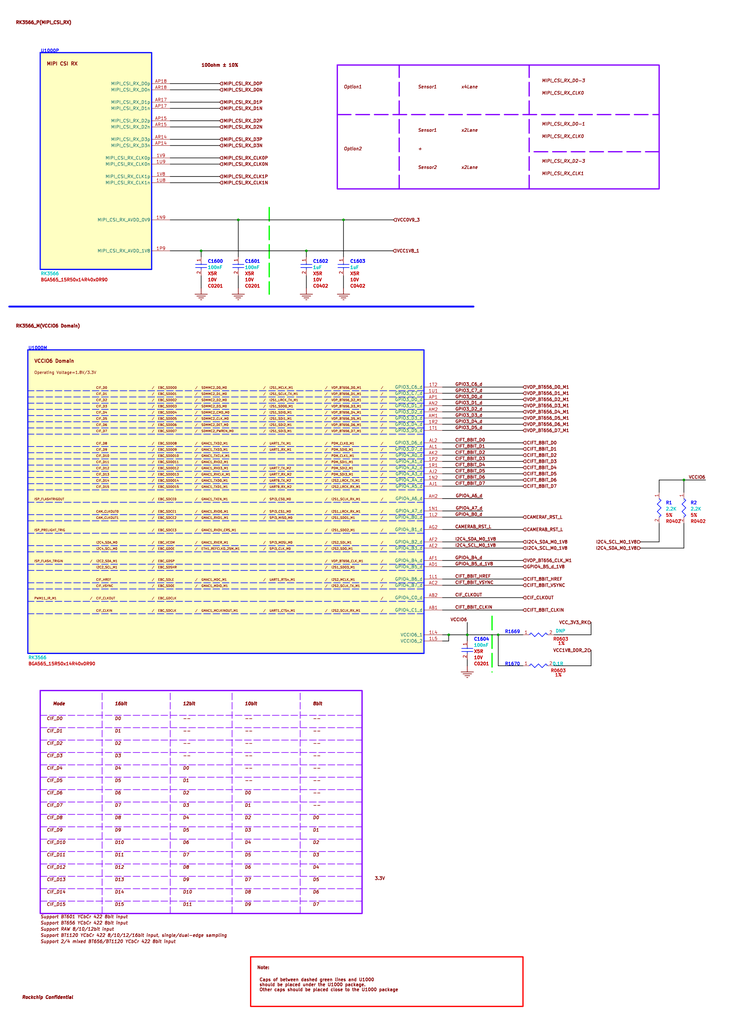
<source format=kicad_sch>
(kicad_sch (version 20231120) (generator "eeschema") (generator_version "8.0")
  (paper "User" 300.004 419.989)
  (lib_symbols
    (symbol "total-altium-import:12_0_RESISTOR"
      (symbol "12_0_RESISTOR_1_0"
        (pin passive line (at 2.54 2.54 270) (length 2.54) (name "1") (number "1"))
        (pin passive line (at 2.54 -10.16 90) (length 2.54) (name "2") (number "2"))
      )
    )
    (symbol "total-altium-import:16_0_CAP NP"
      (symbol "16_0_CAP NP_1_0"
        (pin passive line (at 2.54 2.54 270) (length 2.54) (name "1") (number "1"))
        (pin passive line (at 2.54 -5.08 90) (length 2.54) (name "2") (number "2"))
      )
    )
    (symbol "total-altium-import:16_0_SOC_RK3566"
      (symbol "16_0_SOC_RK3566_1_0"
        (pin passive line (at 30.48 -7.62 180) (length 7.62) (name "VDD_CPU_1") (number "1C12"))
        (pin passive line (at 30.48 -10.16 180) (length 7.62) (name "VDD_CPU_2") (number "1D11"))
        (pin passive line (at 30.48 -12.7 180) (length 7.62) (name "VDD_CPU_3") (number "1D12"))
        (pin passive line (at 30.48 -15.24 180) (length 7.62) (name "VDD_CPU_4") (number "1E11"))
        (pin passive line (at 30.48 -17.78 180) (length 7.62) (name "VDD_CPU_5") (number "1E12"))
        (pin passive line (at 30.48 -20.32 180) (length 7.62) (name "VDD_CPU_6") (number "1E13"))
        (pin passive line (at 30.48 -22.86 180) (length 7.62) (name "VDD_CPU_7") (number "1F11"))
        (pin passive line (at 30.48 -25.4 180) (length 7.62) (name "VDD_CPU_8") (number "1F12"))
        (pin passive line (at 30.48 -27.94 180) (length 7.62) (name "VDD_CPU_9") (number "1F13"))
        (pin passive line (at 30.48 -30.48 180) (length 7.62) (name "VDD_CPU_10") (number "1F14"))
        (pin passive line (at 30.48 -33.02 180) (length 7.62) (name "VDD_CPU_11") (number "1G13"))
        (pin passive line (at 30.48 -109.22 180) (length 7.62) (name "VDD_NPU_1") (number "1G15"))
        (pin passive line (at 30.48 -53.34 180) (length 7.62) (name "VDD_LOGIC_4") (number "1H10"))
        (pin passive line (at 30.48 -111.76 180) (length 7.62) (name "VDD_NPU_2") (number "1H14"))
        (pin passive line (at 30.48 -114.3 180) (length 7.62) (name "VDD_NPU_3") (number "1H15"))
        (pin passive line (at 30.48 -45.72 180) (length 7.62) (name "VDD_LOGIC_1") (number "1H7"))
        (pin passive line (at 30.48 -48.26 180) (length 7.62) (name "VDD_LOGIC_2") (number "1H8"))
        (pin passive line (at 30.48 -50.8 180) (length 7.62) (name "VDD_LOGIC_3") (number "1H9"))
        (pin passive line (at 30.48 -58.42 180) (length 7.62) (name "VDD_LOGIC_6") (number "1J10"))
        (pin passive line (at 30.48 -116.84 180) (length 7.62) (name "VDD_NPU_4") (number "1J14"))
        (pin passive line (at 30.48 -119.38 180) (length 7.62) (name "VDD_NPU_5") (number "1J15"))
        (pin passive line (at 30.48 -55.88 180) (length 7.62) (name "VDD_LOGIC_5") (number "1J7"))
        (pin passive line (at 30.48 -63.5 180) (length 7.62) (name "VDD_LOGIC_8") (number "1K10"))
        (pin passive line (at 30.48 -60.96 180) (length 7.62) (name "VDD_LOGIC_7") (number "1K7"))
        (pin passive line (at 30.48 -66.04 180) (length 7.62) (name "VDD_LOGIC_9") (number "1L7"))
        (pin passive line (at 30.48 -78.74 180) (length 7.62) (name "VDD_GPU_1") (number "1L8"))
        (pin passive line (at 30.48 -81.28 180) (length 7.62) (name "VDD_GPU_2") (number "1L9"))
        (pin passive line (at 30.48 -83.82 180) (length 7.62) (name "VDD_GPU_3") (number "1M7"))
        (pin passive line (at 30.48 -86.36 180) (length 7.62) (name "VDD_GPU_4") (number "1M8"))
        (pin passive line (at 30.48 -88.9 180) (length 7.62) (name "VDD_GPU_5") (number "1M9"))
      )
      (symbol "16_0_SOC_RK3566_2_0"
        (pin passive line (at 30.48 -78.74 180) (length 7.62) (name "VSS_30") (number "1B10"))
        (pin passive line (at 30.48 -81.28 180) (length 7.62) (name "VSS_31") (number "1B11"))
        (pin passive line (at 30.48 -83.82 180) (length 7.62) (name "VSS_32") (number "1B15"))
        (pin passive line (at 30.48 -86.36 180) (length 7.62) (name "VSS_33") (number "1B19"))
        (pin passive line (at 30.48 -101.6 180) (length 7.62) (name "VSS_39") (number "1C14"))
        (pin passive line (at 30.48 -104.14 180) (length 7.62) (name "VSS_40") (number "1C16"))
        (pin passive line (at 30.48 -106.68 180) (length 7.62) (name "VSS_41") (number "1C18"))
        (pin passive line (at 30.48 -88.9 180) (length 7.62) (name "VSS_34") (number "1C4"))
        (pin passive line (at 30.48 -91.44 180) (length 7.62) (name "VSS_35") (number "1C5"))
        (pin passive line (at 30.48 -93.98 180) (length 7.62) (name "VSS_36") (number "1C6"))
        (pin passive line (at 30.48 -96.52 180) (length 7.62) (name "VSS_37") (number "1C8"))
        (pin passive line (at 30.48 -99.06 180) (length 7.62) (name "VSS_38") (number "1C9"))
        (pin passive line (at 30.48 -109.22 180) (length 7.62) (name "VSS_42") (number "1D1"))
        (pin passive line (at 30.48 -114.3 180) (length 7.62) (name "VSS_44") (number "1D10"))
        (pin passive line (at 30.48 -116.84 180) (length 7.62) (name "VSS_45") (number "1D14"))
        (pin passive line (at 30.48 -111.76 180) (length 7.62) (name "VSS_43") (number "1D3"))
        (pin passive line (at 30.48 -124.46 180) (length 7.62) (name "VSS_48") (number "1E10"))
        (pin passive line (at 30.48 -127 180) (length 7.62) (name "VSS_49") (number "1E14"))
        (pin passive line (at 30.48 -129.54 180) (length 7.62) (name "VSS_50") (number "1E15"))
        (pin passive line (at 30.48 -119.38 180) (length 7.62) (name "VSS_46") (number "1E3"))
        (pin passive line (at 30.48 -121.92 180) (length 7.62) (name "VSS_47") (number "1E8"))
        (pin passive line (at 30.48 -5.08 180) (length 7.62) (name "VSS_1") (number "A1"))
        (pin passive line (at 30.48 -7.62 180) (length 7.62) (name "VSS_2") (number "A2"))
        (pin passive line (at 30.48 -10.16 180) (length 7.62) (name "VSS_3") (number "A38"))
        (pin passive line (at 30.48 -48.26 180) (length 7.62) (name "VSS_18") (number "AA2"))
        (pin passive line (at 30.48 -63.5 180) (length 7.62) (name "VSS_24") (number "AC37"))
        (pin passive line (at 30.48 -50.8 180) (length 7.62) (name "VSS_19") (number "AD2"))
        (pin passive line (at 30.48 -66.04 180) (length 7.62) (name "VSS_25") (number "AE37"))
        (pin passive line (at 30.48 -68.58 180) (length 7.62) (name "VSS_26") (number "AH37"))
        (pin passive line (at 30.48 -71.12 180) (length 7.62) (name "VSS_27") (number "AL37"))
        (pin passive line (at 30.48 -53.34 180) (length 7.62) (name "VSS_20") (number "AP2"))
        (pin passive line (at 30.48 -73.66 180) (length 7.62) (name "VSS_28") (number "AP37"))
        (pin passive line (at 30.48 -58.42 180) (length 7.62) (name "VSS_22") (number "AP8"))
        (pin passive line (at 30.48 -55.88 180) (length 7.62) (name "VSS_21") (number "AR1"))
        (pin passive line (at 30.48 -76.2 180) (length 7.62) (name "VSS_29") (number "AR38"))
        (pin passive line (at 30.48 -12.7 180) (length 7.62) (name "VSS_4") (number "B1"))
        (pin passive line (at 30.48 -20.32 180) (length 7.62) (name "VSS_7") (number "B11"))
        (pin passive line (at 30.48 -22.86 180) (length 7.62) (name "VSS_8") (number "B14"))
        (pin passive line (at 30.48 -25.4 180) (length 7.62) (name "VSS_9") (number "B18"))
        (pin passive line (at 30.48 -15.24 180) (length 7.62) (name "VSS_5") (number "B2"))
        (pin passive line (at 30.48 -27.94 180) (length 7.62) (name "VSS_10") (number "B21"))
        (pin passive line (at 30.48 -30.48 180) (length 7.62) (name "VSS_11") (number "B28"))
        (pin passive line (at 30.48 -33.02 180) (length 7.62) (name "VSS_12") (number "B31"))
        (pin passive line (at 30.48 -17.78 180) (length 7.62) (name "VSS_6") (number "B6"))
        (pin passive line (at 30.48 -35.56 180) (length 7.62) (name "VSS_13") (number "D2"))
        (pin passive line (at 30.48 -60.96 180) (length 7.62) (name "VSS_23") (number "E37"))
        (pin passive line (at 30.48 -38.1 180) (length 7.62) (name "VSS_14") (number "J2"))
        (pin passive line (at 30.48 -40.64 180) (length 7.62) (name "VSS_15") (number "L2"))
        (pin passive line (at 30.48 -43.18 180) (length 7.62) (name "VSS_16") (number "U2"))
        (pin passive line (at 30.48 -45.72 180) (length 7.62) (name "VSS_17") (number "W2"))
      )
      (symbol "16_0_SOC_RK3566_3_0"
        (pin passive line (at 30.48 -5.08 180) (length 7.62) (name "VSS_51") (number "1E17"))
        (pin passive line (at 30.48 -17.78 180) (length 7.62) (name "VSS_56") (number "1F10"))
        (pin passive line (at 30.48 -20.32 180) (length 7.62) (name "VSS_57") (number "1F15"))
        (pin passive line (at 30.48 -22.86 180) (length 7.62) (name "VSS_58") (number "1F16"))
        (pin passive line (at 30.48 -7.62 180) (length 7.62) (name "VSS_52") (number "1F6"))
        (pin passive line (at 30.48 -10.16 180) (length 7.62) (name "VSS_53") (number "1F7"))
        (pin passive line (at 30.48 -12.7 180) (length 7.62) (name "VSS_54") (number "1F8"))
        (pin passive line (at 30.48 -15.24 180) (length 7.62) (name "VSS_55") (number "1F9"))
        (pin passive line (at 30.48 -38.1 180) (length 7.62) (name "VSS_64") (number "1G10"))
        (pin passive line (at 30.48 -40.64 180) (length 7.62) (name "VSS_65") (number "1G11"))
        (pin passive line (at 30.48 -43.18 180) (length 7.62) (name "VSS_66") (number "1G12"))
        (pin passive line (at 30.48 -45.72 180) (length 7.62) (name "VSS_67") (number "1G14"))
        (pin passive line (at 30.48 -25.4 180) (length 7.62) (name "VSS_59") (number "1G3"))
        (pin passive line (at 30.48 -27.94 180) (length 7.62) (name "VSS_60") (number "1G6"))
        (pin passive line (at 30.48 -30.48 180) (length 7.62) (name "VSS_61") (number "1G7"))
        (pin passive line (at 30.48 -33.02 180) (length 7.62) (name "VSS_62") (number "1G8"))
        (pin passive line (at 30.48 -35.56 180) (length 7.62) (name "VSS_63") (number "1G9"))
        (pin passive line (at 30.48 -48.26 180) (length 7.62) (name "VSS_68") (number "1H1"))
        (pin passive line (at 30.48 -55.88 180) (length 7.62) (name "VSS_71") (number "1H11"))
        (pin passive line (at 30.48 -58.42 180) (length 7.62) (name "VSS_72") (number "1H12"))
        (pin passive line (at 30.48 -60.96 180) (length 7.62) (name "VSS_73") (number "1H13"))
        (pin passive line (at 30.48 -50.8 180) (length 7.62) (name "VSS_69") (number "1H2"))
        (pin passive line (at 30.48 -53.34 180) (length 7.62) (name "VSS_70") (number "1H6"))
        (pin passive line (at 30.48 -63.5 180) (length 7.62) (name "VSS_74") (number "1J1"))
        (pin passive line (at 30.48 -73.66 180) (length 7.62) (name "VSS_78") (number "1J11"))
        (pin passive line (at 30.48 -76.2 180) (length 7.62) (name "VSS_79") (number "1J12"))
        (pin passive line (at 30.48 -78.74 180) (length 7.62) (name "VSS_80") (number "1J13"))
        (pin passive line (at 30.48 -66.04 180) (length 7.62) (name "VSS_75") (number "1J6"))
        (pin passive line (at 30.48 -68.58 180) (length 7.62) (name "VSS_76") (number "1J8"))
        (pin passive line (at 30.48 -71.12 180) (length 7.62) (name "VSS_77") (number "1J9"))
        (pin passive line (at 30.48 -99.06 180) (length 7.62) (name "VSS_88") (number "1K11"))
        (pin passive line (at 30.48 -101.6 180) (length 7.62) (name "VSS_89") (number "1K12"))
        (pin passive line (at 30.48 -104.14 180) (length 7.62) (name "VSS_90") (number "1K13"))
        (pin passive line (at 30.48 -106.68 180) (length 7.62) (name "VSS_91") (number "1K14"))
        (pin passive line (at 30.48 -109.22 180) (length 7.62) (name "VSS_92") (number "1K15"))
        (pin passive line (at 30.48 -81.28 180) (length 7.62) (name "VSS_81") (number "1K2"))
        (pin passive line (at 30.48 -83.82 180) (length 7.62) (name "VSS_82") (number "1K3"))
        (pin passive line (at 30.48 -86.36 180) (length 7.62) (name "VSS_83") (number "1K4"))
        (pin passive line (at 30.48 -88.9 180) (length 7.62) (name "VSS_84") (number "1K5"))
        (pin passive line (at 30.48 -91.44 180) (length 7.62) (name "VSS_85") (number "1K6"))
        (pin passive line (at 30.48 -93.98 180) (length 7.62) (name "VSS_86") (number "1K8"))
        (pin passive line (at 30.48 -96.52 180) (length 7.62) (name "VSS_87") (number "1K9"))
        (pin passive line (at 30.48 -116.84 180) (length 7.62) (name "VSS_95") (number "1L10"))
        (pin passive line (at 30.48 -119.38 180) (length 7.62) (name "VSS_96") (number "1L11"))
        (pin passive line (at 30.48 -121.92 180) (length 7.62) (name "VSS_97") (number "1L12"))
        (pin passive line (at 30.48 -124.46 180) (length 7.62) (name "VSS_98") (number "1L13"))
        (pin passive line (at 30.48 -127 180) (length 7.62) (name "VSS_99") (number "1L14"))
        (pin passive line (at 30.48 -129.54 180) (length 7.62) (name "VSS_100") (number "1L15"))
        (pin passive line (at 30.48 -111.76 180) (length 7.62) (name "VSS_93") (number "1L3"))
        (pin passive line (at 30.48 -114.3 180) (length 7.62) (name "VSS_94") (number "1L6"))
      )
      (symbol "16_0_SOC_RK3566_4_0"
        (pin passive line (at 30.48 -15.24 180) (length 7.62) (name "VSS_105") (number "1M10"))
        (pin passive line (at 30.48 -17.78 180) (length 7.62) (name "VSS_106") (number "1M11"))
        (pin passive line (at 30.48 -20.32 180) (length 7.62) (name "VSS_107") (number "1M12"))
        (pin passive line (at 30.48 -22.86 180) (length 7.62) (name "VSS_108") (number "1M13"))
        (pin passive line (at 30.48 -25.4 180) (length 7.62) (name "VSS_109") (number "1M14"))
        (pin passive line (at 30.48 -27.94 180) (length 7.62) (name "VSS_110") (number "1M15"))
        (pin passive line (at 30.48 -30.48 180) (length 7.62) (name "VSS_111") (number "1M16"))
        (pin passive line (at 30.48 -33.02 180) (length 7.62) (name "VSS_112") (number "1M17"))
        (pin passive line (at 30.48 -35.56 180) (length 7.62) (name "VSS_113") (number "1M20"))
        (pin passive line (at 30.48 -5.08 180) (length 7.62) (name "VSS_101") (number "1M3"))
        (pin passive line (at 30.48 -7.62 180) (length 7.62) (name "VSS_102") (number "1M4"))
        (pin passive line (at 30.48 -10.16 180) (length 7.62) (name "VSS_103") (number "1M5"))
        (pin passive line (at 30.48 -12.7 180) (length 7.62) (name "VSS_104") (number "1M6"))
        (pin passive line (at 30.48 -38.1 180) (length 7.62) (name "VSS_114") (number "1N3"))
        (pin passive line (at 30.48 -40.64 180) (length 7.62) (name "VSS_115") (number "1N4"))
        (pin passive line (at 30.48 -43.18 180) (length 7.62) (name "VSS_116") (number "1N7"))
        (pin passive line (at 30.48 -45.72 180) (length 7.62) (name "VSS_117") (number "1P1"))
        (pin passive line (at 30.48 -55.88 180) (length 7.62) (name "VSS_121") (number "1P15"))
        (pin passive line (at 30.48 -48.26 180) (length 7.62) (name "VSS_118") (number "1P5"))
        (pin passive line (at 30.48 -50.8 180) (length 7.62) (name "VSS_119") (number "1P6"))
        (pin passive line (at 30.48 -53.34 180) (length 7.62) (name "VSS_120") (number "1P7"))
        (pin passive line (at 30.48 -58.42 180) (length 7.62) (name "VSS_122") (number "1R3"))
        (pin passive line (at 30.48 -60.96 180) (length 7.62) (name "VSS_123") (number "1R4"))
        (pin passive line (at 30.48 -63.5 180) (length 7.62) (name "VSS_124") (number "1R5"))
        (pin passive line (at 30.48 -66.04 180) (length 7.62) (name "VSS_125") (number "1R6"))
        (pin passive line (at 30.48 -68.58 180) (length 7.62) (name "VSS_126") (number "1R7"))
        (pin passive line (at 30.48 -71.12 180) (length 7.62) (name "VSS_127") (number "1T3"))
        (pin passive line (at 30.48 -73.66 180) (length 7.62) (name "VSS_128") (number "1T5"))
        (pin passive line (at 30.48 -76.2 180) (length 7.62) (name "VSS_129") (number "1U2"))
        (pin passive line (at 30.48 -78.74 180) (length 7.62) (name "VSS_130") (number "1V1"))
        (pin passive line (at 30.48 -81.28 180) (length 7.62) (name "VSS_131") (number "1V4"))
      )
      (symbol "16_0_SOC_RK3566_5_0"
        (pin passive line (at 30.48 -119.38 180) (length 7.62) (name "AVSS1_6") (number "1F20"))
        (pin passive line (at 30.48 -121.92 180) (length 7.62) (name "AVSS1_7") (number "1G16"))
        (pin passive line (at 30.48 -124.46 180) (length 7.62) (name "AVSS1_8") (number "1G18"))
        (pin passive line (at 30.48 -127 180) (length 7.62) (name "AVSS1_9") (number "1G19"))
        (pin passive line (at 30.48 -129.54 180) (length 7.62) (name "AVSS1_10") (number "1G20"))
        (pin passive line (at 30.48 -132.08 180) (length 7.62) (name "AVSS1_11") (number "1J16"))
        (pin passive line (at 30.48 -134.62 180) (length 7.62) (name "AVSS1_12") (number "1J18"))
        (pin passive line (at 30.48 -137.16 180) (length 7.62) (name "AVSS1_13") (number "1K18"))
        (pin passive line (at 30.48 -139.7 180) (length 7.62) (name "AVSS1_14") (number "1L19"))
        (pin passive line (at 30.48 -25.4 180) (length 7.62) (name "AVSS_9") (number "1N11"))
        (pin passive line (at 30.48 -27.94 180) (length 7.62) (name "AVSS_10") (number "1N12"))
        (pin passive line (at 30.48 -33.02 180) (length 7.62) (name "AVSS_12") (number "1P10"))
        (pin passive line (at 30.48 -35.56 180) (length 7.62) (name "AVSS_13") (number "1P14"))
        (pin passive line (at 30.48 -30.48 180) (length 7.62) (name "AVSS_11") (number "1P8"))
        (pin passive line (at 30.48 -43.18 180) (length 7.62) (name "AVSS_16") (number "1R11"))
        (pin passive line (at 30.48 -45.72 180) (length 7.62) (name "AVSS_17") (number "1R12"))
        (pin passive line (at 30.48 -48.26 180) (length 7.62) (name "AVSS_18") (number "1R13"))
        (pin passive line (at 30.48 -50.8 180) (length 7.62) (name "AVSS_19") (number "1R14"))
        (pin passive line (at 30.48 -53.34 180) (length 7.62) (name "AVSS_20") (number "1R15"))
        (pin passive line (at 30.48 -38.1 180) (length 7.62) (name "AVSS_14") (number "1R8"))
        (pin passive line (at 30.48 -40.64 180) (length 7.62) (name "AVSS_15") (number "1R9"))
        (pin passive line (at 30.48 -63.5 180) (length 7.62) (name "AVSS_24") (number "1T10"))
        (pin passive line (at 30.48 -66.04 180) (length 7.62) (name "AVSS_25") (number "1T11"))
        (pin passive line (at 30.48 -68.58 180) (length 7.62) (name "AVSS_26") (number "1T12"))
        (pin passive line (at 30.48 -71.12 180) (length 7.62) (name "AVSS_27") (number "1T13"))
        (pin passive line (at 30.48 -73.66 180) (length 7.62) (name "AVSS_28") (number "1T14"))
        (pin passive line (at 30.48 -76.2 180) (length 7.62) (name "AVSS_29") (number "1T15"))
        (pin passive line (at 30.48 -78.74 180) (length 7.62) (name "AVSS_30") (number "1T16"))
        (pin passive line (at 30.48 -81.28 180) (length 7.62) (name "AVSS_31") (number "1T17"))
        (pin passive line (at 30.48 -55.88 180) (length 7.62) (name "AVSS_21") (number "1T7"))
        (pin passive line (at 30.48 -58.42 180) (length 7.62) (name "AVSS_22") (number "1T8"))
        (pin passive line (at 30.48 -60.96 180) (length 7.62) (name "AVSS_23") (number "1T9"))
        (pin passive line (at 30.48 -83.82 180) (length 7.62) (name "AVSS_32") (number "1U12"))
        (pin passive line (at 30.48 -86.36 180) (length 7.62) (name "AVSS_33") (number "1U13"))
        (pin passive line (at 30.48 -88.9 180) (length 7.62) (name "AVSS_34") (number "1U15"))
        (pin passive line (at 30.48 -91.44 180) (length 7.62) (name "AVSS_35") (number "1U17"))
        (pin passive line (at 30.48 -96.52 180) (length 7.62) (name "AVSS_37") (number "1V12"))
        (pin passive line (at 30.48 -99.06 180) (length 7.62) (name "AVSS_38") (number "1V13"))
        (pin passive line (at 30.48 -101.6 180) (length 7.62) (name "AVSS_39") (number "1V18"))
        (pin passive line (at 30.48 -93.98 180) (length 7.62) (name "AVSS_36") (number "1V7"))
        (pin passive line (at 30.48 -5.08 180) (length 7.62) (name "AVSS_1") (number "AP13"))
        (pin passive line (at 30.48 -7.62 180) (length 7.62) (name "AVSS_2") (number "AP16"))
        (pin passive line (at 30.48 -10.16 180) (length 7.62) (name "AVSS_3") (number "AP19"))
        (pin passive line (at 30.48 -12.7 180) (length 7.62) (name "AVSS_4") (number "AP22"))
        (pin passive line (at 30.48 -15.24 180) (length 7.62) (name "AVSS_5") (number "AP25"))
        (pin passive line (at 30.48 -17.78 180) (length 7.62) (name "AVSS_6") (number "AP28"))
        (pin passive line (at 30.48 -20.32 180) (length 7.62) (name "AVSS_7") (number "AP31"))
        (pin passive line (at 30.48 -22.86 180) (length 7.62) (name "AVSS_8") (number "AP34"))
        (pin passive line (at 30.48 -106.68 180) (length 7.62) (name "AVSS1_1") (number "H37"))
        (pin passive line (at 30.48 -109.22 180) (length 7.62) (name "AVSS1_2") (number "L37"))
        (pin passive line (at 30.48 -111.76 180) (length 7.62) (name "AVSS1_3") (number "P37"))
        (pin passive line (at 30.48 -114.3 180) (length 7.62) (name "AVSS1_4") (number "U37"))
        (pin passive line (at 30.48 -116.84 180) (length 7.62) (name "AVSS1_5") (number "Y37"))
      )
      (symbol "16_0_SOC_RK3566_6_0"
        (text "---" (at 133.096 -13.462 0) (effects (font (size 0.889 0.889)) (justify left bottom)))
        (text "---" (at 178.816 -104.902 0) (effects (font (size 0.889 0.889)) (justify left bottom)))
        (text "---" (at 178.816 -76.962 0) (effects (font (size 0.889 0.889)) (justify left bottom)))
        (text "---" (at 178.816 -74.422 0) (effects (font (size 0.889 0.889)) (justify left bottom)))
        (text "---" (at 178.816 -66.802 0) (effects (font (size 0.889 0.889)) (justify left bottom)))
        (text "---" (at 178.816 -64.262 0) (effects (font (size 0.889 0.889)) (justify left bottom)))
        (text "---" (at 178.816 -56.642 0) (effects (font (size 0.889 0.889)) (justify left bottom)))
        (text "---" (at 178.816 -49.022 0) (effects (font (size 0.889 0.889)) (justify left bottom)))
        (text "---" (at 178.816 -41.402 0) (effects (font (size 0.889 0.889)) (justify left bottom)))
        (text "---" (at 178.816 -38.862 0) (effects (font (size 0.889 0.889)) (justify left bottom)))
        (text "---" (at 178.816 -31.242 0) (effects (font (size 0.889 0.889)) (justify left bottom)))
        (text "---" (at 178.816 -18.542 0) (effects (font (size 0.889 0.889)) (justify left bottom)))
        (text "---" (at 178.816 -13.462 0) (effects (font (size 0.889 0.889)) (justify left bottom)))
        (text "---" (at 178.816 -10.922 0) (effects (font (size 0.889 0.889)) (justify left bottom)))
        (text "/" (at 17.78 -155.702 0) (effects (font (size 0.889 0.889)) (justify left bottom)))
        (text "/" (at 17.78 -153.162 0) (effects (font (size 0.889 0.889)) (justify left bottom)))
        (text "/" (at 17.78 -148.082 0) (effects (font (size 0.889 0.889)) (justify left bottom)))
        (text "/" (at 17.78 -143.002 0) (effects (font (size 0.889 0.889)) (justify left bottom)))
        (text "/" (at 17.78 -140.462 0) (effects (font (size 0.889 0.889)) (justify left bottom)))
        (text "/" (at 17.78 -137.922 0) (effects (font (size 0.889 0.889)) (justify left bottom)))
        (text "/" (at 17.78 -135.382 0) (effects (font (size 0.889 0.889)) (justify left bottom)))
        (text "/" (at 17.78 -132.842 0) (effects (font (size 0.889 0.889)) (justify left bottom)))
        (text "/" (at 17.78 -130.302 0) (effects (font (size 0.889 0.889)) (justify left bottom)))
        (text "/" (at 17.78 -127.762 0) (effects (font (size 0.889 0.889)) (justify left bottom)))
        (text "/" (at 17.78 -125.222 0) (effects (font (size 0.889 0.889)) (justify left bottom)))
        (text "/" (at 17.78 -117.602 0) (effects (font (size 0.889 0.889)) (justify left bottom)))
        (text "/" (at 17.78 -115.062 0) (effects (font (size 0.889 0.889)) (justify left bottom)))
        (text "/" (at 17.78 -109.982 0) (effects (font (size 0.889 0.889)) (justify left bottom)))
        (text "/" (at 17.78 -104.902 0) (effects (font (size 0.889 0.889)) (justify left bottom)))
        (text "/" (at 17.78 -102.362 0) (effects (font (size 0.889 0.889)) (justify left bottom)))
        (text "/" (at 17.78 -99.822 0) (effects (font (size 0.889 0.889)) (justify left bottom)))
        (text "/" (at 17.78 -97.282 0) (effects (font (size 0.889 0.889)) (justify left bottom)))
        (text "/" (at 17.78 -94.742 0) (effects (font (size 0.889 0.889)) (justify left bottom)))
        (text "/" (at 17.78 -92.202 0) (effects (font (size 0.889 0.889)) (justify left bottom)))
        (text "/" (at 17.78 -89.662 0) (effects (font (size 0.889 0.889)) (justify left bottom)))
        (text "/" (at 17.78 -87.122 0) (effects (font (size 0.889 0.889)) (justify left bottom)))
        (text "/" (at 17.78 -79.502 0) (effects (font (size 0.889 0.889)) (justify left bottom)))
        (text "/" (at 17.78 -76.962 0) (effects (font (size 0.889 0.889)) (justify left bottom)))
        (text "/" (at 17.78 -71.882 0) (effects (font (size 0.889 0.889)) (justify left bottom)))
        (text "/" (at 17.78 -66.802 0) (effects (font (size 0.889 0.889)) (justify left bottom)))
        (text "/" (at 17.78 -64.262 0) (effects (font (size 0.889 0.889)) (justify left bottom)))
        (text "/" (at 17.78 -61.722 0) (effects (font (size 0.889 0.889)) (justify left bottom)))
        (text "/" (at 17.78 -59.182 0) (effects (font (size 0.889 0.889)) (justify left bottom)))
        (text "/" (at 17.78 -56.642 0) (effects (font (size 0.889 0.889)) (justify left bottom)))
        (text "/" (at 17.78 -54.102 0) (effects (font (size 0.889 0.889)) (justify left bottom)))
        (text "/" (at 17.78 -51.562 0) (effects (font (size 0.889 0.889)) (justify left bottom)))
        (text "/" (at 17.78 -49.022 0) (effects (font (size 0.889 0.889)) (justify left bottom)))
        (text "/" (at 17.78 -41.402 0) (effects (font (size 0.889 0.889)) (justify left bottom)))
        (text "/" (at 17.78 -38.862 0) (effects (font (size 0.889 0.889)) (justify left bottom)))
        (text "/" (at 17.78 -33.782 0) (effects (font (size 0.889 0.889)) (justify left bottom)))
        (text "/" (at 17.78 -28.702 0) (effects (font (size 0.889 0.889)) (justify left bottom)))
        (text "/" (at 17.78 -26.162 0) (effects (font (size 0.889 0.889)) (justify left bottom)))
        (text "/" (at 17.78 -23.622 0) (effects (font (size 0.889 0.889)) (justify left bottom)))
        (text "/" (at 17.78 -21.082 0) (effects (font (size 0.889 0.889)) (justify left bottom)))
        (text "/" (at 17.78 -18.542 0) (effects (font (size 0.889 0.889)) (justify left bottom)))
        (text "/" (at 17.78 -16.002 0) (effects (font (size 0.889 0.889)) (justify left bottom)))
        (text "/" (at 17.78 -13.462 0) (effects (font (size 0.889 0.889)) (justify left bottom)))
        (text "/" (at 17.78 -10.922 0) (effects (font (size 0.889 0.889)) (justify left bottom)))
        (text "/" (at 40.64 -155.702 0) (effects (font (size 0.889 0.889)) (justify left bottom)))
        (text "/" (at 40.64 -153.162 0) (effects (font (size 0.889 0.889)) (justify left bottom)))
        (text "/" (at 40.64 -148.082 0) (effects (font (size 0.889 0.889)) (justify left bottom)))
        (text "/" (at 40.64 -143.002 0) (effects (font (size 0.889 0.889)) (justify left bottom)))
        (text "/" (at 40.64 -140.462 0) (effects (font (size 0.889 0.889)) (justify left bottom)))
        (text "/" (at 40.64 -137.922 0) (effects (font (size 0.889 0.889)) (justify left bottom)))
        (text "/" (at 40.64 -135.382 0) (effects (font (size 0.889 0.889)) (justify left bottom)))
        (text "/" (at 40.64 -132.842 0) (effects (font (size 0.889 0.889)) (justify left bottom)))
        (text "/" (at 40.64 -130.302 0) (effects (font (size 0.889 0.889)) (justify left bottom)))
        (text "/" (at 40.64 -127.762 0) (effects (font (size 0.889 0.889)) (justify left bottom)))
        (text "/" (at 40.64 -125.222 0) (effects (font (size 0.889 0.889)) (justify left bottom)))
        (text "/" (at 40.64 -117.602 0) (effects (font (size 0.889 0.889)) (justify left bottom)))
        (text "/" (at 40.64 -115.062 0) (effects (font (size 0.889 0.889)) (justify left bottom)))
        (text "/" (at 40.64 -109.982 0) (effects (font (size 0.889 0.889)) (justify left bottom)))
        (text "/" (at 40.64 -104.902 0) (effects (font (size 0.889 0.889)) (justify left bottom)))
        (text "/" (at 40.64 -102.362 0) (effects (font (size 0.889 0.889)) (justify left bottom)))
        (text "/" (at 40.64 -99.822 0) (effects (font (size 0.889 0.889)) (justify left bottom)))
        (text "/" (at 40.64 -97.282 0) (effects (font (size 0.889 0.889)) (justify left bottom)))
        (text "/" (at 40.64 -94.742 0) (effects (font (size 0.889 0.889)) (justify left bottom)))
        (text "/" (at 40.64 -92.202 0) (effects (font (size 0.889 0.889)) (justify left bottom)))
        (text "/" (at 40.64 -89.662 0) (effects (font (size 0.889 0.889)) (justify left bottom)))
        (text "/" (at 40.64 -87.122 0) (effects (font (size 0.889 0.889)) (justify left bottom)))
        (text "/" (at 40.64 -79.502 0) (effects (font (size 0.889 0.889)) (justify left bottom)))
        (text "/" (at 40.64 -76.962 0) (effects (font (size 0.889 0.889)) (justify left bottom)))
        (text "/" (at 40.64 -71.882 0) (effects (font (size 0.889 0.889)) (justify left bottom)))
        (text "/" (at 40.64 -66.802 0) (effects (font (size 0.889 0.889)) (justify left bottom)))
        (text "/" (at 40.64 -64.262 0) (effects (font (size 0.889 0.889)) (justify left bottom)))
        (text "/" (at 40.64 -61.722 0) (effects (font (size 0.889 0.889)) (justify left bottom)))
        (text "/" (at 40.64 -59.182 0) (effects (font (size 0.889 0.889)) (justify left bottom)))
        (text "/" (at 40.64 -56.642 0) (effects (font (size 0.889 0.889)) (justify left bottom)))
        (text "/" (at 40.64 -54.102 0) (effects (font (size 0.889 0.889)) (justify left bottom)))
        (text "/" (at 40.64 -51.562 0) (effects (font (size 0.889 0.889)) (justify left bottom)))
        (text "/" (at 40.64 -49.022 0) (effects (font (size 0.889 0.889)) (justify left bottom)))
        (text "/" (at 40.64 -41.402 0) (effects (font (size 0.889 0.889)) (justify left bottom)))
        (text "/" (at 40.64 -38.862 0) (effects (font (size 0.889 0.889)) (justify left bottom)))
        (text "/" (at 40.64 -33.782 0) (effects (font (size 0.889 0.889)) (justify left bottom)))
        (text "/" (at 40.64 -28.702 0) (effects (font (size 0.889 0.889)) (justify left bottom)))
        (text "/" (at 40.64 -26.162 0) (effects (font (size 0.889 0.889)) (justify left bottom)))
        (text "/" (at 40.64 -23.622 0) (effects (font (size 0.889 0.889)) (justify left bottom)))
        (text "/" (at 40.64 -21.082 0) (effects (font (size 0.889 0.889)) (justify left bottom)))
        (text "/" (at 40.64 -18.542 0) (effects (font (size 0.889 0.889)) (justify left bottom)))
        (text "/" (at 40.64 -16.002 0) (effects (font (size 0.889 0.889)) (justify left bottom)))
        (text "/" (at 40.64 -13.462 0) (effects (font (size 0.889 0.889)) (justify left bottom)))
        (text "/" (at 40.64 -10.922 0) (effects (font (size 0.889 0.889)) (justify left bottom)))
        (text "/" (at 63.5 -155.702 0) (effects (font (size 0.889 0.889)) (justify left bottom)))
        (text "/" (at 63.5 -153.162 0) (effects (font (size 0.889 0.889)) (justify left bottom)))
        (text "/" (at 63.5 -148.082 0) (effects (font (size 0.889 0.889)) (justify left bottom)))
        (text "/" (at 63.5 -143.002 0) (effects (font (size 0.889 0.889)) (justify left bottom)))
        (text "/" (at 63.5 -140.462 0) (effects (font (size 0.889 0.889)) (justify left bottom)))
        (text "/" (at 63.5 -137.922 0) (effects (font (size 0.889 0.889)) (justify left bottom)))
        (text "/" (at 63.5 -135.382 0) (effects (font (size 0.889 0.889)) (justify left bottom)))
        (text "/" (at 63.5 -132.842 0) (effects (font (size 0.889 0.889)) (justify left bottom)))
        (text "/" (at 63.5 -130.302 0) (effects (font (size 0.889 0.889)) (justify left bottom)))
        (text "/" (at 63.5 -127.762 0) (effects (font (size 0.889 0.889)) (justify left bottom)))
        (text "/" (at 63.5 -125.222 0) (effects (font (size 0.889 0.889)) (justify left bottom)))
        (text "/" (at 63.5 -117.602 0) (effects (font (size 0.889 0.889)) (justify left bottom)))
        (text "/" (at 63.5 -115.062 0) (effects (font (size 0.889 0.889)) (justify left bottom)))
        (text "/" (at 63.5 -109.982 0) (effects (font (size 0.889 0.889)) (justify left bottom)))
        (text "/" (at 63.5 -104.902 0) (effects (font (size 0.889 0.889)) (justify left bottom)))
        (text "/" (at 63.5 -102.362 0) (effects (font (size 0.889 0.889)) (justify left bottom)))
        (text "/" (at 63.5 -99.822 0) (effects (font (size 0.889 0.889)) (justify left bottom)))
        (text "/" (at 63.5 -97.282 0) (effects (font (size 0.889 0.889)) (justify left bottom)))
        (text "/" (at 63.5 -94.742 0) (effects (font (size 0.889 0.889)) (justify left bottom)))
        (text "/" (at 63.5 -92.202 0) (effects (font (size 0.889 0.889)) (justify left bottom)))
        (text "/" (at 63.5 -89.662 0) (effects (font (size 0.889 0.889)) (justify left bottom)))
        (text "/" (at 63.5 -87.122 0) (effects (font (size 0.889 0.889)) (justify left bottom)))
        (text "/" (at 63.5 -79.502 0) (effects (font (size 0.889 0.889)) (justify left bottom)))
        (text "/" (at 63.5 -76.962 0) (effects (font (size 0.889 0.889)) (justify left bottom)))
        (text "/" (at 63.5 -71.882 0) (effects (font (size 0.889 0.889)) (justify left bottom)))
        (text "/" (at 63.5 -66.802 0) (effects (font (size 0.889 0.889)) (justify left bottom)))
        (text "/" (at 63.5 -64.262 0) (effects (font (size 0.889 0.889)) (justify left bottom)))
        (text "/" (at 63.5 -61.722 0) (effects (font (size 0.889 0.889)) (justify left bottom)))
        (text "/" (at 63.5 -59.182 0) (effects (font (size 0.889 0.889)) (justify left bottom)))
        (text "/" (at 63.5 -56.642 0) (effects (font (size 0.889 0.889)) (justify left bottom)))
        (text "/" (at 63.5 -54.102 0) (effects (font (size 0.889 0.889)) (justify left bottom)))
        (text "/" (at 63.5 -51.562 0) (effects (font (size 0.889 0.889)) (justify left bottom)))
        (text "/" (at 63.5 -49.022 0) (effects (font (size 0.889 0.889)) (justify left bottom)))
        (text "/" (at 63.5 -41.402 0) (effects (font (size 0.889 0.889)) (justify left bottom)))
        (text "/" (at 63.5 -38.862 0) (effects (font (size 0.889 0.889)) (justify left bottom)))
        (text "/" (at 63.5 -33.782 0) (effects (font (size 0.889 0.889)) (justify left bottom)))
        (text "/" (at 63.5 -28.702 0) (effects (font (size 0.889 0.889)) (justify left bottom)))
        (text "/" (at 63.5 -26.162 0) (effects (font (size 0.889 0.889)) (justify left bottom)))
        (text "/" (at 63.5 -23.622 0) (effects (font (size 0.889 0.889)) (justify left bottom)))
        (text "/" (at 63.5 -21.082 0) (effects (font (size 0.889 0.889)) (justify left bottom)))
        (text "/" (at 63.5 -18.542 0) (effects (font (size 0.889 0.889)) (justify left bottom)))
        (text "/" (at 63.5 -16.002 0) (effects (font (size 0.889 0.889)) (justify left bottom)))
        (text "/" (at 63.5 -13.462 0) (effects (font (size 0.889 0.889)) (justify left bottom)))
        (text "/" (at 63.5 -10.922 0) (effects (font (size 0.889 0.889)) (justify left bottom)))
        (text "/" (at 81.28 -155.702 0) (effects (font (size 0.889 0.889)) (justify left bottom)))
        (text "/" (at 81.28 -153.162 0) (effects (font (size 0.889 0.889)) (justify left bottom)))
        (text "/" (at 81.28 -148.082 0) (effects (font (size 0.889 0.889)) (justify left bottom)))
        (text "/" (at 81.28 -143.002 0) (effects (font (size 0.889 0.889)) (justify left bottom)))
        (text "/" (at 81.28 -140.462 0) (effects (font (size 0.889 0.889)) (justify left bottom)))
        (text "/" (at 81.28 -137.922 0) (effects (font (size 0.889 0.889)) (justify left bottom)))
        (text "/" (at 81.28 -135.382 0) (effects (font (size 0.889 0.889)) (justify left bottom)))
        (text "/" (at 81.28 -132.842 0) (effects (font (size 0.889 0.889)) (justify left bottom)))
        (text "/" (at 81.28 -130.302 0) (effects (font (size 0.889 0.889)) (justify left bottom)))
        (text "/" (at 81.28 -127.762 0) (effects (font (size 0.889 0.889)) (justify left bottom)))
        (text "/" (at 81.28 -125.222 0) (effects (font (size 0.889 0.889)) (justify left bottom)))
        (text "/" (at 81.28 -117.602 0) (effects (font (size 0.889 0.889)) (justify left bottom)))
        (text "/" (at 81.28 -115.062 0) (effects (font (size 0.889 0.889)) (justify left bottom)))
        (text "/" (at 81.28 -109.982 0) (effects (font (size 0.889 0.889)) (justify left bottom)))
        (text "/" (at 81.28 -104.902 0) (effects (font (size 0.889 0.889)) (justify left bottom)))
        (text "/" (at 81.28 -102.362 0) (effects (font (size 0.889 0.889)) (justify left bottom)))
        (text "/" (at 81.28 -99.822 0) (effects (font (size 0.889 0.889)) (justify left bottom)))
        (text "/" (at 81.28 -97.282 0) (effects (font (size 0.889 0.889)) (justify left bottom)))
        (text "/" (at 81.28 -94.742 0) (effects (font (size 0.889 0.889)) (justify left bottom)))
        (text "/" (at 81.28 -92.202 0) (effects (font (size 0.889 0.889)) (justify left bottom)))
        (text "/" (at 81.28 -89.662 0) (effects (font (size 0.889 0.889)) (justify left bottom)))
        (text "/" (at 81.28 -87.122 0) (effects (font (size 0.889 0.889)) (justify left bottom)))
        (text "/" (at 81.28 -79.502 0) (effects (font (size 0.889 0.889)) (justify left bottom)))
        (text "/" (at 81.28 -76.962 0) (effects (font (size 0.889 0.889)) (justify left bottom)))
        (text "/" (at 81.28 -71.882 0) (effects (font (size 0.889 0.889)) (justify left bottom)))
        (text "/" (at 81.28 -66.802 0) (effects (font (size 0.889 0.889)) (justify left bottom)))
        (text "/" (at 81.28 -64.262 0) (effects (font (size 0.889 0.889)) (justify left bottom)))
        (text "/" (at 81.28 -61.722 0) (effects (font (size 0.889 0.889)) (justify left bottom)))
        (text "/" (at 81.28 -59.182 0) (effects (font (size 0.889 0.889)) (justify left bottom)))
        (text "/" (at 81.28 -56.642 0) (effects (font (size 0.889 0.889)) (justify left bottom)))
        (text "/" (at 81.28 -54.102 0) (effects (font (size 0.889 0.889)) (justify left bottom)))
        (text "/" (at 81.28 -51.562 0) (effects (font (size 0.889 0.889)) (justify left bottom)))
        (text "/" (at 81.28 -49.022 0) (effects (font (size 0.889 0.889)) (justify left bottom)))
        (text "/" (at 81.28 -41.402 0) (effects (font (size 0.889 0.889)) (justify left bottom)))
        (text "/" (at 81.28 -38.862 0) (effects (font (size 0.889 0.889)) (justify left bottom)))
        (text "/" (at 81.28 -33.782 0) (effects (font (size 0.889 0.889)) (justify left bottom)))
        (text "/" (at 81.28 -28.702 0) (effects (font (size 0.889 0.889)) (justify left bottom)))
        (text "/" (at 81.28 -26.162 0) (effects (font (size 0.889 0.889)) (justify left bottom)))
        (text "/" (at 81.28 -23.622 0) (effects (font (size 0.889 0.889)) (justify left bottom)))
        (text "/" (at 81.28 -21.082 0) (effects (font (size 0.889 0.889)) (justify left bottom)))
        (text "/" (at 81.28 -18.542 0) (effects (font (size 0.889 0.889)) (justify left bottom)))
        (text "/" (at 81.28 -16.002 0) (effects (font (size 0.889 0.889)) (justify left bottom)))
        (text "/" (at 81.28 -13.462 0) (effects (font (size 0.889 0.889)) (justify left bottom)))
        (text "/" (at 81.28 -10.922 0) (effects (font (size 0.889 0.889)) (justify left bottom)))
        (text "/" (at 130.556 -104.902 0) (effects (font (size 0.889 0.889)) (justify left bottom)))
        (text "/" (at 130.556 -99.822 0) (effects (font (size 0.889 0.889)) (justify left bottom)))
        (text "/" (at 130.556 -97.282 0) (effects (font (size 0.889 0.889)) (justify left bottom)))
        (text "/" (at 130.556 -94.742 0) (effects (font (size 0.889 0.889)) (justify left bottom)))
        (text "/" (at 130.556 -92.202 0) (effects (font (size 0.889 0.889)) (justify left bottom)))
        (text "/" (at 130.556 -87.122 0) (effects (font (size 0.889 0.889)) (justify left bottom)))
        (text "/" (at 130.556 -84.582 0) (effects (font (size 0.889 0.889)) (justify left bottom)))
        (text "/" (at 130.556 -79.502 0) (effects (font (size 0.889 0.889)) (justify left bottom)))
        (text "/" (at 130.556 -76.962 0) (effects (font (size 0.889 0.889)) (justify left bottom)))
        (text "/" (at 130.556 -74.422 0) (effects (font (size 0.889 0.889)) (justify left bottom)))
        (text "/" (at 130.556 -69.342 0) (effects (font (size 0.889 0.889)) (justify left bottom)))
        (text "/" (at 130.556 -66.802 0) (effects (font (size 0.889 0.889)) (justify left bottom)))
        (text "/" (at 130.556 -64.262 0) (effects (font (size 0.889 0.889)) (justify left bottom)))
        (text "/" (at 130.556 -61.722 0) (effects (font (size 0.889 0.889)) (justify left bottom)))
        (text "/" (at 130.556 -56.642 0) (effects (font (size 0.889 0.889)) (justify left bottom)))
        (text "/" (at 130.556 -54.102 0) (effects (font (size 0.889 0.889)) (justify left bottom)))
        (text "/" (at 130.556 -51.562 0) (effects (font (size 0.889 0.889)) (justify left bottom)))
        (text "/" (at 130.556 -49.022 0) (effects (font (size 0.889 0.889)) (justify left bottom)))
        (text "/" (at 130.556 -43.942 0) (effects (font (size 0.889 0.889)) (justify left bottom)))
        (text "/" (at 130.556 -41.402 0) (effects (font (size 0.889 0.889)) (justify left bottom)))
        (text "/" (at 130.556 -38.862 0) (effects (font (size 0.889 0.889)) (justify left bottom)))
        (text "/" (at 130.556 -36.322 0) (effects (font (size 0.889 0.889)) (justify left bottom)))
        (text "/" (at 130.556 -31.242 0) (effects (font (size 0.889 0.889)) (justify left bottom)))
        (text "/" (at 130.556 -28.702 0) (effects (font (size 0.889 0.889)) (justify left bottom)))
        (text "/" (at 130.556 -26.162 0) (effects (font (size 0.889 0.889)) (justify left bottom)))
        (text "/" (at 130.556 -23.622 0) (effects (font (size 0.889 0.889)) (justify left bottom)))
        (text "/" (at 130.556 -18.542 0) (effects (font (size 0.889 0.889)) (justify left bottom)))
        (text "/" (at 130.556 -16.002 0) (effects (font (size 0.889 0.889)) (justify left bottom)))
        (text "/" (at 130.556 -13.462 0) (effects (font (size 0.889 0.889)) (justify left bottom)))
        (text "/" (at 130.556 -10.922 0) (effects (font (size 0.889 0.889)) (justify left bottom)))
        (text "/" (at 155.956 -104.902 0) (effects (font (size 0.889 0.889)) (justify left bottom)))
        (text "/" (at 155.956 -99.822 0) (effects (font (size 0.889 0.889)) (justify left bottom)))
        (text "/" (at 155.956 -97.282 0) (effects (font (size 0.889 0.889)) (justify left bottom)))
        (text "/" (at 155.956 -94.742 0) (effects (font (size 0.889 0.889)) (justify left bottom)))
        (text "/" (at 155.956 -92.202 0) (effects (font (size 0.889 0.889)) (justify left bottom)))
        (text "/" (at 155.956 -87.122 0) (effects (font (size 0.889 0.889)) (justify left bottom)))
        (text "/" (at 155.956 -84.582 0) (effects (font (size 0.889 0.889)) (justify left bottom)))
        (text "/" (at 155.956 -79.502 0) (effects (font (size 0.889 0.889)) (justify left bottom)))
        (text "/" (at 155.956 -76.962 0) (effects (font (size 0.889 0.889)) (justify left bottom)))
        (text "/" (at 155.956 -74.422 0) (effects (font (size 0.889 0.889)) (justify left bottom)))
        (text "/" (at 155.956 -69.342 0) (effects (font (size 0.889 0.889)) (justify left bottom)))
        (text "/" (at 155.956 -66.802 0) (effects (font (size 0.889 0.889)) (justify left bottom)))
        (text "/" (at 155.956 -64.262 0) (effects (font (size 0.889 0.889)) (justify left bottom)))
        (text "/" (at 155.956 -61.722 0) (effects (font (size 0.889 0.889)) (justify left bottom)))
        (text "/" (at 155.956 -56.642 0) (effects (font (size 0.889 0.889)) (justify left bottom)))
        (text "/" (at 155.956 -54.102 0) (effects (font (size 0.889 0.889)) (justify left bottom)))
        (text "/" (at 155.956 -51.562 0) (effects (font (size 0.889 0.889)) (justify left bottom)))
        (text "/" (at 155.956 -49.022 0) (effects (font (size 0.889 0.889)) (justify left bottom)))
        (text "/" (at 155.956 -43.942 0) (effects (font (size 0.889 0.889)) (justify left bottom)))
        (text "/" (at 155.956 -41.402 0) (effects (font (size 0.889 0.889)) (justify left bottom)))
        (text "/" (at 155.956 -38.862 0) (effects (font (size 0.889 0.889)) (justify left bottom)))
        (text "/" (at 155.956 -36.322 0) (effects (font (size 0.889 0.889)) (justify left bottom)))
        (text "/" (at 155.956 -31.242 0) (effects (font (size 0.889 0.889)) (justify left bottom)))
        (text "/" (at 155.956 -28.702 0) (effects (font (size 0.889 0.889)) (justify left bottom)))
        (text "/" (at 155.956 -26.162 0) (effects (font (size 0.889 0.889)) (justify left bottom)))
        (text "/" (at 155.956 -23.622 0) (effects (font (size 0.889 0.889)) (justify left bottom)))
        (text "/" (at 155.956 -18.542 0) (effects (font (size 0.889 0.889)) (justify left bottom)))
        (text "/" (at 155.956 -16.002 0) (effects (font (size 0.889 0.889)) (justify left bottom)))
        (text "/" (at 155.956 -13.462 0) (effects (font (size 0.889 0.889)) (justify left bottom)))
        (text "/" (at 155.956 -10.922 0) (effects (font (size 0.889 0.889)) (justify left bottom)))
        (text "/" (at 176.276 -104.902 0) (effects (font (size 0.889 0.889)) (justify left bottom)))
        (text "/" (at 176.276 -99.822 0) (effects (font (size 0.889 0.889)) (justify left bottom)))
        (text "/" (at 176.276 -97.282 0) (effects (font (size 0.889 0.889)) (justify left bottom)))
        (text "/" (at 176.276 -94.742 0) (effects (font (size 0.889 0.889)) (justify left bottom)))
        (text "/" (at 176.276 -92.202 0) (effects (font (size 0.889 0.889)) (justify left bottom)))
        (text "/" (at 176.276 -87.122 0) (effects (font (size 0.889 0.889)) (justify left bottom)))
        (text "/" (at 176.276 -84.582 0) (effects (font (size 0.889 0.889)) (justify left bottom)))
        (text "/" (at 176.276 -79.502 0) (effects (font (size 0.889 0.889)) (justify left bottom)))
        (text "/" (at 176.276 -76.962 0) (effects (font (size 0.889 0.889)) (justify left bottom)))
        (text "/" (at 176.276 -74.422 0) (effects (font (size 0.889 0.889)) (justify left bottom)))
        (text "/" (at 176.276 -69.342 0) (effects (font (size 0.889 0.889)) (justify left bottom)))
        (text "/" (at 176.276 -66.802 0) (effects (font (size 0.889 0.889)) (justify left bottom)))
        (text "/" (at 176.276 -64.262 0) (effects (font (size 0.889 0.889)) (justify left bottom)))
        (text "/" (at 176.276 -61.722 0) (effects (font (size 0.889 0.889)) (justify left bottom)))
        (text "/" (at 176.276 -56.642 0) (effects (font (size 0.889 0.889)) (justify left bottom)))
        (text "/" (at 176.276 -54.102 0) (effects (font (size 0.889 0.889)) (justify left bottom)))
        (text "/" (at 176.276 -51.562 0) (effects (font (size 0.889 0.889)) (justify left bottom)))
        (text "/" (at 176.276 -49.022 0) (effects (font (size 0.889 0.889)) (justify left bottom)))
        (text "/" (at 176.276 -43.942 0) (effects (font (size 0.889 0.889)) (justify left bottom)))
        (text "/" (at 176.276 -41.402 0) (effects (font (size 0.889 0.889)) (justify left bottom)))
        (text "/" (at 176.276 -38.862 0) (effects (font (size 0.889 0.889)) (justify left bottom)))
        (text "/" (at 176.276 -36.322 0) (effects (font (size 0.889 0.889)) (justify left bottom)))
        (text "/" (at 176.276 -31.242 0) (effects (font (size 0.889 0.889)) (justify left bottom)))
        (text "/" (at 176.276 -28.702 0) (effects (font (size 0.889 0.889)) (justify left bottom)))
        (text "/" (at 176.276 -26.162 0) (effects (font (size 0.889 0.889)) (justify left bottom)))
        (text "/" (at 176.276 -23.622 0) (effects (font (size 0.889 0.889)) (justify left bottom)))
        (text "/" (at 176.276 -18.542 0) (effects (font (size 0.889 0.889)) (justify left bottom)))
        (text "/" (at 176.276 -16.002 0) (effects (font (size 0.889 0.889)) (justify left bottom)))
        (text "/" (at 176.276 -13.462 0) (effects (font (size 0.889 0.889)) (justify left bottom)))
        (text "/" (at 176.276 -10.922 0) (effects (font (size 0.889 0.889)) (justify left bottom)))
        (text "/" (at 194.056 -104.902 0) (effects (font (size 0.889 0.889)) (justify left bottom)))
        (text "/" (at 194.056 -99.822 0) (effects (font (size 0.889 0.889)) (justify left bottom)))
        (text "/" (at 194.056 -97.282 0) (effects (font (size 0.889 0.889)) (justify left bottom)))
        (text "/" (at 194.056 -94.742 0) (effects (font (size 0.889 0.889)) (justify left bottom)))
        (text "/" (at 194.056 -92.202 0) (effects (font (size 0.889 0.889)) (justify left bottom)))
        (text "/" (at 194.056 -87.122 0) (effects (font (size 0.889 0.889)) (justify left bottom)))
        (text "/" (at 194.056 -84.582 0) (effects (font (size 0.889 0.889)) (justify left bottom)))
        (text "/" (at 194.056 -79.502 0) (effects (font (size 0.889 0.889)) (justify left bottom)))
        (text "/" (at 194.056 -76.962 0) (effects (font (size 0.889 0.889)) (justify left bottom)))
        (text "/" (at 194.056 -74.422 0) (effects (font (size 0.889 0.889)) (justify left bottom)))
        (text "/" (at 194.056 -69.342 0) (effects (font (size 0.889 0.889)) (justify left bottom)))
        (text "/" (at 194.056 -66.802 0) (effects (font (size 0.889 0.889)) (justify left bottom)))
        (text "/" (at 194.056 -64.262 0) (effects (font (size 0.889 0.889)) (justify left bottom)))
        (text "/" (at 194.056 -61.722 0) (effects (font (size 0.889 0.889)) (justify left bottom)))
        (text "/" (at 194.056 -56.642 0) (effects (font (size 0.889 0.889)) (justify left bottom)))
        (text "/" (at 194.056 -54.102 0) (effects (font (size 0.889 0.889)) (justify left bottom)))
        (text "/" (at 194.056 -51.562 0) (effects (font (size 0.889 0.889)) (justify left bottom)))
        (text "/" (at 194.056 -49.022 0) (effects (font (size 0.889 0.889)) (justify left bottom)))
        (text "/" (at 194.056 -43.942 0) (effects (font (size 0.889 0.889)) (justify left bottom)))
        (text "/" (at 194.056 -41.402 0) (effects (font (size 0.889 0.889)) (justify left bottom)))
        (text "/" (at 194.056 -38.862 0) (effects (font (size 0.889 0.889)) (justify left bottom)))
        (text "/" (at 194.056 -36.322 0) (effects (font (size 0.889 0.889)) (justify left bottom)))
        (text "/" (at 194.056 -31.242 0) (effects (font (size 0.889 0.889)) (justify left bottom)))
        (text "/" (at 194.056 -28.702 0) (effects (font (size 0.889 0.889)) (justify left bottom)))
        (text "/" (at 194.056 -26.162 0) (effects (font (size 0.889 0.889)) (justify left bottom)))
        (text "/" (at 194.056 -23.622 0) (effects (font (size 0.889 0.889)) (justify left bottom)))
        (text "/" (at 194.056 -18.542 0) (effects (font (size 0.889 0.889)) (justify left bottom)))
        (text "/" (at 194.056 -16.002 0) (effects (font (size 0.889 0.889)) (justify left bottom)))
        (text "/" (at 194.056 -13.462 0) (effects (font (size 0.889 0.889)) (justify left bottom)))
        (text "/" (at 194.056 -10.922 0) (effects (font (size 0.889 0.889)) (justify left bottom)))
        (text "0.60V" (at 162.56 -192.278 0) (effects (font (size 0.889 0.889) (thickness 0.1778) (bold yes)) (justify left bottom)))
        (text "1.10V" (at 149.86 -192.278 0) (effects (font (size 0.889 0.889)) (justify left bottom)))
        (text "1.10V" (at 149.86 -189.738 0) (effects (font (size 0.889 0.889)) (justify left bottom)))
        (text "1.10V" (at 162.56 -189.738 0) (effects (font (size 0.889 0.889)) (justify left bottom)))
        (text "1.20V" (at 149.86 -187.198 0) (effects (font (size 0.889 0.889)) (justify left bottom)))
        (text "1.20V" (at 149.86 -184.658 0) (effects (font (size 0.889 0.889)) (justify left bottom)))
        (text "1.20V" (at 162.56 -187.198 0) (effects (font (size 0.889 0.889)) (justify left bottom)))
        (text "1.20V" (at 162.56 -184.658 0) (effects (font (size 0.889 0.889)) (justify left bottom)))
        (text "1.35V" (at 149.86 -179.578 0) (effects (font (size 0.889 0.889)) (justify left bottom)))
        (text "1.35V" (at 162.56 -179.578 0) (effects (font (size 0.889 0.889)) (justify left bottom)))
        (text "1.50V" (at 149.86 -182.118 0) (effects (font (size 0.889 0.889)) (justify left bottom)))
        (text "1.50V" (at 162.56 -182.118 0) (effects (font (size 0.889 0.889)) (justify left bottom)))
        (text "DDR3" (at 66.04 -4.826 0) (effects (font (size 1.143 1.143) (thickness 0.2286) (bold yes)) (justify left bottom)))
        (text "DDR3" (at 137.16 -182.118 0) (effects (font (size 0.889 0.889)) (justify left bottom)))
        (text "DDR3" (at 160.02 -4.826 0) (effects (font (size 1.143 1.143) (thickness 0.2286) (bold yes)) (justify left bottom)))
        (text "DDR3_A0" (at 158.496 -56.642 0) (effects (font (size 0.889 0.889)) (justify left bottom)))
        (text "DDR3_A1" (at 158.496 -66.802 0) (effects (font (size 0.889 0.889)) (justify left bottom)))
        (text "DDR3_A10" (at 158.496 -41.402 0) (effects (font (size 0.889 0.889)) (justify left bottom)))
        (text "DDR3_A11" (at 158.496 -26.162 0) (effects (font (size 0.889 0.889)) (justify left bottom)))
        (text "DDR3_A12" (at 158.496 -69.342 0) (effects (font (size 0.889 0.889)) (justify left bottom)))
        (text "DDR3_A13" (at 158.496 -28.702 0) (effects (font (size 0.889 0.889)) (justify left bottom)))
        (text "DDR3_A14" (at 158.496 -51.562 0) (effects (font (size 0.889 0.889)) (justify left bottom)))
        (text "DDR3_A15" (at 158.496 -54.102 0) (effects (font (size 0.889 0.889)) (justify left bottom)))
        (text "DDR3_A2" (at 158.496 -13.462 0) (effects (font (size 0.889 0.889)) (justify left bottom)))
        (text "DDR3_A3" (at 158.496 -18.542 0) (effects (font (size 0.889 0.889)) (justify left bottom)))
        (text "DDR3_A4" (at 158.496 -16.002 0) (effects (font (size 0.889 0.889)) (justify left bottom)))
        (text "DDR3_A5" (at 158.496 -38.862 0) (effects (font (size 0.889 0.889)) (justify left bottom)))
        (text "DDR3_A6" (at 158.496 -36.322 0) (effects (font (size 0.889 0.889)) (justify left bottom)))
        (text "DDR3_A7" (at 158.496 -43.942 0) (effects (font (size 0.889 0.889)) (justify left bottom)))
        (text "DDR3_A8" (at 158.496 -31.242 0) (effects (font (size 0.889 0.889)) (justify left bottom)))
        (text "DDR3_A9" (at 158.496 -10.922 0) (effects (font (size 0.889 0.889)) (justify left bottom)))
        (text "DDR3_BA0" (at 158.496 -76.962 0) (effects (font (size 0.889 0.889)) (justify left bottom)))
        (text "DDR3_BA1" (at 158.496 -23.622 0) (effects (font (size 0.889 0.889)) (justify left bottom)))
        (text "DDR3_BA2" (at 158.496 -49.022 0) (effects (font (size 0.889 0.889)) (justify left bottom)))
        (text "DDR3_CASn" (at 158.496 -64.262 0) (effects (font (size 0.889 0.889)) (justify left bottom)))
        (text "DDR3_CKE" (at 158.496 -79.502 0) (effects (font (size 0.889 0.889)) (justify left bottom)))
        (text "DDR3_CLKN" (at 158.496 -87.122 0) (effects (font (size 0.889 0.889) (thickness 0.1778) (bold yes)) (justify left bottom)))
        (text "DDR3_CLKP" (at 158.496 -84.582 0) (effects (font (size 0.889 0.889) (thickness 0.1778) (bold yes)) (justify left bottom)))
        (text "DDR3_CS0n" (at 158.496 -99.822 0) (effects (font (size 0.889 0.889)) (justify left bottom)))
        (text "DDR3_CS1n" (at 158.496 -94.742 0) (effects (font (size 0.889 0.889)) (justify left bottom)))
        (text "DDR3_DM0" (at 66.04 -33.782 0) (effects (font (size 0.889 0.889)) (justify left bottom)))
        (text "DDR3_DM1" (at 66.04 -71.882 0) (effects (font (size 0.889 0.889)) (justify left bottom)))
        (text "DDR3_DM2" (at 66.04 -109.982 0) (effects (font (size 0.889 0.889)) (justify left bottom)))
        (text "DDR3_DM3" (at 66.04 -148.082 0) (effects (font (size 0.889 0.889)) (justify left bottom)))
        (text "DDR3_DQ0" (at 66.04 -10.922 0) (effects (font (size 0.889 0.889)) (justify left bottom)))
        (text "DDR3_DQ1" (at 66.04 -13.462 0) (effects (font (size 0.889 0.889)) (justify left bottom)))
        (text "DDR3_DQ10" (at 66.04 -54.102 0) (effects (font (size 0.889 0.889)) (justify left bottom)))
        (text "DDR3_DQ11" (at 66.04 -56.642 0) (effects (font (size 0.889 0.889)) (justify left bottom)))
        (text "DDR3_DQ12" (at 66.04 -59.182 0) (effects (font (size 0.889 0.889)) (justify left bottom)))
        (text "DDR3_DQ13" (at 66.04 -61.722 0) (effects (font (size 0.889 0.889)) (justify left bottom)))
        (text "DDR3_DQ14" (at 66.04 -64.262 0) (effects (font (size 0.889 0.889)) (justify left bottom)))
        (text "DDR3_DQ15" (at 66.04 -66.802 0) (effects (font (size 0.889 0.889)) (justify left bottom)))
        (text "DDR3_DQ16" (at 66.04 -87.122 0) (effects (font (size 0.889 0.889)) (justify left bottom)))
        (text "DDR3_DQ17" (at 66.04 -89.662 0) (effects (font (size 0.889 0.889)) (justify left bottom)))
        (text "DDR3_DQ18" (at 66.04 -92.202 0) (effects (font (size 0.889 0.889)) (justify left bottom)))
        (text "DDR3_DQ19" (at 66.04 -94.742 0) (effects (font (size 0.889 0.889)) (justify left bottom)))
        (text "DDR3_DQ2" (at 66.04 -16.002 0) (effects (font (size 0.889 0.889)) (justify left bottom)))
        (text "DDR3_DQ20" (at 66.04 -97.282 0) (effects (font (size 0.889 0.889)) (justify left bottom)))
        (text "DDR3_DQ21" (at 66.04 -99.822 0) (effects (font (size 0.889 0.889)) (justify left bottom)))
        (text "DDR3_DQ22" (at 66.04 -102.362 0) (effects (font (size 0.889 0.889)) (justify left bottom)))
        (text "DDR3_DQ23" (at 66.04 -104.902 0) (effects (font (size 0.889 0.889)) (justify left bottom)))
        (text "DDR3_DQ24" (at 66.04 -125.222 0) (effects (font (size 0.889 0.889)) (justify left bottom)))
        (text "DDR3_DQ25" (at 66.04 -127.762 0) (effects (font (size 0.889 0.889)) (justify left bottom)))
        (text "DDR3_DQ26" (at 66.04 -130.302 0) (effects (font (size 0.889 0.889)) (justify left bottom)))
        (text "DDR3_DQ27" (at 66.04 -132.842 0) (effects (font (size 0.889 0.889)) (justify left bottom)))
        (text "DDR3_DQ28" (at 66.04 -135.382 0) (effects (font (size 0.889 0.889)) (justify left bottom)))
        (text "DDR3_DQ29" (at 66.04 -137.922 0) (effects (font (size 0.889 0.889)) (justify left bottom)))
        (text "DDR3_DQ3" (at 66.04 -18.542 0) (effects (font (size 0.889 0.889)) (justify left bottom)))
        (text "DDR3_DQ30" (at 66.04 -140.462 0) (effects (font (size 0.889 0.889)) (justify left bottom)))
        (text "DDR3_DQ31" (at 66.04 -143.002 0) (effects (font (size 0.889 0.889)) (justify left bottom)))
        (text "DDR3_DQ4" (at 66.04 -21.082 0) (effects (font (size 0.889 0.889)) (justify left bottom)))
        (text "DDR3_DQ5" (at 66.04 -23.622 0) (effects (font (size 0.889 0.889)) (justify left bottom)))
        (text "DDR3_DQ6" (at 66.04 -26.162 0) (effects (font (size 0.889 0.889)) (justify left bottom)))
        (text "DDR3_DQ7" (at 66.04 -28.702 0) (effects (font (size 0.889 0.889)) (justify left bottom)))
        (text "DDR3_DQ8" (at 66.04 -49.022 0) (effects (font (size 0.889 0.889)) (justify left bottom)))
        (text "DDR3_DQ9" (at 66.04 -51.562 0) (effects (font (size 0.889 0.889)) (justify left bottom)))
        (text "DDR3_DQS0N" (at 66.04 -41.402 0) (effects (font (size 0.889 0.889)) (justify left bottom)))
        (text "DDR3_DQS0P" (at 66.04 -38.862 0) (effects (font (size 0.889 0.889)) (justify left bottom)))
        (text "DDR3_DQS1N" (at 66.04 -79.502 0) (effects (font (size 0.889 0.889)) (justify left bottom)))
        (text "DDR3_DQS1P" (at 66.04 -76.962 0) (effects (font (size 0.889 0.889)) (justify left bottom)))
        (text "DDR3_DQS2N" (at 66.04 -117.602 0) (effects (font (size 0.889 0.889)) (justify left bottom)))
        (text "DDR3_DQS2P" (at 66.04 -115.062 0) (effects (font (size 0.889 0.889)) (justify left bottom)))
        (text "DDR3_DQS3N" (at 66.04 -155.702 0) (effects (font (size 0.889 0.889)) (justify left bottom)))
        (text "DDR3_DQS3P" (at 66.04 -153.162 0) (effects (font (size 0.889 0.889)) (justify left bottom)))
        (text "DDR3_ODT0" (at 158.496 -97.282 0) (effects (font (size 0.889 0.889)) (justify left bottom)))
        (text "DDR3_ODT1" (at 158.496 -92.202 0) (effects (font (size 0.889 0.889)) (justify left bottom)))
        (text "DDR3_RASn" (at 158.496 -61.722 0) (effects (font (size 0.889 0.889)) (justify left bottom)))
        (text "DDR3_RESETn" (at 158.496 -104.902 0) (effects (font (size 0.889 0.889)) (justify left bottom)))
        (text "DDR3_WEn" (at 158.496 -74.422 0) (effects (font (size 0.889 0.889)) (justify left bottom)))
        (text "DDR3L" (at 137.16 -179.578 0) (effects (font (size 0.889 0.889)) (justify left bottom)))
        (text "DDR4" (at 20.32 -4.826 0) (effects (font (size 1.143 1.143) (thickness 0.2286) (bold yes)) (justify left bottom)))
        (text "DDR4" (at 111.76 -4.826 0) (effects (font (size 1.143 1.143) (thickness 0.2286) (bold yes)) (justify left bottom)))
        (text "DDR4" (at 137.16 -184.658 0) (effects (font (size 0.889 0.889)) (justify left bottom)))
        (text "DDR4_A0" (at 110.236 -10.922 0) (effects (font (size 0.889 0.889)) (justify left bottom)))
        (text "DDR4_A1" (at 110.236 -13.462 0) (effects (font (size 0.889 0.889)) (justify left bottom)))
        (text "DDR4_A10" (at 110.236 -41.402 0) (effects (font (size 0.889 0.889)) (justify left bottom)))
        (text "DDR4_A11" (at 110.236 -43.942 0) (effects (font (size 0.889 0.889)) (justify left bottom)))
        (text "DDR4_A12" (at 110.236 -49.022 0) (effects (font (size 0.889 0.889)) (justify left bottom)))
        (text "DDR4_A13" (at 110.236 -51.562 0) (effects (font (size 0.889 0.889)) (justify left bottom)))
        (text "DDR4_A14_WEn" (at 110.236 -54.102 0) (effects (font (size 0.889 0.889)) (justify left bottom)))
        (text "DDR4_A15_CASn" (at 110.236 -56.642 0) (effects (font (size 0.889 0.889)) (justify left bottom)))
        (text "DDR4_A16_RASn" (at 110.236 -61.722 0) (effects (font (size 0.889 0.889)) (justify left bottom)))
        (text "DDR4_A2" (at 110.236 -16.002 0) (effects (font (size 0.889 0.889)) (justify left bottom)))
        (text "DDR4_A3" (at 110.236 -18.542 0) (effects (font (size 0.889 0.889)) (justify left bottom)))
        (text "DDR4_A4" (at 110.236 -23.622 0) (effects (font (size 0.889 0.889)) (justify left bottom)))
        (text "DDR4_A5" (at 110.236 -26.162 0) (effects (font (size 0.889 0.889)) (justify left bottom)))
        (text "DDR4_A6" (at 110.236 -28.702 0) (effects (font (size 0.889 0.889)) (justify left bottom)))
        (text "DDR4_A7" (at 110.236 -31.242 0) (effects (font (size 0.889 0.889)) (justify left bottom)))
        (text "DDR4_A8" (at 110.236 -36.322 0) (effects (font (size 0.889 0.889)) (justify left bottom)))
        (text "DDR4_A9" (at 110.236 -38.862 0) (effects (font (size 0.889 0.889)) (justify left bottom)))
        (text "DDR4_ACTn" (at 110.236 -64.262 0) (effects (font (size 0.889 0.889)) (justify left bottom)))
        (text "DDR4_BA0" (at 110.236 -66.802 0) (effects (font (size 0.889 0.889)) (justify left bottom)))
        (text "DDR4_BA1" (at 110.236 -69.342 0) (effects (font (size 0.889 0.889)) (justify left bottom)))
        (text "DDR4_BG0" (at 110.236 -74.422 0) (effects (font (size 0.889 0.889)) (justify left bottom)))
        (text "DDR4_BG1" (at 110.236 -76.962 0) (effects (font (size 0.889 0.889)) (justify left bottom)))
        (text "DDR4_CKE" (at 110.236 -79.502 0) (effects (font (size 0.889 0.889)) (justify left bottom)))
        (text "DDR4_CLKN" (at 110.236 -87.122 0) (effects (font (size 0.889 0.889) (thickness 0.1778) (bold yes)) (justify left bottom)))
        (text "DDR4_CLKP" (at 110.236 -84.582 0) (effects (font (size 0.889 0.889) (thickness 0.1778) (bold yes)) (justify left bottom)))
        (text "DDR4_CS0n" (at 110.236 -92.202 0) (effects (font (size 0.889 0.889)) (justify left bottom)))
        (text "DDR4_CS1n" (at 110.236 -94.742 0) (effects (font (size 0.889 0.889)) (justify left bottom)))
        (text "DDR4_DML_A" (at 20.32 -33.782 0) (effects (font (size 0.889 0.889)) (justify left bottom)))
        (text "DDR4_DML_B" (at 20.32 -148.082 0) (effects (font (size 0.889 0.889)) (justify left bottom)))
        (text "DDR4_DMU_A" (at 20.32 -71.882 0) (effects (font (size 0.889 0.889)) (justify left bottom)))
        (text "DDR4_DMU_B" (at 20.32 -109.982 0) (effects (font (size 0.889 0.889)) (justify left bottom)))
        (text "DDR4_DQL0_A" (at 20.32 -10.922 0) (effects (font (size 0.889 0.889)) (justify left bottom)))
        (text "DDR4_DQL0_B" (at 20.32 -125.222 0) (effects (font (size 0.889 0.889)) (justify left bottom)))
        (text "DDR4_DQL1_A" (at 20.32 -28.702 0) (effects (font (size 0.889 0.889)) (justify left bottom)))
        (text "DDR4_DQL1_B" (at 20.32 -140.462 0) (effects (font (size 0.889 0.889)) (justify left bottom)))
        (text "DDR4_DQL2_A" (at 20.32 -13.462 0) (effects (font (size 0.889 0.889)) (justify left bottom)))
        (text "DDR4_DQL2_B" (at 20.32 -127.762 0) (effects (font (size 0.889 0.889)) (justify left bottom)))
        (text "DDR4_DQL3_A" (at 20.32 -26.162 0) (effects (font (size 0.889 0.889)) (justify left bottom)))
        (text "DDR4_DQL3_B" (at 20.32 -143.002 0) (effects (font (size 0.889 0.889)) (justify left bottom)))
        (text "DDR4_DQL4_A" (at 20.32 -16.002 0) (effects (font (size 0.889 0.889)) (justify left bottom)))
        (text "DDR4_DQL4_B" (at 20.32 -130.302 0) (effects (font (size 0.889 0.889)) (justify left bottom)))
        (text "DDR4_DQL5_A" (at 20.32 -23.622 0) (effects (font (size 0.889 0.889)) (justify left bottom)))
        (text "DDR4_DQL5_B" (at 20.32 -137.922 0) (effects (font (size 0.889 0.889)) (justify left bottom)))
        (text "DDR4_DQL6_A" (at 20.32 -18.542 0) (effects (font (size 0.889 0.889)) (justify left bottom)))
        (text "DDR4_DQL6_B" (at 20.32 -132.842 0) (effects (font (size 0.889 0.889)) (justify left bottom)))
        (text "DDR4_DQL7_A" (at 20.32 -21.082 0) (effects (font (size 0.889 0.889)) (justify left bottom)))
        (text "DDR4_DQL7_B" (at 20.32 -135.382 0) (effects (font (size 0.889 0.889)) (justify left bottom)))
        (text "DDR4_DQSL_N_A" (at 20.32 -41.402 0) (effects (font (size 0.889 0.889)) (justify left bottom)))
        (text "DDR4_DQSL_N_B" (at 20.32 -155.702 0) (effects (font (size 0.889 0.889)) (justify left bottom)))
        (text "DDR4_DQSL_P_A" (at 20.32 -38.862 0) (effects (font (size 0.889 0.889)) (justify left bottom)))
        (text "DDR4_DQSL_P_B" (at 20.32 -153.162 0) (effects (font (size 0.889 0.889)) (justify left bottom)))
        (text "DDR4_DQSU_N_A" (at 20.32 -79.502 0) (effects (font (size 0.889 0.889)) (justify left bottom)))
        (text "DDR4_DQSU_N_B" (at 20.32 -117.602 0) (effects (font (size 0.889 0.889)) (justify left bottom)))
        (text "DDR4_DQSU_P_A" (at 20.32 -76.962 0) (effects (font (size 0.889 0.889)) (justify left bottom)))
        (text "DDR4_DQSU_P_B" (at 20.32 -115.062 0) (effects (font (size 0.889 0.889)) (justify left bottom)))
        (text "DDR4_DQU0_A" (at 20.32 -66.802 0) (effects (font (size 0.889 0.889)) (justify left bottom)))
        (text "DDR4_DQU0_B" (at 20.32 -97.282 0) (effects (font (size 0.889 0.889)) (justify left bottom)))
        (text "DDR4_DQU1_A" (at 20.32 -51.562 0) (effects (font (size 0.889 0.889)) (justify left bottom)))
        (text "DDR4_DQU1_B" (at 20.32 -94.742 0) (effects (font (size 0.889 0.889)) (justify left bottom)))
        (text "DDR4_DQU2_A" (at 20.32 -59.182 0) (effects (font (size 0.889 0.889)) (justify left bottom)))
        (text "DDR4_DQU2_B" (at 20.32 -104.902 0) (effects (font (size 0.889 0.889)) (justify left bottom)))
        (text "DDR4_DQU3_A" (at 20.32 -49.022 0) (effects (font (size 0.889 0.889)) (justify left bottom)))
        (text "DDR4_DQU3_B" (at 20.32 -92.202 0) (effects (font (size 0.889 0.889)) (justify left bottom)))
        (text "DDR4_DQU4_A" (at 20.32 -61.722 0) (effects (font (size 0.889 0.889)) (justify left bottom)))
        (text "DDR4_DQU4_B" (at 20.32 -102.362 0) (effects (font (size 0.889 0.889)) (justify left bottom)))
        (text "DDR4_DQU5_A" (at 20.32 -56.642 0) (effects (font (size 0.889 0.889)) (justify left bottom)))
        (text "DDR4_DQU5_B" (at 20.32 -89.662 0) (effects (font (size 0.889 0.889)) (justify left bottom)))
        (text "DDR4_DQU6_A" (at 20.32 -64.262 0) (effects (font (size 0.889 0.889)) (justify left bottom)))
        (text "DDR4_DQU6_B" (at 20.32 -99.822 0) (effects (font (size 0.889 0.889)) (justify left bottom)))
        (text "DDR4_DQU7_A" (at 20.32 -54.102 0) (effects (font (size 0.889 0.889)) (justify left bottom)))
        (text "DDR4_DQU7_B" (at 20.32 -87.122 0) (effects (font (size 0.889 0.889)) (justify left bottom)))
        (text "DDR4_ODT0" (at 110.236 -97.282 0) (effects (font (size 0.889 0.889)) (justify left bottom)))
        (text "DDR4_ODT1" (at 110.236 -99.822 0) (effects (font (size 0.889 0.889)) (justify left bottom)))
        (text "DDR4_RESETn" (at 110.236 -104.902 0) (effects (font (size 0.889 0.889)) (justify left bottom)))
        (text "LPDDR3" (at 83.82 -4.826 0) (effects (font (size 1.143 1.143) (thickness 0.2286) (bold yes)) (justify left bottom)))
        (text "LPDDR3" (at 137.16 -187.198 0) (effects (font (size 0.889 0.889)) (justify left bottom)))
        (text "LPDDR3" (at 180.34 -4.826 0) (effects (font (size 1.143 1.143) (thickness 0.2286) (bold yes)) (justify left bottom)))
        (text "LPDDR3_A0" (at 178.816 -51.562 0) (effects (font (size 0.889 0.889)) (justify left bottom)))
        (text "LPDDR3_A1" (at 178.816 -28.702 0) (effects (font (size 0.889 0.889)) (justify left bottom)))
        (text "LPDDR3_A2" (at 178.816 -26.162 0) (effects (font (size 0.889 0.889)) (justify left bottom)))
        (text "LPDDR3_A3" (at 178.816 -23.622 0) (effects (font (size 0.889 0.889)) (justify left bottom)))
        (text "LPDDR3_A4" (at 178.816 -69.342 0) (effects (font (size 0.889 0.889)) (justify left bottom)))
        (text "LPDDR3_A5" (at 178.816 -54.102 0) (effects (font (size 0.889 0.889)) (justify left bottom)))
        (text "LPDDR3_A6" (at 178.816 -16.002 0) (effects (font (size 0.889 0.889)) (justify left bottom)))
        (text "LPDDR3_A7" (at 178.816 -61.722 0) (effects (font (size 0.889 0.889)) (justify left bottom)))
        (text "LPDDR3_A8" (at 178.816 -43.942 0) (effects (font (size 0.889 0.889)) (justify left bottom)))
        (text "LPDDR3_A9" (at 178.816 -36.322 0) (effects (font (size 0.889 0.889)) (justify left bottom)))
        (text "LPDDR3_CKE" (at 178.816 -79.502 0) (effects (font (size 0.889 0.889)) (justify left bottom)))
        (text "LPDDR3_CLKN" (at 178.816 -87.122 0) (effects (font (size 0.889 0.889) (thickness 0.1778) (bold yes)) (justify left bottom)))
        (text "LPDDR3_CLKP" (at 178.816 -84.582 0) (effects (font (size 0.889 0.889) (thickness 0.1778) (bold yes)) (justify left bottom)))
        (text "LPDDR3_CS0n" (at 178.816 -99.822 0) (effects (font (size 0.889 0.889)) (justify left bottom)))
        (text "LPDDR3_CS1n" (at 178.816 -97.282 0) (effects (font (size 0.889 0.889)) (justify left bottom)))
        (text "LPDDR3_DM0" (at 83.82 -109.982 0) (effects (font (size 0.889 0.889)) (justify left bottom)))
        (text "LPDDR3_DM1" (at 83.82 -33.782 0) (effects (font (size 0.889 0.889)) (justify left bottom)))
        (text "LPDDR3_DM2" (at 83.82 -148.082 0) (effects (font (size 0.889 0.889)) (justify left bottom)))
        (text "LPDDR3_DM3" (at 83.82 -71.882 0) (effects (font (size 0.889 0.889)) (justify left bottom)))
        (text "LPDDR3_DQ0" (at 83.82 -104.902 0) (effects (font (size 0.889 0.889)) (justify left bottom)))
        (text "LPDDR3_DQ1" (at 83.82 -87.122 0) (effects (font (size 0.889 0.889)) (justify left bottom)))
        (text "LPDDR3_DQ10" (at 83.82 -16.002 0) (effects (font (size 0.889 0.889)) (justify left bottom)))
        (text "LPDDR3_DQ11" (at 83.82 -28.702 0) (effects (font (size 0.889 0.889)) (justify left bottom)))
        (text "LPDDR3_DQ12" (at 83.82 -23.622 0) (effects (font (size 0.889 0.889)) (justify left bottom)))
        (text "LPDDR3_DQ13" (at 83.82 -21.082 0) (effects (font (size 0.889 0.889)) (justify left bottom)))
        (text "LPDDR3_DQ14" (at 83.82 -13.462 0) (effects (font (size 0.889 0.889)) (justify left bottom)))
        (text "LPDDR3_DQ15" (at 83.82 -10.922 0) (effects (font (size 0.889 0.889)) (justify left bottom)))
        (text "LPDDR3_DQ16" (at 83.82 -135.382 0) (effects (font (size 0.889 0.889)) (justify left bottom)))
        (text "LPDDR3_DQ17" (at 83.82 -137.922 0) (effects (font (size 0.889 0.889)) (justify left bottom)))
        (text "LPDDR3_DQ18" (at 83.82 -125.222 0) (effects (font (size 0.889 0.889)) (justify left bottom)))
        (text "LPDDR3_DQ19" (at 83.82 -127.762 0) (effects (font (size 0.889 0.889)) (justify left bottom)))
        (text "LPDDR3_DQ2" (at 83.82 -97.282 0) (effects (font (size 0.889 0.889)) (justify left bottom)))
        (text "LPDDR3_DQ20" (at 83.82 -140.462 0) (effects (font (size 0.889 0.889)) (justify left bottom)))
        (text "LPDDR3_DQ21" (at 83.82 -143.002 0) (effects (font (size 0.889 0.889)) (justify left bottom)))
        (text "LPDDR3_DQ22" (at 83.82 -130.302 0) (effects (font (size 0.889 0.889)) (justify left bottom)))
        (text "LPDDR3_DQ23" (at 83.82 -132.842 0) (effects (font (size 0.889 0.889)) (justify left bottom)))
        (text "LPDDR3_DQ24" (at 83.82 -51.562 0) (effects (font (size 0.889 0.889)) (justify left bottom)))
        (text "LPDDR3_DQ25" (at 83.82 -49.022 0) (effects (font (size 0.889 0.889)) (justify left bottom)))
        (text "LPDDR3_DQ26" (at 83.82 -59.182 0) (effects (font (size 0.889 0.889)) (justify left bottom)))
        (text "LPDDR3_DQ27" (at 83.82 -66.802 0) (effects (font (size 0.889 0.889)) (justify left bottom)))
        (text "LPDDR3_DQ28" (at 83.82 -54.102 0) (effects (font (size 0.889 0.889)) (justify left bottom)))
        (text "LPDDR3_DQ29" (at 83.82 -56.642 0) (effects (font (size 0.889 0.889)) (justify left bottom)))
        (text "LPDDR3_DQ3" (at 83.82 -99.822 0) (effects (font (size 0.889 0.889)) (justify left bottom)))
        (text "LPDDR3_DQ30" (at 83.82 -64.262 0) (effects (font (size 0.889 0.889)) (justify left bottom)))
        (text "LPDDR3_DQ31" (at 83.82 -61.722 0) (effects (font (size 0.889 0.889)) (justify left bottom)))
        (text "LPDDR3_DQ4" (at 83.82 -94.742 0) (effects (font (size 0.889 0.889)) (justify left bottom)))
        (text "LPDDR3_DQ5" (at 83.82 -89.662 0) (effects (font (size 0.889 0.889)) (justify left bottom)))
        (text "LPDDR3_DQ6" (at 83.82 -92.202 0) (effects (font (size 0.889 0.889)) (justify left bottom)))
        (text "LPDDR3_DQ7" (at 83.82 -102.362 0) (effects (font (size 0.889 0.889)) (justify left bottom)))
        (text "LPDDR3_DQ8" (at 83.82 -26.162 0) (effects (font (size 0.889 0.889)) (justify left bottom)))
        (text "LPDDR3_DQ9" (at 83.82 -18.542 0) (effects (font (size 0.889 0.889)) (justify left bottom)))
        (text "LPDDR3_DQS0N" (at 83.82 -117.602 0) (effects (font (size 0.889 0.889)) (justify left bottom)))
        (text "LPDDR3_DQS0P" (at 83.82 -115.062 0) (effects (font (size 0.889 0.889)) (justify left bottom)))
        (text "LPDDR3_DQS1N" (at 83.82 -41.402 0) (effects (font (size 0.889 0.889)) (justify left bottom)))
        (text "LPDDR3_DQS1P" (at 83.82 -38.862 0) (effects (font (size 0.889 0.889)) (justify left bottom)))
        (text "LPDDR3_DQS2N" (at 83.82 -155.702 0) (effects (font (size 0.889 0.889)) (justify left bottom)))
        (text "LPDDR3_DQS2P" (at 83.82 -153.162 0) (effects (font (size 0.889 0.889)) (justify left bottom)))
        (text "LPDDR3_DQS3N" (at 83.82 -79.502 0) (effects (font (size 0.889 0.889)) (justify left bottom)))
        (text "LPDDR3_DQS3P" (at 83.82 -76.962 0) (effects (font (size 0.889 0.889)) (justify left bottom)))
        (text "LPDDR3_ODT0" (at 178.816 -92.202 0) (effects (font (size 0.889 0.889)) (justify left bottom)))
        (text "LPDDR3_ODT1" (at 178.816 -94.742 0) (effects (font (size 0.889 0.889)) (justify left bottom)))
        (text "LPDDR4" (at 43.18 -4.826 0) (effects (font (size 1.143 1.143) (thickness 0.2286) (bold yes)) (justify left bottom)))
        (text "LPDDR4" (at 134.62 -4.826 0) (effects (font (size 1.143 1.143) (thickness 0.2286) (bold yes)) (justify left bottom)))
        (text "LPDDR4" (at 137.16 -189.738 0) (effects (font (size 0.889 0.889)) (justify left bottom)))
        (text "LPDDR4_A0_A" (at 133.096 -43.942 0) (effects (font (size 0.889 0.889)) (justify left bottom)))
        (text "LPDDR4_A0_B" (at 133.096 -51.562 0) (effects (font (size 0.889 0.889)) (justify left bottom)))
        (text "LPDDR4_A1_A" (at 133.096 -16.002 0) (effects (font (size 0.889 0.889)) (justify left bottom)))
        (text "LPDDR4_A1_B" (at 133.096 -28.702 0) (effects (font (size 0.889 0.889)) (justify left bottom)))
        (text "LPDDR4_A2_A" (at 133.096 -56.642 0) (effects (font (size 0.889 0.889)) (justify left bottom)))
        (text "LPDDR4_A2_B" (at 133.096 -66.802 0) (effects (font (size 0.889 0.889)) (justify left bottom)))
        (text "LPDDR4_A3_A" (at 133.096 -49.022 0) (effects (font (size 0.889 0.889)) (justify left bottom)))
        (text "LPDDR4_A3_B" (at 133.096 -23.622 0) (effects (font (size 0.889 0.889)) (justify left bottom)))
        (text "LPDDR4_A4_A" (at 133.096 -54.102 0) (effects (font (size 0.889 0.889)) (justify left bottom)))
        (text "LPDDR4_A4_B" (at 133.096 -69.342 0) (effects (font (size 0.889 0.889)) (justify left bottom)))
        (text "LPDDR4_A5_A" (at 133.096 -61.722 0) (effects (font (size 0.889 0.889)) (justify left bottom)))
        (text "LPDDR4_A5_B" (at 133.096 -26.162 0) (effects (font (size 0.889 0.889)) (justify left bottom)))
        (text "LPDDR4_CKE0_A" (at 133.096 -79.502 0) (effects (font (size 0.889 0.889)) (justify left bottom)))
        (text "LPDDR4_CKE0_B" (at 133.096 -41.402 0) (effects (font (size 0.889 0.889)) (justify left bottom)))
        (text "LPDDR4_CKE1_A" (at 133.096 -18.542 0) (effects (font (size 0.889 0.889)) (justify left bottom)))
        (text "LPDDR4_CKE1_B" (at 133.096 -64.262 0) (effects (font (size 0.889 0.889)) (justify left bottom)))
        (text "LPDDR4_CLKN_A" (at 133.096 -87.122 0) (effects (font (size 0.889 0.889) (thickness 0.1778) (bold yes)) (justify left bottom)))
        (text "LPDDR4_CLKN_B" (at 133.096 -38.862 0) (effects (font (size 0.889 0.889) (thickness 0.1778) (bold yes)) (justify left bottom)))
        (text "LPDDR4_CLKP_A" (at 133.096 -84.582 0) (effects (font (size 0.889 0.889) (thickness 0.1778) (bold yes)) (justify left bottom)))
        (text "LPDDR4_CLKP_B" (at 133.096 -10.922 0) (effects (font (size 0.889 0.889) (thickness 0.1778) (bold yes)) (justify left bottom)))
        (text "LPDDR4_CS0n_A" (at 133.096 -92.202 0) (effects (font (size 0.889 0.889)) (justify left bottom)))
        (text "LPDDR4_CS0n_B" (at 133.096 -99.822 0) (effects (font (size 0.889 0.889)) (justify left bottom)))
        (text "LPDDR4_CS1n_A" (at 133.096 -94.742 0) (effects (font (size 0.889 0.889)) (justify left bottom)))
        (text "LPDDR4_CS1n_B" (at 133.096 -97.282 0) (effects (font (size 0.889 0.889)) (justify left bottom)))
        (text "LPDDR4_DM0_A" (at 43.18 -33.782 0) (effects (font (size 0.889 0.889)) (justify left bottom)))
        (text "LPDDR4_DM0_B" (at 43.18 -109.982 0) (effects (font (size 0.889 0.889)) (justify left bottom)))
        (text "LPDDR4_DM1_A" (at 43.18 -71.882 0) (effects (font (size 0.889 0.889)) (justify left bottom)))
        (text "LPDDR4_DM1_B" (at 43.18 -148.082 0) (effects (font (size 0.889 0.889)) (justify left bottom)))
        (text "LPDDR4_DQ0_A" (at 43.18 -10.922 0) (effects (font (size 0.889 0.889)) (justify left bottom)))
        (text "LPDDR4_DQ0_B" (at 43.18 -87.122 0) (effects (font (size 0.889 0.889)) (justify left bottom)))
        (text "LPDDR4_DQ10_A" (at 43.18 -54.102 0) (effects (font (size 0.889 0.889)) (justify left bottom)))
        (text "LPDDR4_DQ10_B" (at 43.18 -130.302 0) (effects (font (size 0.889 0.889)) (justify left bottom)))
        (text "LPDDR4_DQ11_A" (at 43.18 -56.642 0) (effects (font (size 0.889 0.889)) (justify left bottom)))
        (text "LPDDR4_DQ11_B" (at 43.18 -132.842 0) (effects (font (size 0.889 0.889)) (justify left bottom)))
        (text "LPDDR4_DQ12_A" (at 43.18 -59.182 0) (effects (font (size 0.889 0.889)) (justify left bottom)))
        (text "LPDDR4_DQ12_B" (at 43.18 -135.382 0) (effects (font (size 0.889 0.889)) (justify left bottom)))
        (text "LPDDR4_DQ13_A" (at 43.18 -61.722 0) (effects (font (size 0.889 0.889)) (justify left bottom)))
        (text "LPDDR4_DQ13_B" (at 43.18 -137.922 0) (effects (font (size 0.889 0.889)) (justify left bottom)))
        (text "LPDDR4_DQ14_A" (at 43.18 -64.262 0) (effects (font (size 0.889 0.889)) (justify left bottom)))
        (text "LPDDR4_DQ14_B" (at 43.18 -140.462 0) (effects (font (size 0.889 0.889)) (justify left bottom)))
        (text "LPDDR4_DQ15_A" (at 43.18 -66.802 0) (effects (font (size 0.889 0.889)) (justify left bottom)))
        (text "LPDDR4_DQ15_B" (at 43.18 -143.002 0) (effects (font (size 0.889 0.889)) (justify left bottom)))
        (text "LPDDR4_DQ1_A" (at 43.18 -13.462 0) (effects (font (size 0.889 0.889)) (justify left bottom)))
        (text "LPDDR4_DQ1_B" (at 43.18 -89.662 0) (effects (font (size 0.889 0.889)) (justify left bottom)))
        (text "LPDDR4_DQ2_A" (at 43.18 -16.002 0) (effects (font (size 0.889 0.889)) (justify left bottom)))
        (text "LPDDR4_DQ2_B" (at 43.18 -92.202 0) (effects (font (size 0.889 0.889)) (justify left bottom)))
        (text "LPDDR4_DQ3_A" (at 43.18 -18.542 0) (effects (font (size 0.889 0.889)) (justify left bottom)))
        (text "LPDDR4_DQ3_B" (at 43.18 -94.742 0) (effects (font (size 0.889 0.889)) (justify left bottom)))
        (text "LPDDR4_DQ4_A" (at 43.18 -21.082 0) (effects (font (size 0.889 0.889)) (justify left bottom)))
        (text "LPDDR4_DQ4_B" (at 43.18 -97.282 0) (effects (font (size 0.889 0.889)) (justify left bottom)))
        (text "LPDDR4_DQ5_A" (at 43.18 -23.622 0) (effects (font (size 0.889 0.889)) (justify left bottom)))
        (text "LPDDR4_DQ5_B" (at 43.18 -99.822 0) (effects (font (size 0.889 0.889)) (justify left bottom)))
        (text "LPDDR4_DQ6_A" (at 43.18 -26.162 0) (effects (font (size 0.889 0.889)) (justify left bottom)))
        (text "LPDDR4_DQ6_B" (at 43.18 -102.362 0) (effects (font (size 0.889 0.889)) (justify left bottom)))
        (text "LPDDR4_DQ7_A" (at 43.18 -28.702 0) (effects (font (size 0.889 0.889)) (justify left bottom)))
        (text "LPDDR4_DQ7_B" (at 43.18 -104.902 0) (effects (font (size 0.889 0.889)) (justify left bottom)))
        (text "LPDDR4_DQ8_A" (at 43.18 -49.022 0) (effects (font (size 0.889 0.889)) (justify left bottom)))
        (text "LPDDR4_DQ8_B" (at 43.18 -125.222 0) (effects (font (size 0.889 0.889)) (justify left bottom)))
        (text "LPDDR4_DQ9_A" (at 43.18 -51.562 0) (effects (font (size 0.889 0.889)) (justify left bottom)))
        (text "LPDDR4_DQ9_B" (at 43.18 -127.762 0) (effects (font (size 0.889 0.889)) (justify left bottom)))
        (text "LPDDR4_DQS0N_A" (at 43.18 -41.402 0) (effects (font (size 0.889 0.889)) (justify left bottom)))
        (text "LPDDR4_DQS0N_B" (at 43.18 -117.602 0) (effects (font (size 0.889 0.889)) (justify left bottom)))
        (text "LPDDR4_DQS0P_A" (at 43.18 -38.862 0) (effects (font (size 0.889 0.889)) (justify left bottom)))
        (text "LPDDR4_DQS0P_B" (at 43.18 -115.062 0) (effects (font (size 0.889 0.889)) (justify left bottom)))
        (text "LPDDR4_DQS1N_A" (at 43.18 -79.502 0) (effects (font (size 0.889 0.889)) (justify left bottom)))
        (text "LPDDR4_DQS1N_B" (at 43.18 -155.702 0) (effects (font (size 0.889 0.889)) (justify left bottom)))
        (text "LPDDR4_DQS1P_A" (at 43.18 -76.962 0) (effects (font (size 0.889 0.889)) (justify left bottom)))
        (text "LPDDR4_DQS1P_B" (at 43.18 -153.162 0) (effects (font (size 0.889 0.889)) (justify left bottom)))
        (text "LPDDR4_ODT0_CA_A" (at 133.096 -36.322 0) (effects (font (size 0.889 0.889)) (justify left bottom)))
        (text "LPDDR4_ODT0_CA_B" (at 133.096 -31.242 0) (effects (font (size 0.889 0.889)) (justify left bottom)))
        (text "LPDDR4_ODT1_CA_A" (at 133.096 -76.962 0) (effects (font (size 0.889 0.889)) (justify left bottom)))
        (text "LPDDR4_ODT1_CA_B" (at 133.096 -74.422 0) (effects (font (size 0.889 0.889)) (justify left bottom)))
        (text "LPDDR4_RESETn" (at 133.096 -104.902 0) (effects (font (size 0.889 0.889)) (justify left bottom)))
        (text "LPDDR4X" (at 137.16 -192.278 0) (effects (font (size 0.889 0.889)) (justify left bottom)))
        (text "Note: Sequences can not be swap" (at 109.22 -110.998 0) (effects (font (size 0.889 0.889)) (justify left bottom)))
        (text "VDDQ" (at 149.86 -174.498 0) (effects (font (size 0.889 0.889)) (justify left bottom)))
        (text "VDDQL" (at 162.56 -174.498 0) (effects (font (size 0.889 0.889)) (justify left bottom)))
        (text_box "Note:\nExcept DDR3, other DQ sequences\ncan not be swap" (at 100.838 -185.42 0) (size -39.878 -6.858) (stroke (width -0.0001)) (fill (type color) (color 255 255 176 1)) (effects (font (size 1.27 1.27)) (justify left top)))
        (pin passive line (at 213.36 -60.96 180) (length 7.62) (name "AC16") (number "1A1"))
        (pin passive line (at -7.62 -99.06 0) (length 7.62) (name "DDR_DQ5_B") (number "1A10"))
        (pin passive line (at -7.62 -147.32 0) (length 7.62) (name "DDR_DM1_B") (number "1A11"))
        (pin passive line (at 213.36 -63.5 180) (length 7.62) (name "AC17") (number "1A2"))
        (pin passive line (at 213.36 -40.64 180) (length 7.62) (name "AC10") (number "1A3"))
        (pin passive line (at 213.36 -73.66 180) (length 7.62) (name "AC20") (number "1A4"))
        (pin passive line (at 213.36 -96.52 180) (length 7.62) (name "AC27") (number "1A5"))
        (pin passive line (at 213.36 -68.58 180) (length 7.62) (name "AC19") (number "1A6"))
        (pin passive line (at -7.62 -93.98 0) (length 7.62) (name "DDR_DQ3_B") (number "1A7"))
        (pin passive line (at -7.62 -91.44 0) (length 7.62) (name "DDR_DQ2_B") (number "1A8"))
        (pin passive line (at -7.62 -104.14 0) (length 7.62) (name "DDR_DQ7_B") (number "1A9"))
        (pin passive line (at 213.36 -53.34 180) (length 7.62) (name "AC14") (number "1B1"))
        (pin passive line (at 213.36 -48.26 180) (length 7.62) (name "AC12") (number "1B3"))
        (pin passive line (at 213.36 -99.06 180) (length 7.62) (name "AC28") (number "1B5"))
        (pin passive line (at 213.36 -22.86 180) (length 7.62) (name "AC4") (number "1B6"))
        (pin passive line (at 213.36 -66.04 180) (length 7.62) (name "AC18") (number "1B7"))
        (pin passive line (at -7.62 -109.22 0) (length 7.62) (name "DDR_DM0_B") (number "1B8"))
        (pin passive line (at -7.62 -101.6 0) (length 7.62) (name "DDR_DQ6_B") (number "1B9"))
        (pin passive line (at 213.36 -55.88 180) (length 7.62) (name "AC15") (number "1C1"))
        (pin passive line (at -7.62 -139.7 0) (length 7.62) (name "DDR_DQ14_B") (number "1C10"))
        (pin passive line (at 213.36 -76.2 180) (length 7.62) (name "AC21") (number "1C2"))
        (pin passive line (at 213.36 -17.78 180) (length 7.62) (name "AC3") (number "1C3"))
        (pin passive line (at 213.36 -104.14 180) (length 7.62) (name "AC29") (number "1C7"))
        (pin passive line (at 213.36 -12.7 180) (length 7.62) (name "AC1") (number "1D2"))
        (pin passive line (at 213.36 -193.04 180) (length 7.62) (name "DDR_AVSS") (number "1D4"))
        (pin passive line (at 213.36 -144.78 180) (length 7.62) (name "DDR_VDDQ_1") (number "1D5"))
        (pin passive line (at 213.36 -147.32 180) (length 7.62) (name "DDR_VDDQ_2") (number "1D6"))
        (pin passive line (at 213.36 -149.86 180) (length 7.62) (name "DDR_VDDQ_3") (number "1D7"))
        (pin passive line (at 213.36 -152.4 180) (length 7.62) (name "DDR_VDDQ_4") (number "1D8"))
        (pin passive line (at 213.36 -154.94 180) (length 7.62) (name "DDR_VDDQ_5") (number "1D9"))
        (pin passive line (at -7.62 -27.94 0) (length 7.62) (name "DDR_DQ7_A") (number "1E1"))
        (pin passive line (at -7.62 -33.02 0) (length 7.62) (name "DDR_DM0_A") (number "1E2"))
        (pin passive line (at 213.36 -157.48 180) (length 7.62) (name "DDR_VDDQ_6") (number "1E4"))
        (pin passive line (at 213.36 -172.72 180) (length 7.62) (name "DDR_VDDQL_1") (number "1E6"))
        (pin passive line (at 213.36 -175.26 180) (length 7.62) (name "DDR_VDDQL_2") (number "1E7"))
        (pin passive line (at 213.36 -177.8 180) (length 7.62) (name "DDR_VDDQL_3") (number "1E9"))
        (pin passive line (at -7.62 -63.5 0) (length 7.62) (name "DDR_DQ14_A") (number "1F1"))
        (pin passive line (at -7.62 -60.96 0) (length 7.62) (name "DDR_DQ13_A") (number "1F2"))
        (pin passive line (at 213.36 -119.38 180) (length 7.62) (name "DDR_RZQ") (number "1F3"))
        (pin passive line (at 213.36 -160.02 180) (length 7.62) (name "DDR_VDDQ_7") (number "1F4"))
        (pin passive line (at 213.36 -180.34 180) (length 7.62) (name "DDR_VDDQL_4") (number "1F5"))
        (pin passive line (at -7.62 -71.12 0) (length 7.62) (name "DDR_DM1_A") (number "1G1"))
        (pin passive line (at -7.62 -66.04 0) (length 7.62) (name "DDR_DQ15_A") (number "1G2"))
        (pin passive line (at 213.36 -162.56 180) (length 7.62) (name "DDR_VDDQ_8") (number "1G4"))
        (pin passive line (at 213.36 -182.88 180) (length 7.62) (name "DDR_VDDQL_5") (number "1G5"))
        (pin passive line (at 213.36 -132.08 180) (length 7.62) (name "DDR_VREFOUT") (number "1H3"))
        (pin passive line (at 213.36 -30.48 180) (length 7.62) (name "AC7") (number "A10"))
        (pin passive line (at -7.62 -116.84 0) (length 7.62) (name "DDR_DQS0N_B") (number "A12"))
        (pin passive line (at -7.62 -114.3 0) (length 7.62) (name "DDR_DQS0P_B") (number "A13"))
        (pin passive line (at -7.62 -134.62 0) (length 7.62) (name "DDR_DQ12_B") (number "A15"))
        (pin passive line (at -7.62 -152.4 0) (length 7.62) (name "DDR_DQS1P_B") (number "A17"))
        (pin passive line (at -7.62 -127 0) (length 7.62) (name "DDR_DQ9_B") (number "A19"))
        (pin passive line (at -7.62 -129.54 0) (length 7.62) (name "DDR_DQ10_B") (number "A20"))
        (pin passive line (at 213.36 -93.98 180) (length 7.62) (name "AC26") (number "A3"))
        (pin passive line (at 213.36 -83.82 180) (length 7.62) (name "AC23") (number "A5"))
        (pin passive line (at 213.36 -10.16 180) (length 7.62) (name "AC0") (number "A7"))
        (pin passive line (at 213.36 -50.8 180) (length 7.62) (name "AC13") (number "A9"))
        (pin passive line (at -7.62 -88.9 0) (length 7.62) (name "DDR_DQ1_B") (number "B10"))
        (pin passive line (at -7.62 -86.36 0) (length 7.62) (name "DDR_DQ0_B") (number "B12"))
        (pin passive line (at -7.62 -96.52 0) (length 7.62) (name "DDR_DQ4_B") (number "B13"))
        (pin passive line (at -7.62 -137.16 0) (length 7.62) (name "DDR_DQ13_B") (number "B15"))
        (pin passive line (at -7.62 -142.24 0) (length 7.62) (name "DDR_DQ15_B") (number "B16"))
        (pin passive line (at -7.62 -154.94 0) (length 7.62) (name "DDR_DQS1N_B") (number "B17"))
        (pin passive line (at -7.62 -124.46 0) (length 7.62) (name "DDR_DQ8_B") (number "B19"))
        (pin passive line (at -7.62 -132.08 0) (length 7.62) (name "DDR_DQ11_B") (number "B20"))
        (pin passive line (at 213.36 -91.44 180) (length 7.62) (name "AC25") (number "B3"))
        (pin passive line (at 213.36 -78.74 180) (length 7.62) (name "AC22") (number "B4"))
        (pin passive line (at 213.36 -86.36 180) (length 7.62) (name "AC24") (number "B5"))
        (pin passive line (at 213.36 -38.1 180) (length 7.62) (name "AC9") (number "B7"))
        (pin passive line (at 213.36 -25.4 180) (length 7.62) (name "AC5") (number "B8"))
        (pin passive line (at 213.36 -27.94 180) (length 7.62) (name "AC6") (number "B9"))
        (pin passive line (at 213.36 -15.24 180) (length 7.62) (name "AC2") (number "C1"))
        (pin passive line (at 213.36 -43.18 180) (length 7.62) (name "AC11") (number "C2"))
        (pin passive line (at -7.62 -17.78 0) (length 7.62) (name "DDR_DQ3_A") (number "E1"))
        (pin passive line (at 213.36 -35.56 180) (length 7.62) (name "AC8") (number "E2"))
        (pin passive line (at -7.62 -15.24 0) (length 7.62) (name "DDR_DQ2_A") (number "F1"))
        (pin passive line (at -7.62 -12.7 0) (length 7.62) (name "DDR_DQ1_A") (number "F2"))
        (pin passive line (at -7.62 -10.16 0) (length 7.62) (name "DDR_DQ0_A") (number "G2"))
        (pin passive line (at -7.62 -40.64 0) (length 7.62) (name "DDR_DQS0N_A") (number "H1"))
        (pin passive line (at -7.62 -38.1 0) (length 7.62) (name "DDR_DQS0P_A") (number "H2"))
        (pin passive line (at -7.62 -22.86 0) (length 7.62) (name "DDR_DQ5_A") (number "K1"))
        (pin passive line (at -7.62 -25.4 0) (length 7.62) (name "DDR_DQ6_A") (number "K2"))
        (pin passive line (at -7.62 -58.42 0) (length 7.62) (name "DDR_DQ12_A") (number "M1"))
        (pin passive line (at -7.62 -20.32 0) (length 7.62) (name "DDR_DQ4_A") (number "M2"))
        (pin passive line (at -7.62 -76.2 0) (length 7.62) (name "DDR_DQS1P_A") (number "N1"))
        (pin passive line (at -7.62 -78.74 0) (length 7.62) (name "DDR_DQS1N_A") (number "N2"))
        (pin passive line (at -7.62 -48.26 0) (length 7.62) (name "DDR_DQ8_A") (number "P2"))
        (pin passive line (at -7.62 -50.8 0) (length 7.62) (name "DDR_DQ9_A") (number "R1"))
        (pin passive line (at -7.62 -53.34 0) (length 7.62) (name "DDR_DQ10_A") (number "R2"))
        (pin passive line (at -7.62 -55.88 0) (length 7.62) (name "DDR_DQ11_A") (number "T2"))
      )
      (symbol "16_0_SOC_RK3566_7_0"
        (text "(PMUPLL_AVDD_1V8)" (at 2.54 -47.498 0) (effects (font (size 0.889 0.889)) (justify left bottom)))
        (text "/" (at 45.72 -115.062 0) (effects (font (size 0.889 0.889)) (justify left bottom)))
        (text "/" (at 45.72 -109.982 0) (effects (font (size 0.889 0.889)) (justify left bottom)))
        (text "/" (at 45.72 -107.442 0) (effects (font (size 0.889 0.889)) (justify left bottom)))
        (text "/" (at 45.72 -102.362 0) (effects (font (size 0.889 0.889)) (justify left bottom)))
        (text "/" (at 60.96 -125.222 0) (effects (font (size 0.889 0.889)) (justify left bottom)))
        (text "/" (at 60.96 -112.522 0) (effects (font (size 0.889 0.889)) (justify left bottom)))
        (text "/" (at 60.96 -99.822 0) (effects (font (size 0.889 0.889)) (justify left bottom)))
        (text "/" (at 60.96 -97.282 0) (effects (font (size 0.889 0.889)) (justify left bottom)))
        (text "/" (at 83.82 -122.682 0) (effects (font (size 0.889 0.889)) (justify left bottom)))
        (text "/" (at 83.82 -120.142 0) (effects (font (size 0.889 0.889)) (justify left bottom)))
        (text "/" (at 83.82 -117.602 0) (effects (font (size 0.889 0.889)) (justify left bottom)))
        (text "/" (at 83.82 -99.822 0) (effects (font (size 0.889 0.889)) (justify left bottom)))
        (text "/" (at 83.82 -97.282 0) (effects (font (size 0.889 0.889)) (justify left bottom)))
        (text "/" (at 83.82 -84.582 0) (effects (font (size 0.889 0.889)) (justify left bottom)))
        (text "/" (at 88.9 -46.482 0) (effects (font (size 0.889 0.889)) (justify left bottom)))
        (text "/" (at 88.9 -43.942 0) (effects (font (size 0.889 0.889)) (justify left bottom)))
        (text "/" (at 88.9 -41.402 0) (effects (font (size 0.889 0.889)) (justify left bottom)))
        (text "/" (at 106.68 -125.222 0) (effects (font (size 0.889 0.889)) (justify left bottom)))
        (text "/" (at 106.68 -117.602 0) (effects (font (size 0.889 0.889)) (justify left bottom)))
        (text "/" (at 106.68 -109.982 0) (effects (font (size 0.889 0.889)) (justify left bottom)))
        (text "/" (at 106.68 -107.442 0) (effects (font (size 0.889 0.889)) (justify left bottom)))
        (text "/" (at 106.68 -99.822 0) (effects (font (size 0.889 0.889)) (justify left bottom)))
        (text "/" (at 106.68 -97.282 0) (effects (font (size 0.889 0.889)) (justify left bottom)))
        (text "/" (at 106.68 -94.742 0) (effects (font (size 0.889 0.889)) (justify left bottom)))
        (text "/" (at 111.76 -43.942 0) (effects (font (size 0.889 0.889)) (justify left bottom)))
        (text "/" (at 139.7 -125.222 0) (effects (font (size 0.889 0.889)) (justify left bottom)))
        (text "/" (at 139.7 -122.682 0) (effects (font (size 0.889 0.889)) (justify left bottom)))
        (text "/" (at 139.7 -120.142 0) (effects (font (size 0.889 0.889)) (justify left bottom)))
        (text "/" (at 139.7 -117.602 0) (effects (font (size 0.889 0.889)) (justify left bottom)))
        (text "/" (at 139.7 -115.062 0) (effects (font (size 0.889 0.889)) (justify left bottom)))
        (text "/" (at 139.7 -112.522 0) (effects (font (size 0.889 0.889)) (justify left bottom)))
        (text "/" (at 139.7 -109.982 0) (effects (font (size 0.889 0.889)) (justify left bottom)))
        (text "/" (at 139.7 -94.742 0) (effects (font (size 0.889 0.889)) (justify left bottom)))
        (text "/" (at 139.7 -92.202 0) (effects (font (size 0.889 0.889)) (justify left bottom)))
        (text "/" (at 139.7 -46.482 0) (effects (font (size 0.889 0.889)) (justify left bottom)))
        (text "/" (at 139.7 -43.942 0) (effects (font (size 0.889 0.889)) (justify left bottom)))
        (text "/" (at 139.7 -36.322 0) (effects (font (size 0.889 0.889)) (justify left bottom)))
        (text "/" (at 139.7 -33.782 0) (effects (font (size 0.889 0.889)) (justify left bottom)))
        (text "/" (at 162.56 -132.842 0) (effects (font (size 0.889 0.889)) (justify left bottom)))
        (text "/" (at 162.56 -130.302 0) (effects (font (size 0.889 0.889)) (justify left bottom)))
        (text "/" (at 162.56 -125.222 0) (effects (font (size 0.889 0.889)) (justify left bottom)))
        (text "/" (at 162.56 -122.682 0) (effects (font (size 0.889 0.889)) (justify left bottom)))
        (text "/" (at 162.56 -120.142 0) (effects (font (size 0.889 0.889)) (justify left bottom)))
        (text "/" (at 162.56 -117.602 0) (effects (font (size 0.889 0.889)) (justify left bottom)))
        (text "/" (at 162.56 -115.062 0) (effects (font (size 0.889 0.889)) (justify left bottom)))
        (text "/" (at 162.56 -112.522 0) (effects (font (size 0.889 0.889)) (justify left bottom)))
        (text "/" (at 162.56 -109.982 0) (effects (font (size 0.889 0.889)) (justify left bottom)))
        (text "/" (at 162.56 -107.442 0) (effects (font (size 0.889 0.889)) (justify left bottom)))
        (text "/" (at 162.56 -102.362 0) (effects (font (size 0.889 0.889)) (justify left bottom)))
        (text "/" (at 162.56 -99.822 0) (effects (font (size 0.889 0.889)) (justify left bottom)))
        (text "/" (at 162.56 -97.282 0) (effects (font (size 0.889 0.889)) (justify left bottom)))
        (text "/" (at 162.56 -94.742 0) (effects (font (size 0.889 0.889)) (justify left bottom)))
        (text "/" (at 162.56 -92.202 0) (effects (font (size 0.889 0.889)) (justify left bottom)))
        (text "/" (at 162.56 -89.662 0) (effects (font (size 0.889 0.889)) (justify left bottom)))
        (text "/" (at 162.56 -87.122 0) (effects (font (size 0.889 0.889)) (justify left bottom)))
        (text "/" (at 162.56 -84.582 0) (effects (font (size 0.889 0.889)) (justify left bottom)))
        (text "/" (at 162.56 -51.562 0) (effects (font (size 0.889 0.889)) (justify left bottom)))
        (text "/" (at 162.56 -46.482 0) (effects (font (size 0.889 0.889)) (justify left bottom)))
        (text "/" (at 162.56 -43.942 0) (effects (font (size 0.889 0.889)) (justify left bottom)))
        (text "/" (at 162.56 -41.402 0) (effects (font (size 0.889 0.889)) (justify left bottom)))
        (text "/" (at 162.56 -38.862 0) (effects (font (size 0.889 0.889)) (justify left bottom)))
        (text "/" (at 162.56 -36.322 0) (effects (font (size 0.889 0.889)) (justify left bottom)))
        (text "/" (at 162.56 -33.782 0) (effects (font (size 0.889 0.889)) (justify left bottom)))
        (text "/" (at 162.56 -31.242 0) (effects (font (size 0.889 0.889)) (justify left bottom)))
        (text "CLK32K_IN" (at 63.5 -84.582 0) (effects (font (size 0.889 0.889)) (justify left bottom)))
        (text "CLK32K_OUT0" (at 86.36 -84.582 0) (effects (font (size 0.889 0.889)) (justify left bottom)))
        (text "CPUAVS" (at 48.26 -102.362 0) (effects (font (size 0.889 0.889)) (justify left bottom)))
        (text "EDP_HPDIN_M1" (at 63.5 -112.522 0) (effects (font (size 0.889 0.889)) (justify left bottom)))
        (text "FLASH_VOL_SEL" (at 142.24 -51.562 0) (effects (font (size 0.889 0.889)) (justify left bottom)))
        (text "GPU_PWREN" (at 53.34 -46.482 0) (effects (font (size 0.889 0.889)) (justify left bottom)))
        (text "GPUAVS" (at 48.26 -107.442 0) (effects (font (size 0.889 0.889)) (justify left bottom)))
        (text "HDMITX_CEC_M1" (at 63.5 -125.222 0) (effects (font (size 0.889 0.889)) (justify left bottom)))
        (text "I2C0_SCL" (at 63.5 -87.122 0) (effects (font (size 0.889 0.889)) (justify left bottom)))
        (text "I2C0_SDA" (at 63.5 -89.662 0) (effects (font (size 0.889 0.889)) (justify left bottom)))
        (text "I2C1_SCL" (at 63.5 -92.202 0) (effects (font (size 0.889 0.889)) (justify left bottom)))
        (text "I2C1_SDA" (at 63.5 -94.742 0) (effects (font (size 0.889 0.889)) (justify left bottom)))
        (text "I2C2_SCL_M0" (at 63.5 -97.282 0) (effects (font (size 0.889 0.889)) (justify left bottom)))
        (text "I2C2_SDA_M0" (at 63.5 -99.822 0) (effects (font (size 0.889 0.889)) (justify left bottom)))
        (text "MCU_JTAG_TCK" (at 142.24 -94.742 0) (effects (font (size 0.889 0.889)) (justify left bottom)))
        (text "MCU_JTAG_TDI" (at 142.24 -109.982 0) (effects (font (size 0.889 0.889)) (justify left bottom)))
        (text "MCU_JTAG_TDO" (at 142.24 -92.202 0) (effects (font (size 0.889 0.889)) (justify left bottom)))
        (text "MCU_JTAG_TMS" (at 142.24 -112.522 0) (effects (font (size 0.889 0.889)) (justify left bottom)))
        (text "MCU_JTAG_TRSTn" (at 142.24 -115.062 0) (effects (font (size 0.889 0.889)) (justify left bottom)))
        (text "NPUAVS" (at 48.26 -109.982 0) (effects (font (size 0.889 0.889)) (justify left bottom)))
        (text "Operating Voltage=0.9V" (at 35.56 -159.766 0) (effects (font (size 1.143 1.143)) (justify left bottom)))
        (text "Operating Voltage=1.8V/3.3V" (at 35.56 -78.486 0) (effects (font (size 1.143 1.143)) (justify left bottom)))
        (text "Operating Voltage=3.3V Only" (at 35.56 -9.906 0) (effects (font (size 1.143 1.143)) (justify left bottom)))
        (text "OSC" (at 2.54 -5.334 0) (effects (font (size 1.397 1.397) (thickness 0.2794) (bold yes)) (justify left bottom)))
        (text "PCIE20_BUTTONRSTn" (at 109.22 -94.742 0) (effects (font (size 0.889 0.889)) (justify left bottom)))
        (text "PCIE20_CLKREQn_M0" (at 114.3 -43.942 0) (effects (font (size 0.889 0.889)) (justify left bottom)))
        (text "PCIE20_PERSTn_M0" (at 109.22 -99.822 0) (effects (font (size 0.889 0.889)) (justify left bottom)))
        (text "PCIE20_WAKEn_M0" (at 109.22 -97.282 0) (effects (font (size 0.889 0.889)) (justify left bottom)))
        (text "PMIC_SLEEP" (at 91.44 -36.322 0) (effects (font (size 0.889 0.889)) (justify left bottom)))
        (text "PMU PLL" (at 2.54 -73.914 0) (effects (font (size 1.397 1.397) (thickness 0.2794) (bold yes)) (justify left bottom)))
        (text "PMUIO1 Domain" (at 35.56 -5.334 0) (effects (font (size 1.397 1.397) (thickness 0.2794) (bold yes)) (justify left bottom)))
        (text "PMUIO1/2/OSC Domain Logic Power" (at 35.56 -155.194 0) (effects (font (size 1.397 1.397) (thickness 0.2794) (bold yes)) (justify left bottom)))
        (text "PMUIO2 Domain" (at 35.56 -73.914 0) (effects (font (size 1.397 1.397) (thickness 0.2794) (bold yes)) (justify left bottom)))
        (text "PWM0_M0" (at 35.56 -102.362 0) (effects (font (size 0.889 0.889)) (justify left bottom)))
        (text "PWM0_M1" (at 35.56 -125.222 0) (effects (font (size 0.889 0.889)) (justify left bottom)))
        (text "PWM1_M0" (at 35.56 -107.442 0) (effects (font (size 0.889 0.889)) (justify left bottom)))
        (text "PWM1_M1" (at 35.56 -97.282 0) (effects (font (size 0.889 0.889)) (justify left bottom)))
        (text "PWM2_M0" (at 35.56 -109.982 0) (effects (font (size 0.889 0.889)) (justify left bottom)))
        (text "PWM2_M1" (at 35.56 -99.822 0) (effects (font (size 0.889 0.889)) (justify left bottom)))
        (text "PWM3_IR" (at 35.56 -112.522 0) (effects (font (size 0.889 0.889)) (justify left bottom)))
        (text "PWM4" (at 35.56 -115.062 0) (effects (font (size 0.889 0.889)) (justify left bottom)))
        (text "PWM5" (at 35.56 -117.602 0) (effects (font (size 0.889 0.889)) (justify left bottom)))
        (text "PWM6" (at 35.56 -120.142 0) (effects (font (size 0.889 0.889)) (justify left bottom)))
        (text "PWM7_IR" (at 35.56 -122.682 0) (effects (font (size 0.889 0.889)) (justify left bottom)))
        (text "REFCLK_OUT" (at 142.24 -31.242 0) (effects (font (size 0.889 0.889)) (justify left bottom)))
        (text "SATA_CP_DET" (at 91.44 -41.402 0) (effects (font (size 0.889 0.889)) (justify left bottom)))
        (text "SATA_CP_POD" (at 91.44 -46.482 0) (effects (font (size 0.889 0.889)) (justify left bottom)))
        (text "SATA_MP_SWITCH" (at 91.44 -43.942 0) (effects (font (size 0.889 0.889)) (justify left bottom)))
        (text "SDMMC0_DET" (at 71.12 -41.402 0) (effects (font (size 0.889 0.889)) (justify left bottom)))
        (text "SDMMC0_PWREN" (at 71.12 -43.942 0) (effects (font (size 0.889 0.889)) (justify left bottom)))
        (text "SPI0_CLK_M0" (at 86.36 -97.282 0) (effects (font (size 0.889 0.889)) (justify left bottom)))
        (text "SPI0_CS0_M0" (at 86.36 -122.682 0) (effects (font (size 0.889 0.889)) (justify left bottom)))
        (text "SPI0_CS1_M0" (at 86.36 -117.602 0) (effects (font (size 0.889 0.889)) (justify left bottom)))
        (text "SPI0_MISO_M0" (at 86.36 -120.142 0) (effects (font (size 0.889 0.889)) (justify left bottom)))
        (text "SPI0_MOSI_M0" (at 86.36 -99.822 0) (effects (font (size 0.889 0.889)) (justify left bottom)))
        (text "SYS PLL" (at 2.54 -124.714 0) (effects (font (size 1.397 1.397) (thickness 0.2794) (bold yes)) (justify left bottom)))
        (text "TSADC_SHUT_M0" (at 114.3 -33.782 0) (effects (font (size 0.889 0.889)) (justify left bottom)))
        (text "TSADC_SHUT_M1" (at 142.24 -36.322 0) (effects (font (size 0.889 0.889)) (justify left bottom)))
        (text "TSADC_SHUT_ORG" (at 142.24 -33.782 0) (effects (font (size 0.889 0.889)) (justify left bottom)))
        (text "UART0_CTSn" (at 109.22 -125.222 0) (effects (font (size 0.889 0.889)) (justify left bottom)))
        (text "UART0_RTSn" (at 109.22 -117.602 0) (effects (font (size 0.889 0.889)) (justify left bottom)))
        (text "UART0_RX" (at 109.22 -107.442 0) (effects (font (size 0.889 0.889)) (justify left bottom)))
        (text "UART0_TX" (at 109.22 -109.982 0) (effects (font (size 0.889 0.889)) (justify left bottom)))
        (text "UART2_RX_M0" (at 142.24 -130.302 0) (effects (font (size 0.889 0.889)) (justify left bottom)))
        (text "UART2_TX_M0" (at 142.24 -132.842 0) (effects (font (size 0.889 0.889)) (justify left bottom)))
        (text "VOP_PWM_M0" (at 48.26 -115.062 0) (effects (font (size 0.889 0.889)) (justify left bottom)))
        (text_box "Operating \nVoltage\n=1.8V Only" (at 21.082 -35.56 0) (size -18.542 -9.144) (stroke (width -0.0001)) (fill (type color) (color 255 255 176 1)) (effects (font (size 1.27 1.27)) (justify left top)))
        (pin passive line (at -7.62 -162.56 0) (length 7.62) (name "SYSPLL_AVDD_1V8") (number "1H4"))
        (pin passive line (at -7.62 -134.62 0) (length 7.62) (name "SYSPLL_AVDD_0V9") (number "1H5"))
        (pin passive line (at -7.62 -180.34 0) (length 7.62) (name "SYSPLL_AVSS") (number "1J5"))
        (pin passive line (at -7.62 -50.8 0) (length 7.62) (name "TVSS") (number "1M18"))
        (pin passive line (at -7.62 -58.42 0) (length 7.62) (name "GPIO0_D4_d") (number "1M19"))
        (pin passive line (at 187.96 -144.78 180) (length 7.62) (name "PMUIO2") (number "1N15"))
        (pin passive line (at 187.96 -170.18 180) (length 7.62) (name "PMU_VDD_LOGIC_0V9") (number "1N16"))
        (pin passive line (at -7.62 -114.3 0) (length 7.62) (name "PMUPLL_AVSS") (number "1N17"))
        (pin passive line (at -7.62 -104.14 0) (length 7.62) (name "PMUPLL_AVDD_1V8") (number "1N18"))
        (pin passive line (at -7.62 -55.88 0) (length 7.62) (name "GPIO0_D3_d") (number "1N19"))
        (pin passive line (at -7.62 -60.96 0) (length 7.62) (name "GPIO0_D5_d") (number "1N20"))
        (pin passive line (at 187.96 -63.5 180) (length 7.62) (name "PMUIO1") (number "1P16"))
        (pin passive line (at -7.62 -81.28 0) (length 7.62) (name "PMUPLL_AVDD_0V9") (number "1P17"))
        (pin passive line (at 187.96 -30.48 180) (length 7.62) (name "GPIO0_A0_d") (number "1P18"))
        (pin passive line (at 187.96 -35.56 180) (length 7.62) (name "GPIO0_A2_d") (number "1P19"))
        (pin passive line (at -7.62 -63.5 0) (length 7.62) (name "GPIO0_D6_d") (number "1P20"))
        (pin passive line (at 187.96 -99.06 180) (length 7.62) (name "GPIO0_B6_u") (number "1R16"))
        (pin passive line (at 187.96 -101.6 180) (length 7.62) (name "GPIO0_B7_d") (number "1R17"))
        (pin passive line (at 187.96 -109.22 180) (length 7.62) (name "GPIO0_C1_d") (number "1R18"))
        (pin passive line (at 187.96 -38.1 180) (length 7.62) (name "GPIO0_A3_u") (number "1R19"))
        (pin passive line (at 187.96 -33.02 180) (length 7.62) (name "GPIO0_A1_z") (number "1R20"))
        (pin passive line (at 187.96 -121.92 180) (length 7.62) (name "GPIO0_C6_d") (number "1T18"))
        (pin passive line (at 187.96 -106.68 180) (length 7.62) (name "GPIO0_C0_d") (number "1T19"))
        (pin passive line (at 187.96 -83.82 180) (length 7.62) (name "GPIO0_B0_u") (number "1T20"))
        (pin passive line (at 187.96 -132.08 180) (length 7.62) (name "GPIO0_D1_u") (number "1U18"))
        (pin passive line (at 187.96 -119.38 180) (length 7.62) (name "GPIO0_C5_d") (number "1U19"))
        (pin passive line (at 187.96 -96.52 180) (length 7.62) (name "GPIO0_B5_u") (number "1U20"))
        (pin passive line (at 187.96 -129.54 180) (length 7.62) (name "GPIO0_D0_u") (number "1V19"))
        (pin passive line (at 187.96 -124.46 180) (length 7.62) (name "GPIO0_C7_d") (number "1V20"))
        (pin passive line (at -7.62 -27.94 0) (length 7.62) (name "XIN24M") (number "AD37"))
        (pin passive line (at -7.62 -10.16 0) (length 7.62) (name "XOUT24M") (number "AD38"))
        (pin passive line (at 187.96 -40.64 180) (length 7.62) (name "GPIO0_A4_u") (number "AF37"))
        (pin passive line (at 187.96 -50.8 180) (length 7.62) (name "GPIO0_A7_u") (number "AF38"))
        (pin passive line (at 187.96 -43.18 180) (length 7.62) (name "GPIO0_A5_d") (number "AG37"))
        (pin passive line (at 187.96 -5.08 180) (length 7.62) (name "nPOR_u") (number "AG38"))
        (pin passive line (at 187.96 -86.36 180) (length 7.62) (name "GPIO0_B1_u") (number "AJ37"))
        (pin passive line (at 187.96 -45.72 180) (length 7.62) (name "GPIO0_A6_d") (number "AJ38"))
        (pin passive line (at 187.96 -91.44 180) (length 7.62) (name "GPIO0_B3_u") (number "AK37"))
        (pin passive line (at 187.96 -88.9 180) (length 7.62) (name "GPIO0_B2_u") (number "AK38"))
        (pin passive line (at 187.96 -111.76 180) (length 7.62) (name "GPIO0_C2_d") (number "AM37"))
        (pin passive line (at 187.96 -93.98 180) (length 7.62) (name "GPIO0_B4_u") (number "AM38"))
        (pin passive line (at 187.96 -116.84 180) (length 7.62) (name "GPIO0_C4_d") (number "AN37"))
        (pin passive line (at 187.96 -114.3 180) (length 7.62) (name "GPIO0_C3_d") (number "AN38"))
      )
      (symbol "16_0_SOC_RK3566_8_0"
        (text "/" (at 25.4 -46.482 0) (effects (font (size 0.889 0.889)) (justify left bottom)))
        (text "/" (at 25.4 -38.862 0) (effects (font (size 0.889 0.889)) (justify left bottom)))
        (text "/" (at 25.4 -31.242 0) (effects (font (size 0.889 0.889)) (justify left bottom)))
        (text "/" (at 25.4 -26.162 0) (effects (font (size 0.889 0.889)) (justify left bottom)))
        (text "/" (at 25.4 -21.082 0) (effects (font (size 0.889 0.889)) (justify left bottom)))
        (text "/" (at 25.4 -18.542 0) (effects (font (size 0.889 0.889)) (justify left bottom)))
        (text "/" (at 48.26 -54.102 0) (effects (font (size 0.889 0.889)) (justify left bottom)))
        (text "/" (at 48.26 -51.562 0) (effects (font (size 0.889 0.889)) (justify left bottom)))
        (text "/" (at 48.26 -49.022 0) (effects (font (size 0.889 0.889)) (justify left bottom)))
        (text "/" (at 48.26 -46.482 0) (effects (font (size 0.889 0.889)) (justify left bottom)))
        (text "/" (at 48.26 -41.402 0) (effects (font (size 0.889 0.889)) (justify left bottom)))
        (text "/" (at 48.26 -38.862 0) (effects (font (size 0.889 0.889)) (justify left bottom)))
        (text "/" (at 48.26 -33.782 0) (effects (font (size 0.889 0.889)) (justify left bottom)))
        (text "/" (at 48.26 -31.242 0) (effects (font (size 0.889 0.889)) (justify left bottom)))
        (text "/" (at 48.26 -26.162 0) (effects (font (size 0.889 0.889)) (justify left bottom)))
        (text "/" (at 48.26 -21.082 0) (effects (font (size 0.889 0.889)) (justify left bottom)))
        (text "/" (at 48.26 -18.542 0) (effects (font (size 0.889 0.889)) (justify left bottom)))
        (text "/" (at 68.58 -56.642 0) (effects (font (size 0.889 0.889)) (justify left bottom)))
        (text "/" (at 68.58 -54.102 0) (effects (font (size 0.889 0.889)) (justify left bottom)))
        (text "/" (at 68.58 -51.562 0) (effects (font (size 0.889 0.889)) (justify left bottom)))
        (text "/" (at 68.58 -49.022 0) (effects (font (size 0.889 0.889)) (justify left bottom)))
        (text "/" (at 68.58 -41.402 0) (effects (font (size 0.889 0.889)) (justify left bottom)))
        (text "/" (at 68.58 -33.782 0) (effects (font (size 0.889 0.889)) (justify left bottom)))
        (text "/" (at 88.9 -54.102 0) (effects (font (size 0.889 0.889)) (justify left bottom)))
        (text "/" (at 88.9 -51.562 0) (effects (font (size 0.889 0.889)) (justify left bottom)))
        (text "/" (at 88.9 -49.022 0) (effects (font (size 0.889 0.889)) (justify left bottom)))
        (text "/" (at 88.9 -46.482 0) (effects (font (size 0.889 0.889)) (justify left bottom)))
        (text "/" (at 88.9 -41.402 0) (effects (font (size 0.889 0.889)) (justify left bottom)))
        (text "/" (at 88.9 -33.782 0) (effects (font (size 0.889 0.889)) (justify left bottom)))
        (text "/" (at 88.9 -21.082 0) (effects (font (size 0.889 0.889)) (justify left bottom)))
        (text "/" (at 88.9 -18.542 0) (effects (font (size 0.889 0.889)) (justify left bottom)))
        (text "/" (at 116.84 -56.642 0) (effects (font (size 0.889 0.889)) (justify left bottom)))
        (text "/" (at 116.84 -54.102 0) (effects (font (size 0.889 0.889)) (justify left bottom)))
        (text "/" (at 116.84 -51.562 0) (effects (font (size 0.889 0.889)) (justify left bottom)))
        (text "/" (at 116.84 -49.022 0) (effects (font (size 0.889 0.889)) (justify left bottom)))
        (text "/" (at 116.84 -46.482 0) (effects (font (size 0.889 0.889)) (justify left bottom)))
        (text "/" (at 116.84 -41.402 0) (effects (font (size 0.889 0.889)) (justify left bottom)))
        (text "/" (at 116.84 -38.862 0) (effects (font (size 0.889 0.889)) (justify left bottom)))
        (text "/" (at 116.84 -33.782 0) (effects (font (size 0.889 0.889)) (justify left bottom)))
        (text "/" (at 116.84 -31.242 0) (effects (font (size 0.889 0.889)) (justify left bottom)))
        (text "/" (at 116.84 -26.162 0) (effects (font (size 0.889 0.889)) (justify left bottom)))
        (text "/" (at 116.84 -21.082 0) (effects (font (size 0.889 0.889)) (justify left bottom)))
        (text "/" (at 116.84 -18.542 0) (effects (font (size 0.889 0.889)) (justify left bottom)))
        (text "AUDIOPWM_LOUT_n" (at 91.44 -21.082 0) (effects (font (size 0.889 0.889)) (justify left bottom)))
        (text "AUDIOPWM_LOUT_p" (at 91.44 -18.542 0) (effects (font (size 0.889 0.889)) (justify left bottom)))
        (text "AUDIOPWM_ROUT_n" (at 91.44 -46.482 0) (effects (font (size 0.889 0.889)) (justify left bottom)))
        (text "AUDIOPWM_ROUT_p" (at 91.44 -41.402 0) (effects (font (size 0.889 0.889)) (justify left bottom)))
        (text "I2C3_SCL_M0" (at 27.94 -21.082 0) (effects (font (size 0.889 0.889)) (justify left bottom)))
        (text "I2C3_SDA_M0" (at 27.94 -18.542 0) (effects (font (size 0.889 0.889)) (justify left bottom)))
        (text "I2S1_LRCK_RX_M0" (at 27.94 -41.402 0) (effects (font (size 0.889 0.889)) (justify left bottom)))
        (text "I2S1_LRCK_TX_M0" (at 27.94 -38.862 0) (effects (font (size 0.889 0.889)) (justify left bottom)))
        (text "I2S1_MCLK_M0" (at 27.94 -26.162 0) (effects (font (size 0.889 0.889)) (justify left bottom)))
        (text "I2S1_SCLK_RX_M0" (at 27.94 -33.782 0) (effects (font (size 0.889 0.889)) (justify left bottom)))
        (text "I2S1_SCLK_TX_M0" (at 27.94 -31.242 0) (effects (font (size 0.889 0.889)) (justify left bottom)))
        (text "I2S1_SDI0_M0" (at 50.8 -56.642 0) (effects (font (size 0.889 0.889)) (justify left bottom)))
        (text "I2S1_SDI1_M0" (at 50.8 -54.102 0) (effects (font (size 0.889 0.889)) (justify left bottom)))
        (text "I2S1_SDI2_M0" (at 50.8 -51.562 0) (effects (font (size 0.889 0.889)) (justify left bottom)))
        (text "I2S1_SDI3_M0" (at 50.8 -49.022 0) (effects (font (size 0.889 0.889)) (justify left bottom)))
        (text "I2S1_SDO0_M0" (at 27.94 -46.482 0) (effects (font (size 0.889 0.889)) (justify left bottom)))
        (text "I2S1_SDO1_M0" (at 27.94 -49.022 0) (effects (font (size 0.889 0.889)) (justify left bottom)))
        (text "I2S1_SDO2_M0" (at 27.94 -51.562 0) (effects (font (size 0.889 0.889)) (justify left bottom)))
        (text "I2S1_SDO3_M0" (at 27.94 -54.102 0) (effects (font (size 0.889 0.889)) (justify left bottom)))
        (text "Operating Voltage=1.8V/3.3V" (at 2.54 -9.906 0) (effects (font (size 1.143 1.143)) (justify left bottom)))
        (text "PCIE20_CLKREQn_M2" (at 91.44 -49.022 0) (effects (font (size 0.889 0.889)) (justify left bottom)))
        (text "PCIE20_PERSTn_M2" (at 91.44 -54.102 0) (effects (font (size 0.889 0.889)) (justify left bottom)))
        (text "PCIE20_WAKEn_M2" (at 91.44 -51.562 0) (effects (font (size 0.889 0.889)) (justify left bottom)))
        (text "PDM_CLK0_M0" (at 71.12 -41.402 0) (effects (font (size 0.889 0.889)) (justify left bottom)))
        (text "PDM_CLK1_M0" (at 71.12 -33.782 0) (effects (font (size 0.889 0.889)) (justify left bottom)))
        (text "PDM_SDI0_M0" (at 71.12 -56.642 0) (effects (font (size 0.889 0.889)) (justify left bottom)))
        (text "PDM_SDI1_M0" (at 71.12 -54.102 0) (effects (font (size 0.889 0.889)) (justify left bottom)))
        (text "PDM_SDI2_M0" (at 71.12 -51.562 0) (effects (font (size 0.889 0.889)) (justify left bottom)))
        (text "PDM_SDI3_M0" (at 71.12 -49.022 0) (effects (font (size 0.889 0.889)) (justify left bottom)))
        (text "SCR_CLK" (at 5.08 -26.162 0) (effects (font (size 0.889 0.889)) (justify left bottom)))
        (text "SCR_DET" (at 5.334 -46.482 0) (effects (font (size 0.889 0.889)) (justify left bottom)))
        (text "SCR_IO" (at 5.08 -31.242 0) (effects (font (size 0.889 0.889)) (justify left bottom)))
        (text "SCR_RST" (at 5.08 -38.862 0) (effects (font (size 0.889 0.889)) (justify left bottom)))
        (text "SPDIF_TX_M0" (at 91.44 -33.782 0) (effects (font (size 0.889 0.889)) (justify left bottom)))
        (text "UART3_CTSn_M0" (at 50.8 -31.242 0) (effects (font (size 0.889 0.889)) (justify left bottom)))
        (text "UART3_RTSn_M0" (at 50.8 -26.162 0) (effects (font (size 0.889 0.889)) (justify left bottom)))
        (text "UART3_RX_M0" (at 50.8 -18.542 0) (effects (font (size 0.889 0.889)) (justify left bottom)))
        (text "UART3_TX_M0" (at 50.8 -21.082 0) (effects (font (size 0.889 0.889)) (justify left bottom)))
        (text "UART4_CTSn_M0" (at 50.8 -46.482 0) (effects (font (size 0.889 0.889)) (justify left bottom)))
        (text "UART4_RTSn_M0" (at 50.8 -38.862 0) (effects (font (size 0.889 0.889)) (justify left bottom)))
        (text "UART4_RX_M0" (at 50.8 -33.782 0) (effects (font (size 0.889 0.889)) (justify left bottom)))
        (text "UART4_TX_M0" (at 50.8 -41.402 0) (effects (font (size 0.889 0.889)) (justify left bottom)))
        (text "VCCIO1 Domain" (at 2.54 -5.334 0) (effects (font (size 1.397 1.397) (thickness 0.2794) (bold yes)) (justify left bottom)))
        (pin passive line (at 142.24 -33.02 180) (length 7.62) (name "GPIO1_A4_d") (number "1A13"))
        (pin passive line (at 142.24 -40.64 180) (length 7.62) (name "GPIO1_A6_d") (number "1A14"))
        (pin passive line (at 142.24 -48.26 180) (length 7.62) (name "GPIO1_B0_d") (number "1B13"))
        (pin passive line (at 142.24 -55.88 180) (length 7.62) (name "GPIO1_B3_d") (number "1B14"))
        (pin passive line (at 142.24 -68.58 180) (length 7.62) (name "VCCIO1") (number "1D13"))
        (pin passive line (at 142.24 -17.78 180) (length 7.62) (name "GPIO1_A0_u") (number "A22"))
        (pin passive line (at 142.24 -25.4 180) (length 7.62) (name "GPIO1_A2_d") (number "A23"))
        (pin passive line (at 142.24 -50.8 180) (length 7.62) (name "GPIO1_B1_d") (number "A26"))
        (pin passive line (at 142.24 -20.32 180) (length 7.62) (name "GPIO1_A1_u") (number "B22"))
        (pin passive line (at 142.24 -30.48 180) (length 7.62) (name "GPIO1_A3_d") (number "B23"))
        (pin passive line (at 142.24 -38.1 180) (length 7.62) (name "GPIO1_A5_d") (number "B24"))
        (pin passive line (at 142.24 -45.72 180) (length 7.62) (name "GPIO1_A7_d") (number "B25"))
        (pin passive line (at 142.24 -53.34 180) (length 7.62) (name "GPIO1_B2_d") (number "B26"))
      )
      (symbol "16_0_SOC_RK3566_9_0"
        (text "/" (at 27.94 -54.102 0) (effects (font (size 0.889 0.889)) (justify left bottom)))
        (text "/" (at 27.94 -49.022 0) (effects (font (size 0.889 0.889)) (justify left bottom)))
        (text "/" (at 43.18 -66.802 0) (effects (font (size 0.889 0.889)) (justify left bottom)))
        (text "/" (at 43.18 -64.262 0) (effects (font (size 0.889 0.889)) (justify left bottom)))
        (text "/" (at 43.18 -61.722 0) (effects (font (size 0.889 0.889)) (justify left bottom)))
        (text "/" (at 43.18 -59.182 0) (effects (font (size 0.889 0.889)) (justify left bottom)))
        (text "/" (at 43.18 -56.642 0) (effects (font (size 0.889 0.889)) (justify left bottom)))
        (text "/" (at 43.18 -54.102 0) (effects (font (size 0.889 0.889)) (justify left bottom)))
        (text "/" (at 43.18 -49.022 0) (effects (font (size 0.889 0.889)) (justify left bottom)))
        (text "/" (at 43.18 -43.942 0) (effects (font (size 0.889 0.889)) (justify left bottom)))
        (text "/" (at 43.18 -38.862 0) (effects (font (size 0.889 0.889)) (justify left bottom)))
        (text "/" (at 43.18 -33.782 0) (effects (font (size 0.889 0.889)) (justify left bottom)))
        (text "/" (at 43.18 -31.242 0) (effects (font (size 0.889 0.889)) (justify left bottom)))
        (text "/" (at 43.18 -28.702 0) (effects (font (size 0.889 0.889)) (justify left bottom)))
        (text "/" (at 43.18 -26.162 0) (effects (font (size 0.889 0.889)) (justify left bottom)))
        (text "/" (at 43.18 -23.622 0) (effects (font (size 0.889 0.889)) (justify left bottom)))
        (text "/" (at 43.18 -21.082 0) (effects (font (size 0.889 0.889)) (justify left bottom)))
        (text "/" (at 43.18 -18.542 0) (effects (font (size 0.889 0.889)) (justify left bottom)))
        (text "/" (at 43.18 -16.002 0) (effects (font (size 0.889 0.889)) (justify left bottom)))
        (text "/" (at 60.96 -66.802 0) (effects (font (size 0.889 0.889)) (justify left bottom)))
        (text "/" (at 60.96 -64.262 0) (effects (font (size 0.889 0.889)) (justify left bottom)))
        (text "/" (at 60.96 -61.722 0) (effects (font (size 0.889 0.889)) (justify left bottom)))
        (text "/" (at 60.96 -59.182 0) (effects (font (size 0.889 0.889)) (justify left bottom)))
        (text "/" (at 60.96 -56.642 0) (effects (font (size 0.889 0.889)) (justify left bottom)))
        (text "/" (at 60.96 -54.102 0) (effects (font (size 0.889 0.889)) (justify left bottom)))
        (text "/" (at 60.96 -49.022 0) (effects (font (size 0.889 0.889)) (justify left bottom)))
        (text "/" (at 60.96 -43.942 0) (effects (font (size 0.889 0.889)) (justify left bottom)))
        (text "/" (at 60.96 -38.862 0) (effects (font (size 0.889 0.889)) (justify left bottom)))
        (text "/" (at 60.96 -33.782 0) (effects (font (size 0.889 0.889)) (justify left bottom)))
        (text "/" (at 60.96 -31.242 0) (effects (font (size 0.889 0.889)) (justify left bottom)))
        (text "/" (at 60.96 -28.702 0) (effects (font (size 0.889 0.889)) (justify left bottom)))
        (text "/" (at 60.96 -26.162 0) (effects (font (size 0.889 0.889)) (justify left bottom)))
        (text "/" (at 60.96 -23.622 0) (effects (font (size 0.889 0.889)) (justify left bottom)))
        (text "/" (at 60.96 -21.082 0) (effects (font (size 0.889 0.889)) (justify left bottom)))
        (text "/" (at 60.96 -18.542 0) (effects (font (size 0.889 0.889)) (justify left bottom)))
        (text "/" (at 60.96 -16.002 0) (effects (font (size 0.889 0.889)) (justify left bottom)))
        (text "EMMC_CLKOUT" (at 5.08 -43.942 0) (effects (font (size 0.889 0.889)) (justify left bottom)))
        (text "EMMC_CMD" (at 5.08 -38.862 0) (effects (font (size 0.889 0.889)) (justify left bottom)))
        (text "EMMC_D0" (at 5.08 -16.002 0) (effects (font (size 0.889 0.889)) (justify left bottom)))
        (text "EMMC_D1" (at 5.08 -18.542 0) (effects (font (size 0.889 0.889)) (justify left bottom)))
        (text "EMMC_D2" (at 5.08 -21.082 0) (effects (font (size 0.889 0.889)) (justify left bottom)))
        (text "EMMC_D3" (at 5.08 -23.622 0) (effects (font (size 0.889 0.889)) (justify left bottom)))
        (text "EMMC_D4" (at 5.08 -26.162 0) (effects (font (size 0.889 0.889)) (justify left bottom)))
        (text "EMMC_D5" (at 5.08 -28.702 0) (effects (font (size 0.889 0.889)) (justify left bottom)))
        (text "EMMC_D6" (at 5.08 -31.242 0) (effects (font (size 0.889 0.889)) (justify left bottom)))
        (text "EMMC_D7" (at 5.08 -33.782 0) (effects (font (size 0.889 0.889)) (justify left bottom)))
        (text "EMMC_DATA_STROBE" (at 5.08 -49.022 0) (effects (font (size 0.889 0.889)) (justify left bottom)))
        (text "EMMC_RSTn" (at 5.08 -54.102 0) (effects (font (size 0.889 0.889)) (justify left bottom)))
        (text "FLASH_ALE" (at 45.72 -56.642 0) (effects (font (size 0.889 0.889)) (justify left bottom)))
        (text "FLASH_CLE" (at 45.72 -49.022 0) (effects (font (size 0.889 0.889)) (justify left bottom)))
        (text "FLASH_CS0n" (at 45.72 -64.262 0) (effects (font (size 0.889 0.889)) (justify left bottom)))
        (text "FLASH_CS1n" (at 45.72 -66.802 0) (effects (font (size 0.889 0.889)) (justify left bottom)))
        (text "FLASH_D0" (at 45.72 -16.002 0) (effects (font (size 0.889 0.889)) (justify left bottom)))
        (text "FLASH_D1" (at 45.72 -18.542 0) (effects (font (size 0.889 0.889)) (justify left bottom)))
        (text "FLASH_D2" (at 45.72 -21.082 0) (effects (font (size 0.889 0.889)) (justify left bottom)))
        (text "FLASH_D3" (at 45.72 -23.622 0) (effects (font (size 0.889 0.889)) (justify left bottom)))
        (text "FLASH_D4" (at 45.72 -26.162 0) (effects (font (size 0.889 0.889)) (justify left bottom)))
        (text "FLASH_D5" (at 45.72 -28.702 0) (effects (font (size 0.889 0.889)) (justify left bottom)))
        (text "FLASH_D6" (at 45.72 -31.242 0) (effects (font (size 0.889 0.889)) (justify left bottom)))
        (text "FLASH_D7" (at 45.72 -33.782 0) (effects (font (size 0.889 0.889)) (justify left bottom)))
        (text "FLASH_DQS" (at 45.72 -43.942 0) (effects (font (size 0.889 0.889)) (justify left bottom)))
        (text "FLASH_RDn" (at 45.72 -61.722 0) (effects (font (size 0.889 0.889)) (justify left bottom)))
        (text "FLASH_RDY" (at 45.72 -59.182 0) (effects (font (size 0.889 0.889)) (justify left bottom)))
        (text "FLASH_WPn" (at 45.72 -54.102 0) (effects (font (size 0.889 0.889)) (justify left bottom)))
        (text "FLASH_WRn" (at 45.72 -38.862 0) (effects (font (size 0.889 0.889)) (justify left bottom)))
        (text "FSPI_CLK" (at 30.48 -56.642 0) (effects (font (size 0.889 0.889)) (justify left bottom)))
        (text "FSPI_CS0n" (at 30.48 -64.262 0) (effects (font (size 0.889 0.889)) (justify left bottom)))
        (text "FSPI_CS1n" (at 30.48 -49.022 0) (effects (font (size 0.889 0.889)) (justify left bottom)))
        (text "FSPI_D0" (at 30.48 -59.182 0) (effects (font (size 0.889 0.889)) (justify left bottom)))
        (text "FSPI_D1" (at 30.48 -61.722 0) (effects (font (size 0.889 0.889)) (justify left bottom)))
        (text "FSPI_D2" (at 30.48 -54.102 0) (effects (font (size 0.889 0.889)) (justify left bottom)))
        (text "FSPI_D3" (at 30.48 -66.802 0) (effects (font (size 0.889 0.889)) (justify left bottom)))
        (text "Operating Voltage=1.8V/3.3V" (at 2.54 -9.906 0) (effects (font (size 1.143 1.143)) (justify left bottom)))
        (text "VCCIO2 Domain" (at 2.54 -5.334 0) (effects (font (size 1.397 1.397) (thickness 0.2794) (bold yes)) (justify left bottom)))
        (text_box "Default is determined by Pin\nFLASH_VOL_SEL/GPIO0_A7_u:\nL:VCCIO2 must supply 3.3V\nH:VCCIO2 must supply 1.8V" (at 45.974 -71.12 0) (size -43.434 -10.16) (stroke (width -0.0001)) (fill (type color) (color 255 255 176 1)) (effects (font (size 1.27 1.27)) (justify left top)))
        (pin passive line (at 86.36 -55.88 180) (length 7.62) (name "GPIO1_D0_d") (number "1A15"))
        (pin passive line (at 86.36 -48.26 180) (length 7.62) (name "GPIO1_C6_d") (number "1A16"))
        (pin passive line (at 86.36 -58.42 180) (length 7.62) (name "GPIO1_D1_u") (number "1A17"))
        (pin passive line (at 86.36 -60.96 180) (length 7.62) (name "GPIO1_D2_u") (number "1A18"))
        (pin passive line (at 86.36 -53.34 180) (length 7.62) (name "GPIO1_C7_d") (number "1B16"))
        (pin passive line (at 86.36 -63.5 180) (length 7.62) (name "GPIO1_D3_u") (number "1B17"))
        (pin passive line (at 86.36 -78.74 180) (length 7.62) (name "VCCIO2") (number "1C13"))
        (pin passive line (at 86.36 -66.04 180) (length 7.62) (name "GPIO1_D4_u") (number "1C15"))
        (pin passive line (at 86.36 -38.1 180) (length 7.62) (name "GPIO1_C4_u") (number "A27"))
        (pin passive line (at 86.36 -43.18 180) (length 7.62) (name "GPIO1_C5_d") (number "A29"))
        (pin passive line (at 86.36 -27.94 180) (length 7.62) (name "GPIO1_C1_u") (number "A30"))
        (pin passive line (at 86.36 -15.24 180) (length 7.62) (name "GPIO1_B4_u") (number "A32"))
        (pin passive line (at 86.36 -33.02 180) (length 7.62) (name "GPIO1_C3_u") (number "A33"))
        (pin passive line (at 86.36 -17.78 180) (length 7.62) (name "GPIO1_B5_u") (number "B27"))
        (pin passive line (at 86.36 -22.86 180) (length 7.62) (name "GPIO1_B7_u") (number "B29"))
        (pin passive line (at 86.36 -30.48 180) (length 7.62) (name "GPIO1_C2_u") (number "B30"))
        (pin passive line (at 86.36 -20.32 180) (length 7.62) (name "GPIO1_B6_u") (number "B32"))
        (pin passive line (at 86.36 -25.4 180) (length 7.62) (name "GPIO1_C0_u") (number "B33"))
      )
      (symbol "16_0_SOC_RK3566_10_0"
        (text "/" (at 17.78 -28.702 0) (effects (font (size 0.889 0.889)) (justify left bottom)))
        (text "/" (at 17.78 -18.542 0) (effects (font (size 0.889 0.889)) (justify left bottom)))
        (text "/" (at 17.78 -16.002 0) (effects (font (size 0.889 0.889)) (justify left bottom)))
        (text "/" (at 35.56 -33.782 0) (effects (font (size 0.889 0.889)) (justify left bottom)))
        (text "/" (at 35.56 -23.622 0) (effects (font (size 0.889 0.889)) (justify left bottom)))
        (text "/" (at 35.56 -21.082 0) (effects (font (size 0.889 0.889)) (justify left bottom)))
        (text "/" (at 35.56 -18.542 0) (effects (font (size 0.889 0.889)) (justify left bottom)))
        (text "/" (at 35.56 -16.002 0) (effects (font (size 0.889 0.889)) (justify left bottom)))
        (text "/" (at 53.34 -33.782 0) (effects (font (size 0.889 0.889)) (justify left bottom)))
        (text "/" (at 53.34 -28.702 0) (effects (font (size 0.889 0.889)) (justify left bottom)))
        (text "/" (at 53.34 -23.622 0) (effects (font (size 0.889 0.889)) (justify left bottom)))
        (text "/" (at 53.34 -21.082 0) (effects (font (size 0.889 0.889)) (justify left bottom)))
        (text "/" (at 53.34 -18.542 0) (effects (font (size 0.889 0.889)) (justify left bottom)))
        (text "/" (at 53.34 -16.002 0) (effects (font (size 0.889 0.889)) (justify left bottom)))
        (text "/" (at 91.44 -33.782 0) (effects (font (size 0.889 0.889)) (justify left bottom)))
        (text "/" (at 91.44 -28.702 0) (effects (font (size 0.889 0.889)) (justify left bottom)))
        (text "/" (at 91.44 -23.622 0) (effects (font (size 0.889 0.889)) (justify left bottom)))
        (text "/" (at 91.44 -21.082 0) (effects (font (size 0.889 0.889)) (justify left bottom)))
        (text "/" (at 91.44 -18.542 0) (effects (font (size 0.889 0.889)) (justify left bottom)))
        (text "/" (at 91.44 -16.002 0) (effects (font (size 0.889 0.889)) (justify left bottom)))
        (text "ARM_JTAG_TCK" (at 38.1 -21.082 0) (effects (font (size 0.889 0.889)) (justify left bottom)))
        (text "ARM_JTAG_TMS" (at 38.1 -23.622 0) (effects (font (size 0.889 0.889)) (justify left bottom)))
        (text "Operating Voltage=1.8V/3.3V" (at 2.54 -9.906 0) (effects (font (size 1.143 1.143)) (justify left bottom)))
        (text "PWM10_M1" (at 5.08 -28.702 0) (effects (font (size 0.889 0.889)) (justify left bottom)))
        (text "PWM8_M1" (at 5.08 -16.002 0) (effects (font (size 0.889 0.889)) (justify left bottom)))
        (text "PWM9_M1" (at 5.08 -18.542 0) (effects (font (size 0.889 0.889)) (justify left bottom)))
        (text "SDMMC0_CLK" (at 20.32 -33.782 0) (effects (font (size 0.889 0.889)) (justify left bottom)))
        (text "SDMMC0_CMD" (at 20.32 -28.702 0) (effects (font (size 0.889 0.889)) (justify left bottom)))
        (text "SDMMC0_D0" (at 20.32 -16.002 0) (effects (font (size 0.889 0.889)) (justify left bottom)))
        (text "SDMMC0_D1" (at 20.32 -18.542 0) (effects (font (size 0.889 0.889)) (justify left bottom)))
        (text "SDMMC0_D2" (at 20.32 -21.082 0) (effects (font (size 0.889 0.889)) (justify left bottom)))
        (text "SDMMC0_D3" (at 20.32 -23.622 0) (effects (font (size 0.889 0.889)) (justify left bottom)))
        (text "TEST_CLKOUT" (at 38.1 -33.782 0) (effects (font (size 0.889 0.889)) (justify left bottom)))
        (text "UART2_RX_M1" (at 38.1 -18.542 0) (effects (font (size 0.889 0.889)) (justify left bottom)))
        (text "UART2_TX_M1" (at 38.1 -16.002 0) (effects (font (size 0.889 0.889)) (justify left bottom)))
        (text "UART5_CTSn_M0" (at 55.88 -21.082 0) (effects (font (size 0.889 0.889)) (justify left bottom)))
        (text "UART5_RTSn_M0" (at 55.88 -23.622 0) (effects (font (size 0.889 0.889)) (justify left bottom)))
        (text "UART5_RX_M0" (at 55.88 -28.702 0) (effects (font (size 0.889 0.889)) (justify left bottom)))
        (text "UART5_TX_M0" (at 55.88 -33.782 0) (effects (font (size 0.889 0.889)) (justify left bottom)))
        (text "UART6_RX_M1" (at 55.88 -18.542 0) (effects (font (size 0.889 0.889)) (justify left bottom)))
        (text "UART6_TX_M1" (at 55.88 -16.002 0) (effects (font (size 0.889 0.889)) (justify left bottom)))
        (text "VCCIO3 Domain" (at 2.54 -5.334 0) (effects (font (size 1.397 1.397) (thickness 0.2794) (bold yes)) (justify left bottom)))
        (pin passive line (at 116.84 -20.32 180) (length 7.62) (name "GPIO1_D7_u") (number "1D20"))
        (pin passive line (at 116.84 -27.94 180) (length 7.62) (name "GPIO2_A1_u") (number "1E19"))
        (pin passive line (at 116.84 -15.24 180) (length 7.62) (name "GPIO1_D5_u") (number "1E20"))
        (pin passive line (at 116.84 -45.72 180) (length 7.62) (name "VCCIO3") (number "1F17"))
        (pin passive line (at 116.84 -22.86 180) (length 7.62) (name "GPIO2_A0_u") (number "1F18"))
        (pin passive line (at 116.84 -17.78 180) (length 7.62) (name "GPIO1_D6_u") (number "1F19"))
        (pin passive line (at 116.84 -33.02 180) (length 7.62) (name "GPIO2_A2_d") (number "G38"))
      )
      (symbol "16_0_SOC_RK3566_11_0"
        (text "/" (at 25.654 -82.042 0) (effects (font (size 0.889 0.889)) (justify left bottom)))
        (text "/" (at 25.654 -76.962 0) (effects (font (size 0.889 0.889)) (justify left bottom)))
        (text "/" (at 25.654 -74.422 0) (effects (font (size 0.889 0.889)) (justify left bottom)))
        (text "/" (at 25.654 -71.882 0) (effects (font (size 0.889 0.889)) (justify left bottom)))
        (text "/" (at 25.654 -69.342 0) (effects (font (size 0.889 0.889)) (justify left bottom)))
        (text "/" (at 25.654 -64.262 0) (effects (font (size 0.889 0.889)) (justify left bottom)))
        (text "/" (at 25.654 -61.722 0) (effects (font (size 0.889 0.889)) (justify left bottom)))
        (text "/" (at 25.654 -59.182 0) (effects (font (size 0.889 0.889)) (justify left bottom)))
        (text "/" (at 44.958 -82.042 0) (effects (font (size 0.889 0.889)) (justify left bottom)))
        (text "/" (at 44.958 -64.262 0) (effects (font (size 0.889 0.889)) (justify left bottom)))
        (text "/" (at 44.958 -41.402 0) (effects (font (size 0.889 0.889)) (justify left bottom)))
        (text "/" (at 44.958 -38.862 0) (effects (font (size 0.889 0.889)) (justify left bottom)))
        (text "/" (at 68.58 -76.962 0) (effects (font (size 0.889 0.889)) (justify left bottom)))
        (text "/" (at 68.58 -74.422 0) (effects (font (size 0.889 0.889)) (justify left bottom)))
        (text "/" (at 68.58 -71.882 0) (effects (font (size 0.889 0.889)) (justify left bottom)))
        (text "/" (at 68.58 -69.342 0) (effects (font (size 0.889 0.889)) (justify left bottom)))
        (text "/" (at 68.58 -64.262 0) (effects (font (size 0.889 0.889)) (justify left bottom)))
        (text "/" (at 68.58 -61.722 0) (effects (font (size 0.889 0.889)) (justify left bottom)))
        (text "/" (at 68.58 -59.182 0) (effects (font (size 0.889 0.889)) (justify left bottom)))
        (text "/" (at 68.58 -54.102 0) (effects (font (size 0.889 0.889)) (justify left bottom)))
        (text "/" (at 68.58 -51.562 0) (effects (font (size 0.889 0.889)) (justify left bottom)))
        (text "/" (at 68.58 -49.022 0) (effects (font (size 0.889 0.889)) (justify left bottom)))
        (text "/" (at 68.58 -46.482 0) (effects (font (size 0.889 0.889)) (justify left bottom)))
        (text "/" (at 68.58 -41.402 0) (effects (font (size 0.889 0.889)) (justify left bottom)))
        (text "/" (at 68.58 -38.862 0) (effects (font (size 0.889 0.889)) (justify left bottom)))
        (text "/" (at 68.58 -33.782 0) (effects (font (size 0.889 0.889)) (justify left bottom)))
        (text "/" (at 68.58 -28.702 0) (effects (font (size 0.889 0.889)) (justify left bottom)))
        (text "/" (at 68.58 -23.622 0) (effects (font (size 0.889 0.889)) (justify left bottom)))
        (text "/" (at 68.58 -21.082 0) (effects (font (size 0.889 0.889)) (justify left bottom)))
        (text "/" (at 68.58 -18.542 0) (effects (font (size 0.889 0.889)) (justify left bottom)))
        (text "/" (at 68.58 -16.002 0) (effects (font (size 0.889 0.889)) (justify left bottom)))
        (text "/" (at 91.44 -82.042 0) (effects (font (size 0.889 0.889)) (justify left bottom)))
        (text "/" (at 91.44 -76.962 0) (effects (font (size 0.889 0.889)) (justify left bottom)))
        (text "/" (at 91.44 -74.422 0) (effects (font (size 0.889 0.889)) (justify left bottom)))
        (text "/" (at 91.44 -71.882 0) (effects (font (size 0.889 0.889)) (justify left bottom)))
        (text "/" (at 91.44 -69.342 0) (effects (font (size 0.889 0.889)) (justify left bottom)))
        (text "/" (at 91.44 -64.262 0) (effects (font (size 0.889 0.889)) (justify left bottom)))
        (text "/" (at 91.44 -61.722 0) (effects (font (size 0.889 0.889)) (justify left bottom)))
        (text "/" (at 91.44 -59.182 0) (effects (font (size 0.889 0.889)) (justify left bottom)))
        (text "/" (at 91.44 -54.102 0) (effects (font (size 0.889 0.889)) (justify left bottom)))
        (text "/" (at 91.44 -51.562 0) (effects (font (size 0.889 0.889)) (justify left bottom)))
        (text "/" (at 91.44 -49.022 0) (effects (font (size 0.889 0.889)) (justify left bottom)))
        (text "/" (at 91.44 -46.482 0) (effects (font (size 0.889 0.889)) (justify left bottom)))
        (text "/" (at 91.44 -41.402 0) (effects (font (size 0.889 0.889)) (justify left bottom)))
        (text "/" (at 91.44 -38.862 0) (effects (font (size 0.889 0.889)) (justify left bottom)))
        (text "/" (at 91.44 -33.782 0) (effects (font (size 0.889 0.889)) (justify left bottom)))
        (text "/" (at 91.44 -28.702 0) (effects (font (size 0.889 0.889)) (justify left bottom)))
        (text "/" (at 91.44 -23.622 0) (effects (font (size 0.889 0.889)) (justify left bottom)))
        (text "/" (at 91.44 -21.082 0) (effects (font (size 0.889 0.889)) (justify left bottom)))
        (text "/" (at 91.44 -18.542 0) (effects (font (size 0.889 0.889)) (justify left bottom)))
        (text "/" (at 91.44 -16.002 0) (effects (font (size 0.889 0.889)) (justify left bottom)))
        (text "CLK32K_OUT1" (at 47.498 -82.042 0) (effects (font (size 0.889 0.889)) (justify left bottom)))
        (text "ETH0_REFCLKO_25M" (at 47.498 -64.262 0) (effects (font (size 0.889 0.889)) (justify left bottom)))
        (text "I2C4_SCL_M1" (at 47.498 -41.402 0) (effects (font (size 0.889 0.889)) (justify left bottom)))
        (text "I2C4_SDA_M1" (at 47.498 -38.862 0) (effects (font (size 0.889 0.889)) (justify left bottom)))
        (text "I2S2_LRCK_RX_M0" (at 71.12 -61.722 0) (effects (font (size 0.889 0.889)) (justify left bottom)))
        (text "I2S2_LRCK_TX_M0" (at 71.12 -71.882 0) (effects (font (size 0.889 0.889)) (justify left bottom)))
        (text "I2S2_MCLK_M0" (at 71.12 -64.262 0) (effects (font (size 0.889 0.889)) (justify left bottom)))
        (text "I2S2_SCLK_RX_M0" (at 71.12 -59.182 0) (effects (font (size 0.889 0.889)) (justify left bottom)))
        (text "I2S2_SCLK_TX_M0" (at 71.12 -69.342 0) (effects (font (size 0.889 0.889)) (justify left bottom)))
        (text "I2S2_SDI_M0" (at 71.12 -76.962 0) (effects (font (size 0.889 0.889)) (justify left bottom)))
        (text "I2S2_SDO_M0" (at 71.12 -74.422 0) (effects (font (size 0.889 0.889)) (justify left bottom)))
        (text "Operating Voltage=1.8V/3.3V" (at 2.54 -9.906 0) (effects (font (size 1.143 1.143)) (justify left bottom)))
        (text "SDMMC1_CLK" (at 71.12 -33.782 0) (effects (font (size 0.889 0.889)) (justify left bottom)))
        (text "SDMMC1_CMD" (at 71.12 -28.702 0) (effects (font (size 0.889 0.889)) (justify left bottom)))
        (text "SDMMC1_D0" (at 71.12 -16.002 0) (effects (font (size 0.889 0.889)) (justify left bottom)))
        (text "SDMMC1_D1" (at 71.12 -18.542 0) (effects (font (size 0.889 0.889)) (justify left bottom)))
        (text "SDMMC1_D2" (at 71.12 -21.082 0) (effects (font (size 0.889 0.889)) (justify left bottom)))
        (text "SDMMC1_D3" (at 71.12 -23.622 0) (effects (font (size 0.889 0.889)) (justify left bottom)))
        (text "SDMMC1_DET" (at 71.12 -41.402 0) (effects (font (size 0.889 0.889)) (justify left bottom)))
        (text "SDMMC1_PWREN" (at 71.12 -38.862 0) (effects (font (size 0.889 0.889)) (justify left bottom)))
        (text "SPI1_CLK_M0" (at 28.194 -51.562 0) (effects (font (size 0.889 0.889)) (justify left bottom)))
        (text "SPI1_CS0_M0" (at 28.194 -61.722 0) (effects (font (size 0.889 0.889)) (justify left bottom)))
        (text "SPI1_CS1_M0" (at 28.194 -82.042 0) (effects (font (size 0.889 0.889)) (justify left bottom)))
        (text "SPI1_MISO_M0" (at 28.194 -54.102 0) (effects (font (size 0.889 0.889)) (justify left bottom)))
        (text "SPI1_MOSI_M0" (at 28.194 -59.182 0) (effects (font (size 0.889 0.889)) (justify left bottom)))
        (text "SPI2_CLK_M0" (at 28.194 -64.262 0) (effects (font (size 0.889 0.889)) (justify left bottom)))
        (text "SPI2_CS0_M0" (at 28.194 -74.422 0) (effects (font (size 0.889 0.889)) (justify left bottom)))
        (text "SPI2_CS1_M0" (at 28.194 -76.962 0) (effects (font (size 0.889 0.889)) (justify left bottom)))
        (text "SPI2_MISO_M0" (at 28.194 -69.342 0) (effects (font (size 0.889 0.889)) (justify left bottom)))
        (text "SPI2_MOSI_M0" (at 28.194 -71.882 0) (effects (font (size 0.889 0.889)) (justify left bottom)))
        (text "UART1_CTSn_M0" (at 71.12 -54.102 0) (effects (font (size 0.889 0.889)) (justify left bottom)))
        (text "UART1_RTSn_M0" (at 71.12 -51.562 0) (effects (font (size 0.889 0.889)) (justify left bottom)))
        (text "UART1_RX_M0" (at 71.12 -46.482 0) (effects (font (size 0.889 0.889)) (justify left bottom)))
        (text "UART1_TX_M0" (at 71.12 -49.022 0) (effects (font (size 0.889 0.889)) (justify left bottom)))
        (text "UART6_CTSn_M0" (at 2.794 -61.722 0) (effects (font (size 0.889 0.889)) (justify left bottom)))
        (text "UART6_RTSn_M0" (at 2.794 -59.182 0) (effects (font (size 0.889 0.889)) (justify left bottom)))
        (text "UART6_RX_M0" (at 2.794 -16.002 0) (effects (font (size 0.889 0.889)) (justify left bottom)))
        (text "UART6_TX_M0" (at 2.794 -18.542 0) (effects (font (size 0.889 0.889)) (justify left bottom)))
        (text "UART7_CTSn_M0" (at 2.794 -69.342 0) (effects (font (size 0.889 0.889)) (justify left bottom)))
        (text "UART7_RTSn_M0" (at 2.794 -64.262 0) (effects (font (size 0.889 0.889)) (justify left bottom)))
        (text "UART7_RX_M0" (at 2.794 -21.082 0) (effects (font (size 0.889 0.889)) (justify left bottom)))
        (text "UART7_TX_M0" (at 2.794 -23.622 0) (effects (font (size 0.889 0.889)) (justify left bottom)))
        (text "UART8_CTSn_M0" (at 2.794 -41.402 0) (effects (font (size 0.889 0.889)) (justify left bottom)))
        (text "UART8_RTSn_M0" (at 2.794 -38.862 0) (effects (font (size 0.889 0.889)) (justify left bottom)))
        (text "UART8_RX_M0" (at 2.794 -82.042 0) (effects (font (size 0.889 0.889)) (justify left bottom)))
        (text "UART8_TX_M0" (at 2.794 -76.962 0) (effects (font (size 0.889 0.889)) (justify left bottom)))
        (text "UART9_CTSn_M0" (at 2.794 -74.422 0) (effects (font (size 0.889 0.889)) (justify left bottom)))
        (text "UART9_RTSn_M0" (at 2.794 -71.882 0) (effects (font (size 0.889 0.889)) (justify left bottom)))
        (text "UART9_RX_M0" (at 2.794 -28.702 0) (effects (font (size 0.889 0.889)) (justify left bottom)))
        (text "UART9_TX_M0" (at 2.794 -33.782 0) (effects (font (size 0.889 0.889)) (justify left bottom)))
        (text "VCCIO4 Domain" (at 2.54 -5.334 0) (effects (font (size 1.397 1.397) (thickness 0.2794) (bold yes)) (justify left bottom)))
        (pin passive line (at 116.84 -22.86 180) (length 7.62) (name "GPIO2_A6_u") (number "1A20"))
        (pin passive line (at 116.84 -73.66 180) (length 7.62) (name "GPIO2_C4_d") (number "1B20"))
        (pin passive line (at 116.84 -15.24 180) (length 7.62) (name "GPIO2_A3_u") (number "1C19"))
        (pin passive line (at 116.84 -45.72 180) (length 7.62) (name "GPIO2_B3_u") (number "1C20"))
        (pin passive line (at 116.84 -20.32 180) (length 7.62) (name "GPIO2_A5_u") (number "1D18"))
        (pin passive line (at 116.84 -71.12 180) (length 7.62) (name "GPIO2_C3_d") (number "1D19"))
        (pin passive line (at 116.84 -93.98 180) (length 7.62) (name "VCCIO4") (number "1E16"))
        (pin passive line (at 116.84 -17.78 180) (length 7.62) (name "GPIO2_A4_u") (number "1E18"))
        (pin passive line (at 116.84 -38.1 180) (length 7.62) (name "GPIO2_B1_d") (number "A35"))
        (pin passive line (at 116.84 -60.96 180) (length 7.62) (name "GPIO2_C0_d") (number "A37"))
        (pin passive line (at 116.84 -40.64 180) (length 7.62) (name "GPIO2_B2_u") (number "B34"))
        (pin passive line (at 116.84 -27.94 180) (length 7.62) (name "GPIO2_A7_u") (number "B35"))
        (pin passive line (at 116.84 -63.5 180) (length 7.62) (name "GPIO2_C1_d") (number "B36"))
        (pin passive line (at 116.84 -33.02 180) (length 7.62) (name "GPIO2_B0_d") (number "B37"))
        (pin passive line (at 116.84 -81.28 180) (length 7.62) (name "GPIO2_C6_d") (number "B38"))
        (pin passive line (at 116.84 -68.58 180) (length 7.62) (name "GPIO2_C2_d") (number "C37"))
        (pin passive line (at 116.84 -76.2 180) (length 7.62) (name "GPIO2_C5_d") (number "D37"))
        (pin passive line (at 116.84 -58.42 180) (length 7.62) (name "GPIO2_B7_d") (number "D38"))
        (pin passive line (at 116.84 -50.8 180) (length 7.62) (name "GPIO2_B5_u") (number "F37"))
        (pin passive line (at 116.84 -48.26 180) (length 7.62) (name "GPIO2_B4_u") (number "F38"))
        (pin passive line (at 116.84 -53.34 180) (length 7.62) (name "GPIO2_B6_u") (number "G37"))
      )
      (symbol "16_0_SOC_RK3566_12_0"
        (text "/" (at 20.574 -56.642 0) (effects (font (size 0.889 0.889)) (justify left bottom)))
        (text "/" (at 20.574 -54.102 0) (effects (font (size 0.889 0.889)) (justify left bottom)))
        (text "/" (at 20.574 -46.482 0) (effects (font (size 0.889 0.889)) (justify left bottom)))
        (text "/" (at 20.574 -43.942 0) (effects (font (size 0.889 0.889)) (justify left bottom)))
        (text "/" (at 43.688 -79.502 0) (effects (font (size 0.889 0.889)) (justify left bottom)))
        (text "/" (at 43.688 -76.962 0) (effects (font (size 0.889 0.889)) (justify left bottom)))
        (text "/" (at 43.688 -71.882 0) (effects (font (size 0.889 0.889)) (justify left bottom)))
        (text "/" (at 43.688 -69.342 0) (effects (font (size 0.889 0.889)) (justify left bottom)))
        (text "/" (at 43.688 -66.802 0) (effects (font (size 0.889 0.889)) (justify left bottom)))
        (text "/" (at 43.688 -56.642 0) (effects (font (size 0.889 0.889)) (justify left bottom)))
        (text "/" (at 43.688 -54.102 0) (effects (font (size 0.889 0.889)) (justify left bottom)))
        (text "/" (at 43.688 -51.562 0) (effects (font (size 0.889 0.889)) (justify left bottom)))
        (text "/" (at 43.688 -49.022 0) (effects (font (size 0.889 0.889)) (justify left bottom)))
        (text "/" (at 43.688 -21.082 0) (effects (font (size 0.889 0.889)) (justify left bottom)))
        (text "/" (at 66.04 -79.502 0) (effects (font (size 0.889 0.889)) (justify left bottom)))
        (text "/" (at 66.04 -76.962 0) (effects (font (size 0.889 0.889)) (justify left bottom)))
        (text "/" (at 66.04 -64.262 0) (effects (font (size 0.889 0.889)) (justify left bottom)))
        (text "/" (at 66.04 -59.182 0) (effects (font (size 0.889 0.889)) (justify left bottom)))
        (text "/" (at 66.04 -56.642 0) (effects (font (size 0.889 0.889)) (justify left bottom)))
        (text "/" (at 66.04 -54.102 0) (effects (font (size 0.889 0.889)) (justify left bottom)))
        (text "/" (at 66.04 -51.562 0) (effects (font (size 0.889 0.889)) (justify left bottom)))
        (text "/" (at 66.04 -49.022 0) (effects (font (size 0.889 0.889)) (justify left bottom)))
        (text "/" (at 66.04 -46.482 0) (effects (font (size 0.889 0.889)) (justify left bottom)))
        (text "/" (at 66.04 -43.942 0) (effects (font (size 0.889 0.889)) (justify left bottom)))
        (text "/" (at 66.04 -41.402 0) (effects (font (size 0.889 0.889)) (justify left bottom)))
        (text "/" (at 66.04 -36.322 0) (effects (font (size 0.889 0.889)) (justify left bottom)))
        (text "/" (at 66.04 -33.782 0) (effects (font (size 0.889 0.889)) (justify left bottom)))
        (text "/" (at 66.04 -31.242 0) (effects (font (size 0.889 0.889)) (justify left bottom)))
        (text "/" (at 66.04 -28.702 0) (effects (font (size 0.889 0.889)) (justify left bottom)))
        (text "/" (at 66.04 -26.162 0) (effects (font (size 0.889 0.889)) (justify left bottom)))
        (text "/" (at 66.04 -23.622 0) (effects (font (size 0.889 0.889)) (justify left bottom)))
        (text "/" (at 93.98 -79.502 0) (effects (font (size 0.889 0.889)) (justify left bottom)))
        (text "/" (at 93.98 -76.962 0) (effects (font (size 0.889 0.889)) (justify left bottom)))
        (text "/" (at 93.98 -71.882 0) (effects (font (size 0.889 0.889)) (justify left bottom)))
        (text "/" (at 93.98 -69.342 0) (effects (font (size 0.889 0.889)) (justify left bottom)))
        (text "/" (at 93.98 -66.802 0) (effects (font (size 0.889 0.889)) (justify left bottom)))
        (text "/" (at 93.98 -64.262 0) (effects (font (size 0.889 0.889)) (justify left bottom)))
        (text "/" (at 93.98 -59.182 0) (effects (font (size 0.889 0.889)) (justify left bottom)))
        (text "/" (at 93.98 -46.482 0) (effects (font (size 0.889 0.889)) (justify left bottom)))
        (text "/" (at 93.98 -43.942 0) (effects (font (size 0.889 0.889)) (justify left bottom)))
        (text "/" (at 93.98 -33.782 0) (effects (font (size 0.889 0.889)) (justify left bottom)))
        (text "/" (at 93.98 -31.242 0) (effects (font (size 0.889 0.889)) (justify left bottom)))
        (text "/" (at 93.98 -28.702 0) (effects (font (size 0.889 0.889)) (justify left bottom)))
        (text "/" (at 93.98 -26.162 0) (effects (font (size 0.889 0.889)) (justify left bottom)))
        (text "/" (at 93.98 -23.622 0) (effects (font (size 0.889 0.889)) (justify left bottom)))
        (text "/" (at 121.92 -79.502 0) (effects (font (size 0.889 0.889)) (justify left bottom)))
        (text "/" (at 121.92 -76.962 0) (effects (font (size 0.889 0.889)) (justify left bottom)))
        (text "/" (at 121.92 -71.882 0) (effects (font (size 0.889 0.889)) (justify left bottom)))
        (text "/" (at 121.92 -69.342 0) (effects (font (size 0.889 0.889)) (justify left bottom)))
        (text "/" (at 121.92 -66.802 0) (effects (font (size 0.889 0.889)) (justify left bottom)))
        (text "/" (at 121.92 -64.262 0) (effects (font (size 0.889 0.889)) (justify left bottom)))
        (text "/" (at 121.92 -59.182 0) (effects (font (size 0.889 0.889)) (justify left bottom)))
        (text "/" (at 121.92 -51.562 0) (effects (font (size 0.889 0.889)) (justify left bottom)))
        (text "/" (at 121.92 -49.022 0) (effects (font (size 0.889 0.889)) (justify left bottom)))
        (text "/" (at 121.92 -41.402 0) (effects (font (size 0.889 0.889)) (justify left bottom)))
        (text "/" (at 121.92 -36.322 0) (effects (font (size 0.889 0.889)) (justify left bottom)))
        (text "/" (at 121.92 -33.782 0) (effects (font (size 0.889 0.889)) (justify left bottom)))
        (text "/" (at 121.92 -31.242 0) (effects (font (size 0.889 0.889)) (justify left bottom)))
        (text "/" (at 121.92 -28.702 0) (effects (font (size 0.889 0.889)) (justify left bottom)))
        (text "/" (at 121.92 -26.162 0) (effects (font (size 0.889 0.889)) (justify left bottom)))
        (text "/" (at 121.92 -23.622 0) (effects (font (size 0.889 0.889)) (justify left bottom)))
        (text "/" (at 121.92 -21.082 0) (effects (font (size 0.889 0.889)) (justify left bottom)))
        (text "/" (at 144.78 -79.502 0) (effects (font (size 0.889 0.889)) (justify left bottom)))
        (text "/" (at 144.78 -76.962 0) (effects (font (size 0.889 0.889)) (justify left bottom)))
        (text "/" (at 144.78 -71.882 0) (effects (font (size 0.889 0.889)) (justify left bottom)))
        (text "/" (at 144.78 -69.342 0) (effects (font (size 0.889 0.889)) (justify left bottom)))
        (text "/" (at 144.78 -66.802 0) (effects (font (size 0.889 0.889)) (justify left bottom)))
        (text "/" (at 144.78 -64.262 0) (effects (font (size 0.889 0.889)) (justify left bottom)))
        (text "/" (at 144.78 -59.182 0) (effects (font (size 0.889 0.889)) (justify left bottom)))
        (text "/" (at 144.78 -56.642 0) (effects (font (size 0.889 0.889)) (justify left bottom)))
        (text "/" (at 144.78 -54.102 0) (effects (font (size 0.889 0.889)) (justify left bottom)))
        (text "/" (at 144.78 -51.562 0) (effects (font (size 0.889 0.889)) (justify left bottom)))
        (text "/" (at 144.78 -49.022 0) (effects (font (size 0.889 0.889)) (justify left bottom)))
        (text "/" (at 144.78 -46.482 0) (effects (font (size 0.889 0.889)) (justify left bottom)))
        (text "/" (at 144.78 -43.942 0) (effects (font (size 0.889 0.889)) (justify left bottom)))
        (text "/" (at 144.78 -41.402 0) (effects (font (size 0.889 0.889)) (justify left bottom)))
        (text "/" (at 144.78 -36.322 0) (effects (font (size 0.889 0.889)) (justify left bottom)))
        (text "/" (at 144.78 -33.782 0) (effects (font (size 0.889 0.889)) (justify left bottom)))
        (text "/" (at 144.78 -31.242 0) (effects (font (size 0.889 0.889)) (justify left bottom)))
        (text "/" (at 144.78 -28.702 0) (effects (font (size 0.889 0.889)) (justify left bottom)))
        (text "/" (at 144.78 -26.162 0) (effects (font (size 0.889 0.889)) (justify left bottom)))
        (text "/" (at 144.78 -23.622 0) (effects (font (size 0.889 0.889)) (justify left bottom)))
        (text "/" (at 144.78 -21.082 0) (effects (font (size 0.889 0.889)) (justify left bottom)))
        (text "ETH1_REFCLKO_25M_M0" (at 68.58 -41.402 0) (effects (font (size 0.889 0.889)) (justify left bottom)))
        (text "GMAC1_MCLKINOUT_M0" (at 68.58 -64.262 0) (effects (font (size 0.889 0.889)) (justify left bottom)))
        (text "GMAC1_MDC_M0" (at 68.58 -76.962 0) (effects (font (size 0.889 0.889)) (justify left bottom)))
        (text "GMAC1_MDIO_M0" (at 68.58 -79.502 0) (effects (font (size 0.889 0.889)) (justify left bottom)))
        (text "GMAC1_RXCLK_M0" (at 68.58 -36.322 0) (effects (font (size 0.889 0.889)) (justify left bottom)))
        (text "GMAC1_RXD0_M0" (at 68.58 -43.942 0) (effects (font (size 0.889 0.889)) (justify left bottom)))
        (text "GMAC1_RXD1_M0" (at 68.58 -46.482 0) (effects (font (size 0.889 0.889)) (justify left bottom)))
        (text "GMAC1_RXD2_M0" (at 68.58 -28.702 0) (effects (font (size 0.889 0.889)) (justify left bottom)))
        (text "GMAC1_RXD3_M0" (at 68.58 -31.242 0) (effects (font (size 0.889 0.889)) (justify left bottom)))
        (text "GMAC1_RXDV_CRS_M0" (at 68.58 -49.022 0) (effects (font (size 0.889 0.889)) (justify left bottom)))
        (text "GMAC1_RXER_M0" (at 68.58 -51.562 0) (effects (font (size 0.889 0.889)) (justify left bottom)))
        (text "GMAC1_TXCLK_M0" (at 68.58 -33.782 0) (effects (font (size 0.889 0.889)) (justify left bottom)))
        (text "GMAC1_TXD0_M0" (at 68.58 -54.102 0) (effects (font (size 0.889 0.889)) (justify left bottom)))
        (text "GMAC1_TXD1_M0" (at 68.58 -56.642 0) (effects (font (size 0.889 0.889)) (justify left bottom)))
        (text "GMAC1_TXD2_M0" (at 68.58 -23.622 0) (effects (font (size 0.889 0.889)) (justify left bottom)))
        (text "GMAC1_TXD3_M0" (at 68.58 -26.162 0) (effects (font (size 0.889 0.889)) (justify left bottom)))
        (text "GMAC1_TXEN_M0" (at 68.58 -59.182 0) (effects (font (size 0.889 0.889)) (justify left bottom)))
        (text "I2C3_SCL_M1" (at 46.228 -54.102 0) (effects (font (size 0.889 0.889)) (justify left bottom)))
        (text "I2C3_SDA_M1" (at 46.228 -56.642 0) (effects (font (size 0.889 0.889)) (justify left bottom)))
        (text "I2C5_SCL_M0" (at 46.228 -49.022 0) (effects (font (size 0.889 0.889)) (justify left bottom)))
        (text "I2C5_SDA_M0" (at 46.228 -51.562 0) (effects (font (size 0.889 0.889)) (justify left bottom)))
        (text "I2S1_LRCK_RX_M2" (at 124.46 -79.502 0) (effects (font (size 0.889 0.889)) (justify left bottom)))
        (text "I2S1_SCLK_RX_M2" (at 124.46 -71.882 0) (effects (font (size 0.889 0.889)) (justify left bottom)))
        (text "I2S1_SDO2_M2" (at 124.46 -66.802 0) (effects (font (size 0.889 0.889)) (justify left bottom)))
        (text "I2S1_SDO3_M2" (at 124.46 -69.342 0) (effects (font (size 0.889 0.889)) (justify left bottom)))
        (text "I2S3_LRCK_M0" (at 96.52 -28.702 0) (effects (font (size 0.889 0.889)) (justify left bottom)))
        (text "I2S3_MCLK_M0" (at 96.52 -23.622 0) (effects (font (size 0.889 0.889)) (justify left bottom)))
        (text "I2S3_SCLK_M0" (at 96.52 -26.162 0) (effects (font (size 0.889 0.889)) (justify left bottom)))
        (text "I2S3_SDI_M0" (at 96.52 -33.782 0) (effects (font (size 0.889 0.889)) (justify left bottom)))
        (text "I2S3_SDO_M0" (at 96.52 -31.242 0) (effects (font (size 0.889 0.889)) (justify left bottom)))
        (text "Operating Voltage=1.8V/3.3V" (at 2.54 -9.906 0) (effects (font (size 1.143 1.143)) (justify left bottom)))
        (text "PCIE20_PERSTn_M1" (at 96.52 -66.802 0) (effects (font (size 0.889 0.889)) (justify left bottom)))
        (text "PDM_CLK1_M2" (at 124.46 -76.962 0) (effects (font (size 0.889 0.889)) (justify left bottom)))
        (text "PDM_SDI0_M2" (at 124.46 -49.022 0) (effects (font (size 0.889 0.889)) (justify left bottom)))
        (text "PDM_SDI1_M2" (at 124.46 -51.562 0) (effects (font (size 0.889 0.889)) (justify left bottom)))
        (text "PDM_SDI2_M2" (at 124.46 -59.182 0) (effects (font (size 0.889 0.889)) (justify left bottom)))
        (text "PDM_SDI3_M2" (at 124.46 -64.262 0) (effects (font (size 0.889 0.889)) (justify left bottom)))
        (text "PWM10_M0" (at 3.556 -54.102 0) (effects (font (size 0.889 0.889)) (justify left bottom)))
        (text "PWM11_IR_M0" (at 3.556 -56.642 0) (effects (font (size 0.889 0.889)) (justify left bottom)))
        (text "PWM12_M0" (at 3.556 -59.182 0) (effects (font (size 0.889 0.889)) (justify left bottom)))
        (text "PWM13_M0" (at 3.556 -64.262 0) (effects (font (size 0.889 0.889)) (justify left bottom)))
        (text "PWM14_M0" (at 3.556 -76.962 0) (effects (font (size 0.889 0.889)) (justify left bottom)))
        (text "PWM15_IR_M0" (at 3.556 -79.502 0) (effects (font (size 0.889 0.889)) (justify left bottom)))
        (text "PWM8_M0" (at 3.556 -43.942 0) (effects (font (size 0.889 0.889)) (justify left bottom)))
        (text "PWM9_M0" (at 3.556 -46.482 0) (effects (font (size 0.889 0.889)) (justify left bottom)))
        (text "SDMMC2_CLK_M1" (at 124.46 -33.782 0) (effects (font (size 0.889 0.889)) (justify left bottom)))
        (text "SDMMC2_CMD_M1" (at 124.46 -31.242 0) (effects (font (size 0.889 0.889)) (justify left bottom)))
        (text "SDMMC2_D0_M1" (at 124.46 -21.082 0) (effects (font (size 0.889 0.889)) (justify left bottom)))
        (text "SDMMC2_D1_M1" (at 124.46 -23.622 0) (effects (font (size 0.889 0.889)) (justify left bottom)))
        (text "SDMMC2_D2_M1" (at 124.46 -26.162 0) (effects (font (size 0.889 0.889)) (justify left bottom)))
        (text "SDMMC2_D3_M1" (at 124.46 -28.702 0) (effects (font (size 0.889 0.889)) (justify left bottom)))
        (text "SDMMC2_DET_M1" (at 124.46 -36.322 0) (effects (font (size 0.889 0.889)) (justify left bottom)))
        (text "SDMMC2_PWREN_M1" (at 124.46 -41.402 0) (effects (font (size 0.889 0.889)) (justify left bottom)))
        (text "SPDIF_TX_M1" (at 46.228 -79.502 0) (effects (font (size 0.889 0.889)) (justify left bottom)))
        (text "SPI1_CLK_M1" (at 46.228 -71.882 0) (effects (font (size 0.889 0.889)) (justify left bottom)))
        (text "SPI1_CS0_M1" (at 46.228 -21.082 0) (effects (font (size 0.889 0.889)) (justify left bottom)))
        (text "SPI1_MISO_M1" (at 46.228 -69.342 0) (effects (font (size 0.889 0.889)) (justify left bottom)))
        (text "SPI1_MOSI_M1" (at 46.228 -66.802 0) (effects (font (size 0.889 0.889)) (justify left bottom)))
        (text "UART3_RX_M1" (at 96.52 -64.262 0) (effects (font (size 0.889 0.889)) (justify left bottom)))
        (text "UART3_TX_M1" (at 96.52 -59.182 0) (effects (font (size 0.889 0.889)) (justify left bottom)))
        (text "UART4_RX_M1" (at 96.52 -43.942 0) (effects (font (size 0.889 0.889)) (justify left bottom)))
        (text "UART4_TX_M1" (at 96.52 -46.482 0) (effects (font (size 0.889 0.889)) (justify left bottom)))
        (text "UART5_RX_M1" (at 96.52 -71.882 0) (effects (font (size 0.889 0.889)) (justify left bottom)))
        (text "UART5_TX_M1" (at 96.52 -69.342 0) (effects (font (size 0.889 0.889)) (justify left bottom)))
        (text "UART7_RX_M1" (at 96.52 -79.502 0) (effects (font (size 0.889 0.889)) (justify left bottom)))
        (text "UART7_TX_M1" (at 96.52 -76.962 0) (effects (font (size 0.889 0.889)) (justify left bottom)))
        (text "VCCIO5 Domain" (at 2.54 -5.334 0) (effects (font (size 1.397 1.397) (thickness 0.2794) (bold yes)) (justify left bottom)))
        (text "VOP_BT1120_CLK" (at 22.86 -33.782 0) (effects (font (size 0.889 0.889)) (justify left bottom)))
        (text "VOP_BT1120_D0" (at 22.86 -21.082 0) (effects (font (size 0.889 0.889)) (justify left bottom)))
        (text "VOP_BT1120_D1" (at 22.86 -23.622 0) (effects (font (size 0.889 0.889)) (justify left bottom)))
        (text "VOP_BT1120_D10" (at 22.86 -51.562 0) (effects (font (size 0.889 0.889)) (justify left bottom)))
        (text "VOP_BT1120_D11" (at 22.86 -54.102 0) (effects (font (size 0.889 0.889)) (justify left bottom)))
        (text "VOP_BT1120_D12" (at 22.86 -56.642 0) (effects (font (size 0.889 0.889)) (justify left bottom)))
        (text "VOP_BT1120_D13" (at 22.86 -66.802 0) (effects (font (size 0.889 0.889)) (justify left bottom)))
        (text "VOP_BT1120_D14" (at 22.86 -69.342 0) (effects (font (size 0.889 0.889)) (justify left bottom)))
        (text "VOP_BT1120_D15" (at 22.86 -71.882 0) (effects (font (size 0.889 0.889)) (justify left bottom)))
        (text "VOP_BT1120_D2" (at 22.86 -26.162 0) (effects (font (size 0.889 0.889)) (justify left bottom)))
        (text "VOP_BT1120_D3" (at 22.86 -28.702 0) (effects (font (size 0.889 0.889)) (justify left bottom)))
        (text "VOP_BT1120_D4" (at 22.86 -31.242 0) (effects (font (size 0.889 0.889)) (justify left bottom)))
        (text "VOP_BT1120_D5" (at 22.86 -36.322 0) (effects (font (size 0.889 0.889)) (justify left bottom)))
        (text "VOP_BT1120_D6" (at 22.86 -41.402 0) (effects (font (size 0.889 0.889)) (justify left bottom)))
        (text "VOP_BT1120_D7" (at 22.86 -43.942 0) (effects (font (size 0.889 0.889)) (justify left bottom)))
        (text "VOP_BT1120_D8" (at 22.86 -46.482 0) (effects (font (size 0.889 0.889)) (justify left bottom)))
        (text "VOP_BT1120_D9" (at 22.86 -49.022 0) (effects (font (size 0.889 0.889)) (justify left bottom)))
        (text "VOP_PWM_M1" (at 46.228 -76.962 0) (effects (font (size 0.889 0.889)) (justify left bottom)))
        (pin passive line (at 170.18 -91.44 180) (length 7.62) (name "VCCIO5_1") (number "1N5"))
        (pin passive line (at 170.18 -93.98 180) (length 7.62) (name "VCCIO5_2") (number "1N6"))
        (pin passive line (at 170.18 -76.2 180) (length 7.62) (name "GPIO3_C4_d") (number "1P3"))
        (pin passive line (at 170.18 -78.74 180) (length 7.62) (name "GPIO3_C5_d") (number "1P4"))
        (pin passive line (at 170.18 -53.34 180) (length 7.62) (name "GPIO3_B5_d") (number "1T4"))
        (pin passive line (at 170.18 -50.8 180) (length 7.62) (name "GPIO3_B4_d") (number "1U3"))
        (pin passive line (at 170.18 -33.02 180) (length 7.62) (name "GPIO3_A6_d") (number "1U4"))
        (pin passive line (at 170.18 -20.32 180) (length 7.62) (name "GPIO3_A1_d") (number "1U5"))
        (pin passive line (at 170.18 -55.88 180) (length 7.62) (name "GPIO3_B6_d") (number "1V2"))
        (pin passive line (at 170.18 -35.56 180) (length 7.62) (name "GPIO3_A7_d") (number "1V3"))
        (pin passive line (at 170.18 -25.4 180) (length 7.62) (name "GPIO3_A3_d") (number "AP10"))
        (pin passive line (at 170.18 -68.58 180) (length 7.62) (name "GPIO3_C2_d") (number "AP3"))
        (pin passive line (at 170.18 -66.04 180) (length 7.62) (name "GPIO3_C1_d") (number "AP4"))
        (pin passive line (at 170.18 -58.42 180) (length 7.62) (name "GPIO3_B7_d") (number "AP5"))
        (pin passive line (at 170.18 -48.26 180) (length 7.62) (name "GPIO3_B3_d") (number "AP6"))
        (pin passive line (at 170.18 -43.18 180) (length 7.62) (name "GPIO3_B1_d") (number "AP7"))
        (pin passive line (at 170.18 -30.48 180) (length 7.62) (name "GPIO3_A5_d") (number "AP9"))
        (pin passive line (at 170.18 -22.86 180) (length 7.62) (name "GPIO3_A2_d") (number "AR10"))
        (pin passive line (at 170.18 -71.12 180) (length 7.62) (name "GPIO3_C3_d") (number "AR2"))
        (pin passive line (at 170.18 -63.5 180) (length 7.62) (name "GPIO3_C0_d") (number "AR4"))
        (pin passive line (at 170.18 -45.72 180) (length 7.62) (name "GPIO3_B2_d") (number "AR6"))
        (pin passive line (at 170.18 -40.64 180) (length 7.62) (name "GPIO3_B0_d") (number "AR7"))
        (pin passive line (at 170.18 -27.94 180) (length 7.62) (name "GPIO3_A4_d") (number "AR9"))
      )
      (symbol "16_0_SOC_RK3566_13_0"
        (text "/" (at 25.4 -102.362 0) (effects (font (size 0.889 0.889)) (justify left bottom)))
        (text "/" (at 25.4 -87.122 0) (effects (font (size 0.889 0.889)) (justify left bottom)))
        (text "/" (at 50.8 -107.442 0) (effects (font (size 0.889 0.889)) (justify left bottom)))
        (text "/" (at 50.8 -102.362 0) (effects (font (size 0.889 0.889)) (justify left bottom)))
        (text "/" (at 50.8 -97.282 0) (effects (font (size 0.889 0.889)) (justify left bottom)))
        (text "/" (at 50.8 -94.742 0) (effects (font (size 0.889 0.889)) (justify left bottom)))
        (text "/" (at 50.8 -89.662 0) (effects (font (size 0.889 0.889)) (justify left bottom)))
        (text "/" (at 50.8 -87.122 0) (effects (font (size 0.889 0.889)) (justify left bottom)))
        (text "/" (at 50.8 -82.042 0) (effects (font (size 0.889 0.889)) (justify left bottom)))
        (text "/" (at 50.8 -79.502 0) (effects (font (size 0.889 0.889)) (justify left bottom)))
        (text "/" (at 50.8 -74.422 0) (effects (font (size 0.889 0.889)) (justify left bottom)))
        (text "/" (at 50.8 -69.342 0) (effects (font (size 0.889 0.889)) (justify left bottom)))
        (text "/" (at 50.8 -66.802 0) (effects (font (size 0.889 0.889)) (justify left bottom)))
        (text "/" (at 50.8 -61.722 0) (effects (font (size 0.889 0.889)) (justify left bottom)))
        (text "/" (at 50.8 -56.642 0) (effects (font (size 0.889 0.889)) (justify left bottom)))
        (text "/" (at 50.8 -54.102 0) (effects (font (size 0.889 0.889)) (justify left bottom)))
        (text "/" (at 50.8 -51.562 0) (effects (font (size 0.889 0.889)) (justify left bottom)))
        (text "/" (at 50.8 -49.022 0) (effects (font (size 0.889 0.889)) (justify left bottom)))
        (text "/" (at 50.8 -46.482 0) (effects (font (size 0.889 0.889)) (justify left bottom)))
        (text "/" (at 50.8 -43.942 0) (effects (font (size 0.889 0.889)) (justify left bottom)))
        (text "/" (at 50.8 -41.402 0) (effects (font (size 0.889 0.889)) (justify left bottom)))
        (text "/" (at 50.8 -38.862 0) (effects (font (size 0.889 0.889)) (justify left bottom)))
        (text "/" (at 50.8 -33.782 0) (effects (font (size 0.889 0.889)) (justify left bottom)))
        (text "/" (at 50.8 -31.242 0) (effects (font (size 0.889 0.889)) (justify left bottom)))
        (text "/" (at 50.8 -28.702 0) (effects (font (size 0.889 0.889)) (justify left bottom)))
        (text "/" (at 50.8 -26.162 0) (effects (font (size 0.889 0.889)) (justify left bottom)))
        (text "/" (at 50.8 -23.622 0) (effects (font (size 0.889 0.889)) (justify left bottom)))
        (text "/" (at 50.8 -21.082 0) (effects (font (size 0.889 0.889)) (justify left bottom)))
        (text "/" (at 50.8 -18.542 0) (effects (font (size 0.889 0.889)) (justify left bottom)))
        (text "/" (at 50.8 -16.002 0) (effects (font (size 0.889 0.889)) (justify left bottom)))
        (text "/" (at 68.58 -107.442 0) (effects (font (size 0.889 0.889)) (justify left bottom)))
        (text "/" (at 68.58 -97.282 0) (effects (font (size 0.889 0.889)) (justify left bottom)))
        (text "/" (at 68.58 -94.742 0) (effects (font (size 0.889 0.889)) (justify left bottom)))
        (text "/" (at 68.58 -82.042 0) (effects (font (size 0.889 0.889)) (justify left bottom)))
        (text "/" (at 68.58 -79.502 0) (effects (font (size 0.889 0.889)) (justify left bottom)))
        (text "/" (at 68.58 -74.422 0) (effects (font (size 0.889 0.889)) (justify left bottom)))
        (text "/" (at 68.58 -69.342 0) (effects (font (size 0.889 0.889)) (justify left bottom)))
        (text "/" (at 68.58 -66.802 0) (effects (font (size 0.889 0.889)) (justify left bottom)))
        (text "/" (at 68.58 -61.722 0) (effects (font (size 0.889 0.889)) (justify left bottom)))
        (text "/" (at 68.58 -56.642 0) (effects (font (size 0.889 0.889)) (justify left bottom)))
        (text "/" (at 68.58 -54.102 0) (effects (font (size 0.889 0.889)) (justify left bottom)))
        (text "/" (at 68.58 -51.562 0) (effects (font (size 0.889 0.889)) (justify left bottom)))
        (text "/" (at 68.58 -49.022 0) (effects (font (size 0.889 0.889)) (justify left bottom)))
        (text "/" (at 68.58 -46.482 0) (effects (font (size 0.889 0.889)) (justify left bottom)))
        (text "/" (at 68.58 -43.942 0) (effects (font (size 0.889 0.889)) (justify left bottom)))
        (text "/" (at 68.58 -41.402 0) (effects (font (size 0.889 0.889)) (justify left bottom)))
        (text "/" (at 68.58 -38.862 0) (effects (font (size 0.889 0.889)) (justify left bottom)))
        (text "/" (at 68.58 -33.782 0) (effects (font (size 0.889 0.889)) (justify left bottom)))
        (text "/" (at 68.58 -31.242 0) (effects (font (size 0.889 0.889)) (justify left bottom)))
        (text "/" (at 68.58 -28.702 0) (effects (font (size 0.889 0.889)) (justify left bottom)))
        (text "/" (at 68.58 -26.162 0) (effects (font (size 0.889 0.889)) (justify left bottom)))
        (text "/" (at 68.58 -23.622 0) (effects (font (size 0.889 0.889)) (justify left bottom)))
        (text "/" (at 68.58 -21.082 0) (effects (font (size 0.889 0.889)) (justify left bottom)))
        (text "/" (at 68.58 -18.542 0) (effects (font (size 0.889 0.889)) (justify left bottom)))
        (text "/" (at 68.58 -16.002 0) (effects (font (size 0.889 0.889)) (justify left bottom)))
        (text "/" (at 96.52 -107.442 0) (effects (font (size 0.889 0.889)) (justify left bottom)))
        (text "/" (at 96.52 -94.742 0) (effects (font (size 0.889 0.889)) (justify left bottom)))
        (text "/" (at 96.52 -82.042 0) (effects (font (size 0.889 0.889)) (justify left bottom)))
        (text "/" (at 96.52 -79.502 0) (effects (font (size 0.889 0.889)) (justify left bottom)))
        (text "/" (at 96.52 -69.342 0) (effects (font (size 0.889 0.889)) (justify left bottom)))
        (text "/" (at 96.52 -66.802 0) (effects (font (size 0.889 0.889)) (justify left bottom)))
        (text "/" (at 96.52 -61.722 0) (effects (font (size 0.889 0.889)) (justify left bottom)))
        (text "/" (at 96.52 -56.642 0) (effects (font (size 0.889 0.889)) (justify left bottom)))
        (text "/" (at 96.52 -54.102 0) (effects (font (size 0.889 0.889)) (justify left bottom)))
        (text "/" (at 96.52 -51.562 0) (effects (font (size 0.889 0.889)) (justify left bottom)))
        (text "/" (at 96.52 -49.022 0) (effects (font (size 0.889 0.889)) (justify left bottom)))
        (text "/" (at 96.52 -41.402 0) (effects (font (size 0.889 0.889)) (justify left bottom)))
        (text "/" (at 96.52 -38.862 0) (effects (font (size 0.889 0.889)) (justify left bottom)))
        (text "/" (at 96.52 -33.782 0) (effects (font (size 0.889 0.889)) (justify left bottom)))
        (text "/" (at 96.52 -31.242 0) (effects (font (size 0.889 0.889)) (justify left bottom)))
        (text "/" (at 96.52 -28.702 0) (effects (font (size 0.889 0.889)) (justify left bottom)))
        (text "/" (at 96.52 -26.162 0) (effects (font (size 0.889 0.889)) (justify left bottom)))
        (text "/" (at 96.52 -23.622 0) (effects (font (size 0.889 0.889)) (justify left bottom)))
        (text "/" (at 96.52 -21.082 0) (effects (font (size 0.889 0.889)) (justify left bottom)))
        (text "/" (at 96.52 -18.542 0) (effects (font (size 0.889 0.889)) (justify left bottom)))
        (text "/" (at 96.52 -16.002 0) (effects (font (size 0.889 0.889)) (justify left bottom)))
        (text "/" (at 121.92 -107.442 0) (effects (font (size 0.889 0.889)) (justify left bottom)))
        (text "/" (at 121.92 -97.282 0) (effects (font (size 0.889 0.889)) (justify left bottom)))
        (text "/" (at 121.92 -94.742 0) (effects (font (size 0.889 0.889)) (justify left bottom)))
        (text "/" (at 121.92 -89.662 0) (effects (font (size 0.889 0.889)) (justify left bottom)))
        (text "/" (at 121.92 -87.122 0) (effects (font (size 0.889 0.889)) (justify left bottom)))
        (text "/" (at 121.92 -82.042 0) (effects (font (size 0.889 0.889)) (justify left bottom)))
        (text "/" (at 121.92 -79.502 0) (effects (font (size 0.889 0.889)) (justify left bottom)))
        (text "/" (at 121.92 -74.422 0) (effects (font (size 0.889 0.889)) (justify left bottom)))
        (text "/" (at 121.92 -69.342 0) (effects (font (size 0.889 0.889)) (justify left bottom)))
        (text "/" (at 121.92 -66.802 0) (effects (font (size 0.889 0.889)) (justify left bottom)))
        (text "/" (at 121.92 -61.722 0) (effects (font (size 0.889 0.889)) (justify left bottom)))
        (text "/" (at 121.92 -56.642 0) (effects (font (size 0.889 0.889)) (justify left bottom)))
        (text "/" (at 121.92 -54.102 0) (effects (font (size 0.889 0.889)) (justify left bottom)))
        (text "/" (at 121.92 -51.562 0) (effects (font (size 0.889 0.889)) (justify left bottom)))
        (text "/" (at 121.92 -49.022 0) (effects (font (size 0.889 0.889)) (justify left bottom)))
        (text "/" (at 121.92 -46.482 0) (effects (font (size 0.889 0.889)) (justify left bottom)))
        (text "/" (at 121.92 -43.942 0) (effects (font (size 0.889 0.889)) (justify left bottom)))
        (text "/" (at 121.92 -41.402 0) (effects (font (size 0.889 0.889)) (justify left bottom)))
        (text "/" (at 121.92 -38.862 0) (effects (font (size 0.889 0.889)) (justify left bottom)))
        (text "/" (at 121.92 -33.782 0) (effects (font (size 0.889 0.889)) (justify left bottom)))
        (text "/" (at 121.92 -31.242 0) (effects (font (size 0.889 0.889)) (justify left bottom)))
        (text "/" (at 121.92 -28.702 0) (effects (font (size 0.889 0.889)) (justify left bottom)))
        (text "/" (at 121.92 -26.162 0) (effects (font (size 0.889 0.889)) (justify left bottom)))
        (text "/" (at 121.92 -23.622 0) (effects (font (size 0.889 0.889)) (justify left bottom)))
        (text "/" (at 121.92 -21.082 0) (effects (font (size 0.889 0.889)) (justify left bottom)))
        (text "/" (at 121.92 -18.542 0) (effects (font (size 0.889 0.889)) (justify left bottom)))
        (text "/" (at 121.92 -16.002 0) (effects (font (size 0.889 0.889)) (justify left bottom)))
        (text "/" (at 144.78 -107.442 0) (effects (font (size 0.889 0.889)) (justify left bottom)))
        (text "/" (at 144.78 -102.362 0) (effects (font (size 0.889 0.889)) (justify left bottom)))
        (text "/" (at 144.78 -97.282 0) (effects (font (size 0.889 0.889)) (justify left bottom)))
        (text "/" (at 144.78 -94.742 0) (effects (font (size 0.889 0.889)) (justify left bottom)))
        (text "/" (at 144.78 -89.662 0) (effects (font (size 0.889 0.889)) (justify left bottom)))
        (text "/" (at 144.78 -87.122 0) (effects (font (size 0.889 0.889)) (justify left bottom)))
        (text "/" (at 144.78 -82.042 0) (effects (font (size 0.889 0.889)) (justify left bottom)))
        (text "/" (at 144.78 -79.502 0) (effects (font (size 0.889 0.889)) (justify left bottom)))
        (text "/" (at 144.78 -74.422 0) (effects (font (size 0.889 0.889)) (justify left bottom)))
        (text "/" (at 144.78 -69.342 0) (effects (font (size 0.889 0.889)) (justify left bottom)))
        (text "/" (at 144.78 -66.802 0) (effects (font (size 0.889 0.889)) (justify left bottom)))
        (text "/" (at 144.78 -61.722 0) (effects (font (size 0.889 0.889)) (justify left bottom)))
        (text "/" (at 144.78 -56.642 0) (effects (font (size 0.889 0.889)) (justify left bottom)))
        (text "/" (at 144.78 -54.102 0) (effects (font (size 0.889 0.889)) (justify left bottom)))
        (text "/" (at 144.78 -51.562 0) (effects (font (size 0.889 0.889)) (justify left bottom)))
        (text "/" (at 144.78 -49.022 0) (effects (font (size 0.889 0.889)) (justify left bottom)))
        (text "/" (at 144.78 -46.482 0) (effects (font (size 0.889 0.889)) (justify left bottom)))
        (text "/" (at 144.78 -43.942 0) (effects (font (size 0.889 0.889)) (justify left bottom)))
        (text "/" (at 144.78 -41.402 0) (effects (font (size 0.889 0.889)) (justify left bottom)))
        (text "/" (at 144.78 -38.862 0) (effects (font (size 0.889 0.889)) (justify left bottom)))
        (text "/" (at 144.78 -33.782 0) (effects (font (size 0.889 0.889)) (justify left bottom)))
        (text "/" (at 144.78 -31.242 0) (effects (font (size 0.889 0.889)) (justify left bottom)))
        (text "/" (at 144.78 -28.702 0) (effects (font (size 0.889 0.889)) (justify left bottom)))
        (text "/" (at 144.78 -26.162 0) (effects (font (size 0.889 0.889)) (justify left bottom)))
        (text "/" (at 144.78 -23.622 0) (effects (font (size 0.889 0.889)) (justify left bottom)))
        (text "/" (at 144.78 -21.082 0) (effects (font (size 0.889 0.889)) (justify left bottom)))
        (text "/" (at 144.78 -18.542 0) (effects (font (size 0.889 0.889)) (justify left bottom)))
        (text "/" (at 144.78 -16.002 0) (effects (font (size 0.889 0.889)) (justify left bottom)))
        (text "CAM_CLKOUT0" (at 27.94 -66.802 0) (effects (font (size 0.889 0.889)) (justify left bottom)))
        (text "CAM_CLKOUT1" (at 27.94 -69.342 0) (effects (font (size 0.889 0.889)) (justify left bottom)))
        (text "CIF_CLKIN" (at 27.94 -107.442 0) (effects (font (size 0.889 0.889)) (justify left bottom)))
        (text "CIF_CLKOUT" (at 27.94 -102.362 0) (effects (font (size 0.889 0.889)) (justify left bottom)))
        (text "CIF_D0" (at 27.94 -16.002 0) (effects (font (size 0.889 0.889)) (justify left bottom)))
        (text "CIF_D1" (at 27.94 -18.542 0) (effects (font (size 0.889 0.889)) (justify left bottom)))
        (text "CIF_D10" (at 27.94 -43.942 0) (effects (font (size 0.889 0.889)) (justify left bottom)))
        (text "CIF_D11" (at 27.94 -46.482 0) (effects (font (size 0.889 0.889)) (justify left bottom)))
        (text "CIF_D12" (at 27.94 -49.022 0) (effects (font (size 0.889 0.889)) (justify left bottom)))
        (text "CIF_D13" (at 27.94 -51.562 0) (effects (font (size 0.889 0.889)) (justify left bottom)))
        (text "CIF_D14" (at 27.94 -54.102 0) (effects (font (size 0.889 0.889)) (justify left bottom)))
        (text "CIF_D15" (at 27.94 -56.642 0) (effects (font (size 0.889 0.889)) (justify left bottom)))
        (text "CIF_D2" (at 27.94 -21.082 0) (effects (font (size 0.889 0.889)) (justify left bottom)))
        (text "CIF_D3" (at 27.94 -23.622 0) (effects (font (size 0.889 0.889)) (justify left bottom)))
        (text "CIF_D4" (at 27.94 -26.162 0) (effects (font (size 0.889 0.889)) (justify left bottom)))
        (text "CIF_D5" (at 27.94 -28.702 0) (effects (font (size 0.889 0.889)) (justify left bottom)))
        (text "CIF_D6" (at 27.94 -31.242 0) (effects (font (size 0.889 0.889)) (justify left bottom)))
        (text "CIF_D7" (at 27.94 -33.782 0) (effects (font (size 0.889 0.889)) (justify left bottom)))
        (text "CIF_D8" (at 27.94 -38.862 0) (effects (font (size 0.889 0.889)) (justify left bottom)))
        (text "CIF_D9" (at 27.94 -41.402 0) (effects (font (size 0.889 0.889)) (justify left bottom)))
        (text "CIF_HREF" (at 27.94 -94.742 0) (effects (font (size 0.889 0.889)) (justify left bottom)))
        (text "CIF_VSYNC" (at 27.94 -97.282 0) (effects (font (size 0.889 0.889)) (justify left bottom)))
        (text "EBC_GDCLK" (at 53.34 -102.362 0) (effects (font (size 0.889 0.889)) (justify left bottom)))
        (text "EBC_GDOE" (at 53.34 -82.042 0) (effects (font (size 0.889 0.889)) (justify left bottom)))
        (text "EBC_GDSP" (at 53.34 -87.122 0) (effects (font (size 0.889 0.889)) (justify left bottom)))
        (text "EBC_SDCE0" (at 53.34 -61.722 0) (effects (font (size 0.889 0.889)) (justify left bottom)))
        (text "EBC_SDCE1" (at 53.34 -66.802 0) (effects (font (size 0.889 0.889)) (justify left bottom)))
        (text "EBC_SDCE2" (at 53.34 -69.342 0) (effects (font (size 0.889 0.889)) (justify left bottom)))
        (text "EBC_SDCE3" (at 53.34 -74.422 0) (effects (font (size 0.889 0.889)) (justify left bottom)))
        (text "EBC_SDCLK" (at 53.34 -107.442 0) (effects (font (size 0.889 0.889)) (justify left bottom)))
        (text "EBC_SDDO0" (at 53.34 -16.002 0) (effects (font (size 0.889 0.889)) (justify left bottom)))
        (text "EBC_SDDO1" (at 53.34 -18.542 0) (effects (font (size 0.889 0.889)) (justify left bottom)))
        (text "EBC_SDDO10" (at 53.34 -43.942 0) (effects (font (size 0.889 0.889)) (justify left bottom)))
        (text "EBC_SDDO11" (at 53.34 -46.482 0) (effects (font (size 0.889 0.889)) (justify left bottom)))
        (text "EBC_SDDO12" (at 53.34 -49.022 0) (effects (font (size 0.889 0.889)) (justify left bottom)))
        (text "EBC_SDDO13" (at 53.34 -51.562 0) (effects (font (size 0.889 0.889)) (justify left bottom)))
        (text "EBC_SDDO14" (at 53.34 -54.102 0) (effects (font (size 0.889 0.889)) (justify left bottom)))
        (text "EBC_SDDO15" (at 53.34 -56.642 0) (effects (font (size 0.889 0.889)) (justify left bottom)))
        (text "EBC_SDDO2" (at 53.34 -21.082 0) (effects (font (size 0.889 0.889)) (justify left bottom)))
        (text "EBC_SDDO3" (at 53.34 -23.622 0) (effects (font (size 0.889 0.889)) (justify left bottom)))
        (text "EBC_SDDO4" (at 53.34 -26.162 0) (effects (font (size 0.889 0.889)) (justify left bottom)))
        (text "EBC_SDDO5" (at 53.34 -28.702 0) (effects (font (size 0.889 0.889)) (justify left bottom)))
        (text "EBC_SDDO6" (at 53.34 -31.242 0) (effects (font (size 0.889 0.889)) (justify left bottom)))
        (text "EBC_SDDO7" (at 53.34 -33.782 0) (effects (font (size 0.889 0.889)) (justify left bottom)))
        (text "EBC_SDDO8" (at 53.34 -38.862 0) (effects (font (size 0.889 0.889)) (justify left bottom)))
        (text "EBC_SDDO9" (at 53.34 -41.402 0) (effects (font (size 0.889 0.889)) (justify left bottom)))
        (text "EBC_SDLE" (at 53.34 -94.742 0) (effects (font (size 0.889 0.889)) (justify left bottom)))
        (text "EBC_SDOE" (at 53.34 -97.282 0) (effects (font (size 0.889 0.889)) (justify left bottom)))
        (text "EBC_SDSHR" (at 53.34 -89.662 0) (effects (font (size 0.889 0.889)) (justify left bottom)))
        (text "EBC_VCOM" (at 53.34 -79.502 0) (effects (font (size 0.889 0.889)) (justify left bottom)))
        (text "ETH1_REFCLKO_25M_M1" (at 71.12 -82.042 0) (effects (font (size 0.889 0.889)) (justify left bottom)))
        (text "GMAC1_MCLKINOUT_M1" (at 71.12 -107.442 0) (effects (font (size 0.889 0.889)) (justify left bottom)))
        (text "GMAC1_MDC_M1" (at 71.12 -94.742 0) (effects (font (size 0.889 0.889)) (justify left bottom)))
        (text "GMAC1_MDIO_M1" (at 71.12 -97.282 0) (effects (font (size 0.889 0.889)) (justify left bottom)))
        (text "GMAC1_RXCLK_M1" (at 71.12 -51.562 0) (effects (font (size 0.889 0.889)) (justify left bottom)))
        (text "GMAC1_RXD0_M1" (at 71.12 -66.802 0) (effects (font (size 0.889 0.889)) (justify left bottom)))
        (text "GMAC1_RXD1_M1" (at 71.12 -69.342 0) (effects (font (size 0.889 0.889)) (justify left bottom)))
        (text "GMAC1_RXD2_M1" (at 71.12 -46.482 0) (effects (font (size 0.889 0.889)) (justify left bottom)))
        (text "GMAC1_RXD3_M1" (at 71.12 -49.022 0) (effects (font (size 0.889 0.889)) (justify left bottom)))
        (text "GMAC1_RXDV_CRS_M1" (at 71.12 -74.422 0) (effects (font (size 0.889 0.889)) (justify left bottom)))
        (text "GMAC1_RXER_M1" (at 71.12 -79.502 0) (effects (font (size 0.889 0.889)) (justify left bottom)))
        (text "GMAC1_TXCLK_M1" (at 71.12 -43.942 0) (effects (font (size 0.889 0.889)) (justify left bottom)))
        (text "GMAC1_TXD0_M1" (at 71.12 -54.102 0) (effects (font (size 0.889 0.889)) (justify left bottom)))
        (text "GMAC1_TXD1_M1" (at 71.12 -56.642 0) (effects (font (size 0.889 0.889)) (justify left bottom)))
        (text "GMAC1_TXD2_M1" (at 71.12 -38.862 0) (effects (font (size 0.889 0.889)) (justify left bottom)))
        (text "GMAC1_TXD3_M1" (at 71.12 -41.402 0) (effects (font (size 0.889 0.889)) (justify left bottom)))
        (text "GMAC1_TXEN_M1" (at 71.12 -61.722 0) (effects (font (size 0.889 0.889)) (justify left bottom)))
        (text "I2C2_SCL_M1" (at 27.94 -89.662 0) (effects (font (size 0.889 0.889)) (justify left bottom)))
        (text "I2C2_SDA_M1" (at 27.94 -87.122 0) (effects (font (size 0.889 0.889)) (justify left bottom)))
        (text "I2C4_SCL_M0" (at 27.94 -82.042 0) (effects (font (size 0.889 0.889)) (justify left bottom)))
        (text "I2C4_SDA_M0" (at 27.94 -79.502 0) (effects (font (size 0.889 0.889)) (justify left bottom)))
        (text "I2S1_LRCK_RX_M1" (at 124.46 -66.802 0) (effects (font (size 0.889 0.889)) (justify left bottom)))
        (text "I2S1_LRCK_TX_M1" (at 99.06 -21.082 0) (effects (font (size 0.889 0.889)) (justify left bottom)))
        (text "I2S1_MCLK_M1" (at 99.06 -16.002 0) (effects (font (size 0.889 0.889)) (justify left bottom)))
        (text "I2S1_SCLK_RX_M1" (at 124.46 -61.722 0) (effects (font (size 0.889 0.889)) (justify left bottom)))
        (text "I2S1_SCLK_TX_M1" (at 99.06 -18.542 0) (effects (font (size 0.889 0.889)) (justify left bottom)))
        (text "I2S1_SDI0_M1" (at 99.06 -26.162 0) (effects (font (size 0.889 0.889)) (justify left bottom)))
        (text "I2S1_SDI1_M1" (at 99.06 -28.702 0) (effects (font (size 0.889 0.889)) (justify left bottom)))
        (text "I2S1_SDI2_M1" (at 99.06 -31.242 0) (effects (font (size 0.889 0.889)) (justify left bottom)))
        (text "I2S1_SDI3_M1" (at 99.06 -33.782 0) (effects (font (size 0.889 0.889)) (justify left bottom)))
        (text "I2S1_SDO0_M1" (at 99.06 -23.622 0) (effects (font (size 0.889 0.889)) (justify left bottom)))
        (text "I2S1_SDO1_M1" (at 124.46 -69.342 0) (effects (font (size 0.889 0.889)) (justify left bottom)))
        (text "I2S1_SDO2_M1" (at 124.46 -74.422 0) (effects (font (size 0.889 0.889)) (justify left bottom)))
        (text "I2S1_SDO3_M1" (at 124.46 -89.662 0) (effects (font (size 0.889 0.889)) (justify left bottom)))
        (text "I2S2_LRCK_RX_M1" (at 124.46 -56.642 0) (effects (font (size 0.889 0.889)) (justify left bottom)))
        (text "I2S2_LRCK_TX_M1" (at 124.46 -54.102 0) (effects (font (size 0.889 0.889)) (justify left bottom)))
        (text "I2S2_MCLK_M1" (at 124.46 -94.742 0) (effects (font (size 0.889 0.889)) (justify left bottom)))
        (text "I2S2_SCLK_RX_M1" (at 124.46 -107.442 0) (effects (font (size 0.889 0.889)) (justify left bottom)))
        (text "I2S2_SCLK_TX_M1" (at 124.46 -97.282 0) (effects (font (size 0.889 0.889)) (justify left bottom)))
        (text "I2S2_SDI_M1" (at 124.46 -79.502 0) (effects (font (size 0.889 0.889)) (justify left bottom)))
        (text "I2S2_SDO_M1" (at 124.46 -82.042 0) (effects (font (size 0.889 0.889)) (justify left bottom)))
        (text "ISP_FLASH_TRIGIN" (at 2.54 -87.122 0) (effects (font (size 0.889 0.889)) (justify left bottom)))
        (text "ISP_FLASHTRIGOUT" (at 2.54 -61.722 0) (effects (font (size 0.889 0.889)) (justify left bottom)))
        (text "ISP_PRELIGHT_TRIG" (at 2.54 -74.422 0) (effects (font (size 0.889 0.889)) (justify left bottom)))
        (text "Operating Voltage=1.8V/3.3V" (at 2.54 -9.906 0) (effects (font (size 1.143 1.143)) (justify left bottom)))
        (text "PDM_CLK0_M1" (at 124.46 -38.862 0) (effects (font (size 0.889 0.889)) (justify left bottom)))
        (text "PDM_CLK1_M1" (at 124.46 -43.942 0) (effects (font (size 0.889 0.889)) (justify left bottom)))
        (text "PDM_SDI0_M1" (at 124.46 -41.402 0) (effects (font (size 0.889 0.889)) (justify left bottom)))
        (text "PDM_SDI1_M1" (at 124.46 -46.482 0) (effects (font (size 0.889 0.889)) (justify left bottom)))
        (text "PDM_SDI2_M1" (at 124.46 -49.022 0) (effects (font (size 0.889 0.889)) (justify left bottom)))
        (text "PDM_SDI3_M1" (at 124.46 -51.562 0) (effects (font (size 0.889 0.889)) (justify left bottom)))
        (text "PWM11_IR_M1" (at 2.54 -102.362 0) (effects (font (size 0.889 0.889)) (justify left bottom)))
        (text "SDMMC2_CLK_M0" (at 71.12 -28.702 0) (effects (font (size 0.889 0.889)) (justify left bottom)))
        (text "SDMMC2_CMD_M0" (at 71.12 -26.162 0) (effects (font (size 0.889 0.889)) (justify left bottom)))
        (text "SDMMC2_D0_M0" (at 71.12 -16.002 0) (effects (font (size 0.889 0.889)) (justify left bottom)))
        (text "SDMMC2_D1_M0" (at 71.12 -18.542 0) (effects (font (size 0.889 0.889)) (justify left bottom)))
        (text "SDMMC2_D2_M0" (at 71.12 -21.082 0) (effects (font (size 0.889 0.889)) (justify left bottom)))
        (text "SDMMC2_D3_M0" (at 71.12 -23.622 0) (effects (font (size 0.889 0.889)) (justify left bottom)))
        (text "SDMMC2_DET_M0" (at 71.12 -31.242 0) (effects (font (size 0.889 0.889)) (justify left bottom)))
        (text "SDMMC2_PWREN_M0" (at 71.12 -33.782 0) (effects (font (size 0.889 0.889)) (justify left bottom)))
        (text "SPI3_CLK_M0" (at 99.06 -82.042 0) (effects (font (size 0.889 0.889)) (justify left bottom)))
        (text "SPI3_CS0_M0" (at 99.06 -61.722 0) (effects (font (size 0.889 0.889)) (justify left bottom)))
        (text "SPI3_CS1_M0" (at 99.06 -66.802 0) (effects (font (size 0.889 0.889)) (justify left bottom)))
        (text "SPI3_MISO_M0" (at 99.06 -69.342 0) (effects (font (size 0.889 0.889)) (justify left bottom)))
        (text "SPI3_MOSI_M0" (at 99.06 -79.502 0) (effects (font (size 0.889 0.889)) (justify left bottom)))
        (text "UART1_CTSn_M1" (at 99.06 -107.442 0) (effects (font (size 0.889 0.889)) (justify left bottom)))
        (text "UART1_RTSn_M1" (at 99.06 -94.742 0) (effects (font (size 0.889 0.889)) (justify left bottom)))
        (text "UART1_RX_M1" (at 99.06 -41.402 0) (effects (font (size 0.889 0.889)) (justify left bottom)))
        (text "UART1_TX_M1" (at 99.06 -38.862 0) (effects (font (size 0.889 0.889)) (justify left bottom)))
        (text "UART7_RX_M2" (at 99.06 -51.562 0) (effects (font (size 0.889 0.889)) (justify left bottom)))
        (text "UART7_TX_M2" (at 99.06 -49.022 0) (effects (font (size 0.889 0.889)) (justify left bottom)))
        (text "UART9_RX_M2" (at 99.06 -56.642 0) (effects (font (size 0.889 0.889)) (justify left bottom)))
        (text "UART9_TX_M2" (at 99.06 -54.102 0) (effects (font (size 0.889 0.889)) (justify left bottom)))
        (text "VCCIO6 Domain" (at 2.54 -5.334 0) (effects (font (size 1.397 1.397) (thickness 0.2794) (bold yes)) (justify left bottom)))
        (text "VOP_BT656_CLK_M1" (at 124.46 -87.122 0) (effects (font (size 0.889 0.889)) (justify left bottom)))
        (text "VOP_BT656_D0_M1" (at 124.46 -16.002 0) (effects (font (size 0.889 0.889)) (justify left bottom)))
        (text "VOP_BT656_D1_M1" (at 124.46 -18.542 0) (effects (font (size 0.889 0.889)) (justify left bottom)))
        (text "VOP_BT656_D2_M1" (at 124.46 -21.082 0) (effects (font (size 0.889 0.889)) (justify left bottom)))
        (text "VOP_BT656_D3_M1" (at 124.46 -23.622 0) (effects (font (size 0.889 0.889)) (justify left bottom)))
        (text "VOP_BT656_D4_M1" (at 124.46 -26.162 0) (effects (font (size 0.889 0.889)) (justify left bottom)))
        (text "VOP_BT656_D5_M1" (at 124.46 -28.702 0) (effects (font (size 0.889 0.889)) (justify left bottom)))
        (text "VOP_BT656_D6_M1" (at 124.46 -31.242 0) (effects (font (size 0.889 0.889)) (justify left bottom)))
        (text "VOP_BT656_D7_M1" (at 124.46 -33.782 0) (effects (font (size 0.889 0.889)) (justify left bottom)))
        (pin passive line (at 170.18 -93.98 180) (length 7.62) (name "GPIO4_B6_d") (number "1L1"))
        (pin passive line (at 170.18 -68.58 180) (length 7.62) (name "GPIO4_B0_d") (number "1L2"))
        (pin passive line (at 170.18 -116.84 180) (length 7.62) (name "VCCIO6_1") (number "1L4"))
        (pin passive line (at 170.18 -119.38 180) (length 7.62) (name "VCCIO6_2") (number "1L5"))
        (pin passive line (at 170.18 -66.04 180) (length 7.62) (name "GPIO4_A7_d") (number "1N1"))
        (pin passive line (at 170.18 -53.34 180) (length 7.62) (name "GPIO4_A4_d") (number "1N2"))
        (pin passive line (at 170.18 -45.72 180) (length 7.62) (name "GPIO4_A1_d") (number "1P2"))
        (pin passive line (at 170.18 -48.26 180) (length 7.62) (name "GPIO4_A2_d") (number "1R1"))
        (pin passive line (at 170.18 -30.48 180) (length 7.62) (name "GPIO3_D4_d") (number "1R2"))
        (pin passive line (at 170.18 -33.02 180) (length 7.62) (name "GPIO3_D5_d") (number "1T1"))
        (pin passive line (at 170.18 -15.24 180) (length 7.62) (name "GPIO3_C6_d") (number "1T2"))
        (pin passive line (at 170.18 -17.78 180) (length 7.62) (name "GPIO3_C7_d") (number "1U1"))
        (pin passive line (at 170.18 -106.68 180) (length 7.62) (name "GPIO4_C1_d") (number "AB1"))
        (pin passive line (at 170.18 -101.6 180) (length 7.62) (name "GPIO4_C0_d") (number "AB2"))
        (pin passive line (at 170.18 -96.52 180) (length 7.62) (name "GPIO4_B7_d") (number "AC2"))
        (pin passive line (at 170.18 -88.9 180) (length 7.62) (name "GPIO4_B5_d") (number "AD1"))
        (pin passive line (at 170.18 -81.28 180) (length 7.62) (name "GPIO4_B3_d") (number "AE2"))
        (pin passive line (at 170.18 -86.36 180) (length 7.62) (name "GPIO4_B4_d") (number "AF1"))
        (pin passive line (at 170.18 -78.74 180) (length 7.62) (name "GPIO4_B2_d") (number "AF2"))
        (pin passive line (at 170.18 -73.66 180) (length 7.62) (name "GPIO4_B1_d") (number "AG2"))
        (pin passive line (at 170.18 -60.96 180) (length 7.62) (name "GPIO4_A6_d") (number "AH2"))
        (pin passive line (at 170.18 -55.88 180) (length 7.62) (name "GPIO4_A5_d") (number "AJ1"))
        (pin passive line (at 170.18 -50.8 180) (length 7.62) (name "GPIO4_A3_d") (number "AJ2"))
        (pin passive line (at 170.18 -43.18 180) (length 7.62) (name "GPIO4_A0_d") (number "AK2"))
        (pin passive line (at 170.18 -40.64 180) (length 7.62) (name "GPIO3_D7_d") (number "AL1"))
        (pin passive line (at 170.18 -38.1 180) (length 7.62) (name "GPIO3_D6_d") (number "AL2"))
        (pin passive line (at 170.18 -27.94 180) (length 7.62) (name "GPIO3_D3_d") (number "AM1"))
        (pin passive line (at 170.18 -25.4 180) (length 7.62) (name "GPIO3_D2_d") (number "AM2"))
        (pin passive line (at 170.18 -22.86 180) (length 7.62) (name "GPIO3_D1_d") (number "AN2"))
        (pin passive line (at 170.18 -20.32 180) (length 7.62) (name "GPIO3_D0_d") (number "AP1"))
      )
      (symbol "16_0_SOC_RK3566_14_0"
        (text "/" (at 22.86 -38.862 0) (effects (font (size 0.889 0.889)) (justify left bottom)))
        (text "/" (at 22.86 -26.162 0) (effects (font (size 0.889 0.889)) (justify left bottom)))
        (text "/" (at 22.86 -23.622 0) (effects (font (size 0.889 0.889)) (justify left bottom)))
        (text "/" (at 22.86 -18.542 0) (effects (font (size 0.889 0.889)) (justify left bottom)))
        (text "/" (at 22.86 -16.002 0) (effects (font (size 0.889 0.889)) (justify left bottom)))
        (text "/" (at 43.18 -26.162 0) (effects (font (size 0.889 0.889)) (justify left bottom)))
        (text "/" (at 43.18 -23.622 0) (effects (font (size 0.889 0.889)) (justify left bottom)))
        (text "/" (at 43.18 -21.082 0) (effects (font (size 0.889 0.889)) (justify left bottom)))
        (text "/" (at 63.5 -36.322 0) (effects (font (size 0.889 0.889)) (justify left bottom)))
        (text "/" (at 63.5 -33.782 0) (effects (font (size 0.889 0.889)) (justify left bottom)))
        (text "/" (at 63.5 -26.162 0) (effects (font (size 0.889 0.889)) (justify left bottom)))
        (text "/" (at 63.5 -23.622 0) (effects (font (size 0.889 0.889)) (justify left bottom)))
        (text "/" (at 63.5 -21.082 0) (effects (font (size 0.889 0.889)) (justify left bottom)))
        (text "/" (at 91.44 -26.162 0) (effects (font (size 0.889 0.889)) (justify left bottom)))
        (text "/" (at 91.44 -23.622 0) (effects (font (size 0.889 0.889)) (justify left bottom)))
        (text "/" (at 91.44 -21.082 0) (effects (font (size 0.889 0.889)) (justify left bottom)))
        (text "/" (at 91.44 -18.542 0) (effects (font (size 0.889 0.889)) (justify left bottom)))
        (text "/" (at 91.44 -16.002 0) (effects (font (size 0.889 0.889)) (justify left bottom)))
        (text "/" (at 111.76 -38.862 0) (effects (font (size 0.889 0.889)) (justify left bottom)))
        (text "/" (at 111.76 -36.322 0) (effects (font (size 0.889 0.889)) (justify left bottom)))
        (text "/" (at 111.76 -33.782 0) (effects (font (size 0.889 0.889)) (justify left bottom)))
        (text "/" (at 111.76 -26.162 0) (effects (font (size 0.889 0.889)) (justify left bottom)))
        (text "/" (at 111.76 -23.622 0) (effects (font (size 0.889 0.889)) (justify left bottom)))
        (text "/" (at 111.76 -21.082 0) (effects (font (size 0.889 0.889)) (justify left bottom)))
        (text "/" (at 111.76 -18.542 0) (effects (font (size 0.889 0.889)) (justify left bottom)))
        (text "/" (at 111.76 -16.002 0) (effects (font (size 0.889 0.889)) (justify left bottom)))
        (text "EDP_HPDIN_M0" (at 2.54 -21.082 0) (effects (font (size 0.889 0.889)) (justify left bottom)))
        (text "HDMITX_CEC_M0" (at 2.54 -38.862 0) (effects (font (size 0.889 0.889)) (justify left bottom)))
        (text "HDMITX_SCL" (at 2.54 -33.782 0) (effects (font (size 0.889 0.889)) (justify left bottom)))
        (text "HDMITX_SDA" (at 2.54 -36.322 0) (effects (font (size 0.889 0.889)) (justify left bottom)))
        (text "I2C5_SCL_M1" (at 66.04 -33.782 0) (effects (font (size 0.889 0.889)) (justify left bottom)))
        (text "I2C5_SDA_M1" (at 66.04 -36.322 0) (effects (font (size 0.889 0.889)) (justify left bottom)))
        (text "I2S3_LRCK_M1" (at 93.98 -21.082 0) (effects (font (size 0.889 0.889)) (justify left bottom)))
        (text "I2S3_MCLK_M1" (at 93.98 -16.002 0) (effects (font (size 0.889 0.889)) (justify left bottom)))
        (text "I2S3_SCLK_M1" (at 93.98 -18.542 0) (effects (font (size 0.889 0.889)) (justify left bottom)))
        (text "I2S3_SDI_M1" (at 93.98 -26.162 0) (effects (font (size 0.889 0.889)) (justify left bottom)))
        (text "I2S3_SDO_M1" (at 93.98 -23.622 0) (effects (font (size 0.889 0.889)) (justify left bottom)))
        (text "Operating Voltage=1.8V/3.3V" (at 2.54 -9.906 0) (effects (font (size 1.143 1.143)) (justify left bottom)))
        (text "PWM12_M1" (at 2.54 -23.622 0) (effects (font (size 0.889 0.889)) (justify left bottom)))
        (text "PWM13_M1" (at 2.54 -26.162 0) (effects (font (size 0.889 0.889)) (justify left bottom)))
        (text "PWM14_M1" (at 2.54 -16.002 0) (effects (font (size 0.889 0.889)) (justify left bottom)))
        (text "PWM15_IR_M1" (at 2.54 -18.542 0) (effects (font (size 0.889 0.889)) (justify left bottom)))
        (text "SATA0_ACT_LED" (at 45.72 -26.162 0) (effects (font (size 0.889 0.889)) (justify left bottom)))
        (text "SATA1_ACT_LED" (at 45.72 -23.622 0) (effects (font (size 0.889 0.889)) (justify left bottom)))
        (text "SATA2_ACT_LED" (at 45.72 -21.082 0) (effects (font (size 0.889 0.889)) (justify left bottom)))
        (text "SPDIF_TX_M2" (at 66.04 -21.082 0) (effects (font (size 0.889 0.889)) (justify left bottom)))
        (text "SPI3_CLK_M1" (at 25.4 -16.002 0) (effects (font (size 0.889 0.889)) (justify left bottom)))
        (text "SPI3_CS0_M1" (at 25.4 -26.162 0) (effects (font (size 0.889 0.889)) (justify left bottom)))
        (text "SPI3_CS1_M1" (at 25.4 -38.862 0) (effects (font (size 0.889 0.889)) (justify left bottom)))
        (text "SPI3_MISO_M1" (at 25.4 -23.622 0) (effects (font (size 0.889 0.889)) (justify left bottom)))
        (text "SPI3_MOSI_M1" (at 25.4 -18.542 0) (effects (font (size 0.889 0.889)) (justify left bottom)))
        (text "UART9_RX_M1" (at 66.04 -26.162 0) (effects (font (size 0.889 0.889)) (justify left bottom)))
        (text "UART9_TX_M1" (at 66.04 -23.622 0) (effects (font (size 0.889 0.889)) (justify left bottom)))
        (text "VCCIO7 Domain" (at 2.54 -5.334 0) (effects (font (size 1.397 1.397) (thickness 0.2794) (bold yes)) (justify left bottom)))
        (pin passive line (at 137.16 -48.26 180) (length 7.62) (name "VCCIO7") (number "1N8"))
        (pin passive line (at 137.16 -25.4 180) (length 7.62) (name "GPIO4_C6_d") (number "1T6"))
        (pin passive line (at 137.16 -22.86 180) (length 7.62) (name "GPIO4_C5_d") (number "1U6"))
        (pin passive line (at 137.16 -15.24 180) (length 7.62) (name "GPIO4_C2_d") (number "1U7"))
        (pin passive line (at 137.16 -38.1 180) (length 7.62) (name "GPIO4_D1_u") (number "1V5"))
        (pin passive line (at 137.16 -20.32 180) (length 7.62) (name "GPIO4_C4_d") (number "1V6"))
        (pin passive line (at 137.16 -35.56 180) (length 7.62) (name "GPIO4_D0_u") (number "AP11"))
        (pin passive line (at 137.16 -17.78 180) (length 7.62) (name "GPIO4_C3_d") (number "AP12"))
        (pin passive line (at 137.16 -33.02 180) (length 7.62) (name "GPIO4_C7_u") (number "AR12"))
      )
      (symbol "16_0_SOC_RK3566_15_0"
        (text "OTP" (at 2.54 -45.974 0) (effects (font (size 1.397 1.397) (thickness 0.2794) (bold yes)) (justify left bottom)))
        (text "Recovery/" (at 7.366 -8.382 0) (effects (font (size 0.889 0.889)) (justify left bottom)))
        (text "SARADC" (at 2.54 -5.334 0) (effects (font (size 1.397 1.397) (thickness 0.2794) (bold yes)) (justify left bottom)))
        (pin passive line (at 45.72 -22.86 180) (length 7.62) (name "SARADC_VIN3") (number "1A19"))
        (pin passive line (at 45.72 -17.78 180) (length 7.62) (name "SARADC_VIN2") (number "1B18"))
        (pin passive line (at 45.72 -12.7 180) (length 7.62) (name "SARADC_VIN1") (number "1C17"))
        (pin passive line (at 45.72 -48.26 180) (length 7.62) (name "OTP_VCC18") (number "1D15"))
        (pin passive line (at 45.72 -33.02 180) (length 7.62) (name "SARADC_AVDD_1V8") (number "1D16"))
        (pin passive line (at 45.72 -7.62 180) (length 7.62) (name "SARADC_VIN0") (number "1D17"))
      )
      (symbol "16_0_SOC_RK3566_16_0"
        (text "MIPI CSI RX" (at 2.54 -5.334 0) (effects (font (size 1.397 1.397) (thickness 0.2794) (bold yes)) (justify left bottom)))
        (pin passive line (at 53.34 -68.58 180) (length 7.62) (name "MIPI_CSI_RX_AVDD_0V9") (number "1N9"))
        (pin passive line (at 53.34 -81.28 180) (length 7.62) (name "MIPI_CSI_RX_AVDD_1V8") (number "1P9"))
        (pin passive line (at 53.34 -53.34 180) (length 7.62) (name "MIPI_CSI_RX_CLK1n") (number "1U8"))
        (pin passive line (at 53.34 -45.72 180) (length 7.62) (name "MIPI_CSI_RX_CLK0n") (number "1U9"))
        (pin passive line (at 53.34 -50.8 180) (length 7.62) (name "MIPI_CSI_RX_CLK1p") (number "1V8"))
        (pin passive line (at 53.34 -43.18 180) (length 7.62) (name "MIPI_CSI_RX_CLK0p") (number "1V9"))
        (pin passive line (at 53.34 -38.1 180) (length 7.62) (name "MIPI_CSI_RX_D3n") (number "AP14"))
        (pin passive line (at 53.34 -27.94 180) (length 7.62) (name "MIPI_CSI_RX_D2p") (number "AP15"))
        (pin passive line (at 53.34 -22.86 180) (length 7.62) (name "MIPI_CSI_RX_D1n") (number "AP17"))
        (pin passive line (at 53.34 -12.7 180) (length 7.62) (name "MIPI_CSI_RX_D0p") (number "AP18"))
        (pin passive line (at 53.34 -35.56 180) (length 7.62) (name "MIPI_CSI_RX_D3p") (number "AR14"))
        (pin passive line (at 53.34 -30.48 180) (length 7.62) (name "MIPI_CSI_RX_D2n") (number "AR15"))
        (pin passive line (at 53.34 -20.32 180) (length 7.62) (name "MIPI_CSI_RX_D1p") (number "AR17"))
        (pin passive line (at 53.34 -15.24 180) (length 7.62) (name "MIPI_CSI_RX_D0n") (number "AR18"))
      )
      (symbol "16_0_SOC_RK3566_17_0"
        (text "HDMI2.0 TX" (at 2.54 -5.334 0) (effects (font (size 1.397 1.397) (thickness 0.2794) (bold yes)) (justify left bottom)))
        (pin passive line (at 58.42 -76.2 180) (length 7.62) (name "HDMI_TX_AVDD_0V9_2") (number "1N13"))
        (pin passive line (at 58.42 -73.66 180) (length 7.62) (name "HDMI_TX_AVDD_0V9_1") (number "1N14"))
        (pin passive line (at 58.42 -88.9 180) (length 7.62) (name "HDMI_TX_AVDD_1V8") (number "1P13"))
        (pin passive line (at 58.42 -58.42 180) (length 7.62) (name "HDMI_TX_REXT") (number "1U16"))
        (pin passive line (at 58.42 -48.26 180) (length 7.62) (name "HDMI_TX_HPDIN") (number "1V17"))
        (pin passive line (at 58.42 -35.56 180) (length 7.62) (name "HDMI_TX_CLKn") (number "AP32"))
        (pin passive line (at 58.42 -22.86 180) (length 7.62) (name "HDMI_TX_D0p") (number "AP33"))
        (pin passive line (at 58.42 -17.78 180) (length 7.62) (name "HDMI_TX_D1n") (number "AP35"))
        (pin passive line (at 58.42 -7.62 180) (length 7.62) (name "HDMI_TX_D2p") (number "AP36"))
        (pin passive line (at 58.42 -33.02 180) (length 7.62) (name "HDMI_TX_CLKp") (number "AR32"))
        (pin passive line (at 58.42 -25.4 180) (length 7.62) (name "HDMI_TX_D0n") (number "AR33"))
        (pin passive line (at 58.42 -15.24 180) (length 7.62) (name "HDMI_TX_D1p") (number "AR35"))
        (pin passive line (at 58.42 -10.16 180) (length 7.62) (name "HDMI_TX_D2n") (number "AR36"))
      )
      (symbol "16_0_SOC_RK3566_18_0"
        (text "MIPI DSI TX0/LVDS TX0" (at 2.54 -5.334 0) (effects (font (size 1.397 1.397) (thickness 0.2794) (bold yes)) (justify left bottom)))
        (pin passive line (at 76.2 -55.88 180) (length 7.62) (name "MIPI_DSI_TX0/LVDS_TX0_AVDD_0V9") (number "1P11"))
        (pin passive line (at 76.2 -68.58 180) (length 7.62) (name "MIPI_DSI_TX0/LVDS_TX0_AVDD_1V8") (number "1P12"))
        (pin passive line (at 76.2 -43.18 180) (length 7.62) (name "MIPI_DSI_TX0_CLKn/LVDS_TX0_CLKn") (number "1V15"))
        (pin passive line (at 76.2 -40.64 180) (length 7.62) (name "MIPI_DSI_TX0_CLKp/LVDS_TX0_CLKp") (number "1V16"))
        (pin passive line (at 76.2 -35.56 180) (length 7.62) (name "MIPI_DSI_TX0_D3n/LVDS_TX0_D3n") (number "AP26"))
        (pin passive line (at 76.2 -25.4 180) (length 7.62) (name "MIPI_DSI_TX0_D2p/LVDS_TX0_D2p") (number "AP27"))
        (pin passive line (at 76.2 -20.32 180) (length 7.62) (name "MIPI_DSI_TX0_D1n/LVDS_TX0_D1n") (number "AP29"))
        (pin passive line (at 76.2 -10.16 180) (length 7.62) (name "MIPI_DSI_TX0_D0p/LVDS_TX0_D0p") (number "AP30"))
        (pin passive line (at 76.2 -33.02 180) (length 7.62) (name "MIPI_DSI_TX0_D3p/LVDS_TX0_D3p") (number "AR26"))
        (pin passive line (at 76.2 -27.94 180) (length 7.62) (name "MIPI_DSI_TX0_D2n/LVDS_TX0_D2n") (number "AR27"))
        (pin passive line (at 76.2 -17.78 180) (length 7.62) (name "MIPI_DSI_TX0_D1p/LVDS_TX0_D1p") (number "AR29"))
        (pin passive line (at 76.2 -12.7 180) (length 7.62) (name "MIPI_DSI_TX0_D0n/LVDS_TX0_D0n") (number "AR30"))
      )
      (symbol "16_0_SOC_RK3566_19_0"
        (text "MIPI DSI TX1" (at 2.54 -5.334 0) (effects (font (size 1.397 1.397) (thickness 0.2794) (bold yes)) (justify left bottom)))
        (pin passive line (at 76.2 -55.88 180) (length 7.62) (name "MIPI_DSI_TX1_AVDD_0V9") (number "1N10"))
        (pin passive line (at 76.2 -68.58 180) (length 7.62) (name "MIPI_DSI_TX1_AVDD_1V8") (number "1R10"))
        (pin passive line (at 76.2 -43.18 180) (length 7.62) (name "MIPI_DSI_TX1_CLKn") (number "1U11"))
        (pin passive line (at 76.2 -40.64 180) (length 7.62) (name "MIPI_DSI_TX1_CLKp") (number "1V11"))
        (pin passive line (at 76.2 -35.56 180) (length 7.62) (name "MIPI_DSI_TX1_D3n") (number "AP20"))
        (pin passive line (at 76.2 -25.4 180) (length 7.62) (name "MIPI_DSI_TX1_D2p") (number "AP21"))
        (pin passive line (at 76.2 -20.32 180) (length 7.62) (name "MIPI_DSI_TX1_D1n") (number "AP23"))
        (pin passive line (at 76.2 -10.16 180) (length 7.62) (name "MIPI_DSI_TX1_D0p") (number "AP24"))
        (pin passive line (at 76.2 -33.02 180) (length 7.62) (name "MIPI_DSI_TX1_D3p") (number "AR20"))
        (pin passive line (at 76.2 -27.94 180) (length 7.62) (name "MIPI_DSI_TX1_D2n") (number "AR21"))
        (pin passive line (at 76.2 -17.78 180) (length 7.62) (name "MIPI_DSI_TX1_D1p") (number "AR23"))
        (pin passive line (at 76.2 -12.7 180) (length 7.62) (name "MIPI_DSI_TX1_D0n") (number "AR24"))
      )
      (symbol "16_0_SOC_RK3566_20_0"
        (text "eDP_TX" (at 2.54 -5.334 0) (effects (font (size 1.397 1.397) (thickness 0.2794) (bold yes)) (justify left bottom)))
        (pin passive line (at 50.8 -68.58 180) (length 7.62) (name "EDP_TX_AVDD_1V8") (number "1G17"))
        (pin passive line (at 50.8 -55.88 180) (length 7.62) (name "EDP_TX_AVDD_0V9") (number "1H17"))
        (pin passive line (at 50.8 -40.64 180) (length 7.62) (name "EDP_TX_AUXp") (number "1H19"))
        (pin passive line (at 50.8 -43.18 180) (length 7.62) (name "EDP_TX_AUXn") (number "1H20"))
        (pin passive line (at 50.8 -10.16 180) (length 7.62) (name "EDP_TX_D0p") (number "J37"))
        (pin passive line (at 50.8 -12.7 180) (length 7.62) (name "EDP_TX_D0n") (number "J38"))
        (pin passive line (at 50.8 -20.32 180) (length 7.62) (name "EDP_TX_D1n") (number "K37"))
        (pin passive line (at 50.8 -17.78 180) (length 7.62) (name "EDP_TX_D1p") (number "K38"))
        (pin passive line (at 50.8 -25.4 180) (length 7.62) (name "EDP_TX_D2p") (number "M37"))
        (pin passive line (at 50.8 -27.94 180) (length 7.62) (name "EDP_TX_D2n") (number "M38"))
        (pin passive line (at 50.8 -33.02 180) (length 7.62) (name "EDP_TX_D3p") (number "N37"))
        (pin passive line (at 50.8 -35.56 180) (length 7.62) (name "EDP_TX_D3n") (number "N38"))
      )
      (symbol "16_0_SOC_RK3566_21_0"
        (text "(Download Port)" (at 2.54 -14.986 0) (effects (font (size 1.143 1.143) (thickness 0.2286) (bold yes)) (justify left bottom)))
        (text "(DP/DM for USB3.0 HOST)" (at 2.54 -34.798 0) (effects (font (size 0.889 0.889) (thickness 0.1778) (bold yes)) (justify left bottom)))
        (text "(for MULTI PHY U_S and P_S)" (at 2.54 -159.258 0) (effects (font (size 0.889 0.889) (thickness 0.1778) (bold yes)) (justify left bottom)))
        (text "(for OTG_0 and HOST_1)" (at 2.54 -47.498 0) (effects (font (size 0.889 0.889) (thickness 0.1778) (bold yes)) (justify left bottom)))
        (text "(PCIE2.0 or SATA3_2)" (at 2.54 -116.078 0) (effects (font (size 0.889 0.889) (thickness 0.1778) (bold yes)) (justify left bottom)))
        (text "(SS for USB3.0 HOST or SATA3_1)" (at 2.54 -80.518 0) (effects (font (size 0.889 0.889) (thickness 0.1778) (bold yes)) (justify left bottom)))
        (text "HS/FS/LS" (at 2.54 -30.226 0) (effects (font (size 1.143 1.143)) (justify left bottom)))
        (text "HS/FS/LS" (at 2.54 -9.906 0) (effects (font (size 1.143 1.143)) (justify left bottom)))
        (text "MULTI PHY P_S" (at 2.54 -112.014 0) (effects (font (size 1.397 1.397) (thickness 0.2794) (bold yes)) (justify left bottom)))
        (text "MULTI PHY Power" (at 2.54 -155.194 0) (effects (font (size 1.397 1.397) (thickness 0.2794) (bold yes)) (justify left bottom)))
        (text "MULTI PHY U_S" (at 2.54 -76.454 0) (effects (font (size 1.397 1.397) (thickness 0.2794) (bold yes)) (justify left bottom)))
        (text "USB2.0 HOST_1" (at 2.54 -25.654 0) (effects (font (size 1.397 1.397) (thickness 0.2794) (bold yes)) (justify left bottom)))
        (text "USB2.0 OTG_0" (at 2.54 -5.334 0) (effects (font (size 1.397 1.397) (thickness 0.2794) (bold yes)) (justify left bottom)))
        (text "USB2.0 Power" (at 2.54 -43.434 0) (effects (font (size 1.397 1.397) (thickness 0.2794) (bold yes)) (justify left bottom)))
        (pin passive line (at 71.12 -58.42 180) (length 7.62) (name "USB_AVDD1_1V8") (number "1H16"))
        (pin passive line (at 71.12 -68.58 180) (length 7.62) (name "USB_AVDD1_3V3") (number "1H18"))
        (pin passive line (at 71.12 -48.26 180) (length 7.62) (name "USB_AVDD1_0V9") (number "1J17"))
        (pin passive line (at 71.12 -27.94 180) (length 7.62) (name "USB_HOST1_DP") (number "1J19"))
        (pin passive line (at 71.12 -30.48 180) (length 7.62) (name "USB_HOST1_DM") (number "1J20"))
        (pin passive line (at 71.12 -165.1 180) (length 7.62) (name "MULTI_PHY_AVDD_0V9") (number "1K16"))
        (pin passive line (at 71.12 -175.26 180) (length 7.62) (name "MULTI_PHY_AVDD_1V8") (number "1K17"))
        (pin passive line (at 71.12 -142.24 180) (length 7.62) (name "PCIE20_REFCLKp") (number "1K19"))
        (pin passive line (at 71.12 -144.78 180) (length 7.62) (name "PCIE20_REFCLKn") (number "1K20"))
        (pin passive line (at 71.12 -127 180) (length 7.62) (name "PCIE20_TXp/SATA2_TXp") (number "AA37"))
        (pin passive line (at 71.12 -129.54 180) (length 7.62) (name "PCIE20_TXn/SATA2_TXn") (number "AA38"))
        (pin passive line (at 71.12 -134.62 180) (length 7.62) (name "PCIE20_RXp/SATA2_RXp") (number "AB37"))
        (pin passive line (at 71.12 -137.16 180) (length 7.62) (name "PCIE20_RXn/SATA2_RXn") (number "AB38"))
        (pin passive line (at 71.12 -5.08 180) (length 7.62) (name "USB_OTG0_DP") (number "R37"))
        (pin passive line (at 71.12 -7.62 180) (length 7.62) (name "USB_OTG0_DM") (number "R38"))
        (pin passive line (at 71.12 -17.78 180) (length 7.62) (name "USB_OTG0_ID") (number "T37"))
        (pin passive line (at 71.12 -12.7 180) (length 7.62) (name "USB_OTG0_VBUSDET") (number "T38"))
        (pin passive line (at 71.12 -99.06 180) (length 7.62) (name "USB3_HOST1_SSRXn/SATA1_RXn") (number "V37"))
        (pin passive line (at 71.12 -96.52 180) (length 7.62) (name "USB3_HOST1_SSRXp/SATA1_RXp") (number "V38"))
        (pin passive line (at 71.12 -88.9 180) (length 7.62) (name "USB3_HOST1_SSTXp/SATA1_TXp") (number "W37"))
        (pin passive line (at 71.12 -91.44 180) (length 7.62) (name "USB3_HOST1_SSTXn/SATA1_TXn") (number "W38"))
      )
      (symbol "16_0_SOC_RK3566_22_0"
        (text "(for HOST_2 and HOST_3)" (at 2.54 -9.398 0) (effects (font (size 0.889 0.889) (thickness 0.1778) (bold yes)) (justify left bottom)))
        (text "USB2.0" (at 2.54 -5.334 0) (effects (font (size 1.397 1.397) (thickness 0.2794) (bold yes)) (justify left bottom)))
        (pin passive line (at 48.26 -73.66 180) (length 7.62) (name "USB_AVDD2_3V3") (number "1J2"))
        (pin passive line (at 48.26 -60.96 180) (length 7.62) (name "USB_AVDD2_1V8") (number "1J3"))
        (pin passive line (at 48.26 -48.26 180) (length 7.62) (name "USB_AVDD2_0V9") (number "1J4"))
        (pin passive line (at 48.26 -17.78 180) (length 7.62) (name "USB_HOST2_DM") (number "V1"))
        (pin passive line (at 48.26 -15.24 180) (length 7.62) (name "USB_HOST2_DP") (number "V2"))
        (pin passive line (at 48.26 -30.48 180) (length 7.62) (name "USB_HOST3_DM") (number "Y1"))
        (pin passive line (at 48.26 -27.94 180) (length 7.62) (name "USB_HOST3_DP") (number "Y2"))
      )
    )
    (symbol "total-altium-import:16_1_RESISTOR"
      (symbol "16_1_RESISTOR_1_0"
        (pin passive line (at -2.54 2.54 0) (length 2.54) (name "1") (number "1"))
        (pin passive line (at 10.16 2.54 180) (length 2.54) (name "2") (number "2"))
      )
    )
    (symbol "total-altium-import:GND_POWER_GROUND" (power)
      (property "Reference" "#PWR" (at 0 0 0))
      (property "Value" "GND" (at 0 6.35 0))
      (symbol "GND_POWER_GROUND_0_0"
        (pin power_in line (at 0 0 0) (length 0) hide (name "GND") (number ""))
      )
    )
  )
  (junction (at 140.97 90.17))
  (junction (at 280.67 196.85))
  (junction (at 184.15 260.35))
  (junction (at 97.79 90.17))
  (junction (at 204.47 260.35))
  (junction (at 82.55 102.87))
  (junction (at 191.77 260.35))
  (junction (at 125.73 102.87))
  (wire (pts (xy 90.17 67.31) (xy 69.85 67.31)) (stroke (width 0.25) (color 0 0 0 1)))
  (wire (pts (xy 181.61 163.83) (xy 214.63 163.83)) (stroke (width 0.25) (color 0 0 0 1)))
  (wire (pts (xy 82.55 102.87) (xy 125.73 102.87)) (stroke (width 0.25) (color 0 0 0 1)))
  (polyline (pts (xy 16.51 364.49) (xy 148.59 364.49)) (stroke (width 0.254) (type dash) (color 132 0 255 1)))
  (polyline (pts (xy 95.25 374.65) (xy 95.25 283.21)) (stroke (width 0.254) (type dash) (color 132 0 255 1)))
  (wire (pts (xy 214.63 224.79) (xy 181.61 224.79)) (stroke (width 0.25) (color 0 0 0 1)))
  (wire (pts (xy 181.61 229.87) (xy 214.63 229.87)) (stroke (width 0.25) (color 0 0 0 1)))
  (wire (pts (xy 82.55 105.41) (xy 82.55 102.87)) (stroke (width 0.25) (color 0 0 0 1)))
  (wire (pts (xy 181.61 189.23) (xy 214.63 189.23)) (stroke (width 0.25) (color 0 0 0 1)))
  (wire (pts (xy 204.47 260.35) (xy 191.77 260.35)) (stroke (width 0.25) (color 0 0 0 1)))
  (wire (pts (xy 214.63 273.05) (xy 204.47 273.05)) (stroke (width 0.25) (color 0 0 0 1)))
  (wire (pts (xy 181.61 194.31) (xy 214.63 194.31)) (stroke (width 0.25) (color 0 0 0 1)))
  (polyline (pts (xy 16.51 293.37) (xy 148.59 293.37)) (stroke (width 0.254) (type dash) (color 132 0 255 1)))
  (wire (pts (xy 184.15 260.35) (xy 181.61 260.35)) (stroke (width 0.25) (color 0 0 0 1)))
  (wire (pts (xy 90.17 44.45) (xy 69.85 44.45)) (stroke (width 0.25) (color 0 0 0 1)))
  (wire (pts (xy 97.79 90.17) (xy 140.97 90.17)) (stroke (width 0.25) (color 0 0 0 1)))
  (wire (pts (xy 90.17 59.69) (xy 69.85 59.69)) (stroke (width 0.25) (color 0 0 0 1)))
  (wire (pts (xy 214.63 260.35) (xy 204.47 260.35)) (stroke (width 0.25) (color 0 0 0 1)))
  (wire (pts (xy 125.73 118.11) (xy 125.73 113.03)) (stroke (width 0.25) (color 0 0 0 1)))
  (polyline (pts (xy 16.51 339.09) (xy 148.59 339.09)) (stroke (width 0.254) (type dash) (color 132 0 255 1)))
  (polyline (pts (xy 217.17 77.47) (xy 217.17 26.67)) (stroke (width 0.508) (type dash) (color 132 0 255 1)))
  (wire (pts (xy 204.47 273.05) (xy 204.47 260.35)) (stroke (width 0.25) (color 0 0 0 1)))
  (polyline (pts (xy 16.51 323.85) (xy 148.59 323.85)) (stroke (width 0.254) (type dash) (color 132 0 255 1)))
  (wire (pts (xy 82.55 118.11) (xy 82.55 113.03)) (stroke (width 0.25) (color 0 0 0 1)))
  (polyline (pts (xy 16.51 349.25) (xy 148.59 349.25)) (stroke (width 0.254) (type dash) (color 132 0 255 1)))
  (wire (pts (xy 214.63 245.11) (xy 181.61 245.11)) (stroke (width 0.25) (color 0 0 0 1)))
  (wire (pts (xy 242.57 273.05) (xy 227.33 273.05)) (stroke (width 0.25) (color 0 0 0 1)))
  (polyline (pts (xy 16.51 303.53) (xy 148.59 303.53)) (stroke (width 0.254) (type dash) (color 132 0 255 1)))
  (wire (pts (xy 90.17 64.77) (xy 69.85 64.77)) (stroke (width 0.25) (color 0 0 0 1)))
  (wire (pts (xy 181.61 191.77) (xy 214.63 191.77)) (stroke (width 0.25) (color 0 0 0 1)))
  (polyline (pts (xy 16.51 354.33) (xy 148.59 354.33)) (stroke (width 0.254) (type dash) (color 132 0 255 1)))
  (wire (pts (xy 125.73 105.41) (xy 125.73 102.87)) (stroke (width 0.25) (color 0 0 0 1)))
  (wire (pts (xy 262.89 222.25) (xy 270.51 222.25)) (stroke (width 0.25) (color 0 0 0 1)))
  (wire (pts (xy 90.17 52.07) (xy 69.85 52.07)) (stroke (width 0.25) (color 0 0 0 1)))
  (wire (pts (xy 90.17 34.29) (xy 69.85 34.29)) (stroke (width 0.25) (color 0 0 0 1)))
  (wire (pts (xy 280.67 196.85) (xy 289.56 196.85)) (stroke (width 0.25) (color 0 0 0 1)))
  (wire (pts (xy 214.63 212.09) (xy 181.61 212.09)) (stroke (width 0.25) (color 0 0 0 1)))
  (wire (pts (xy 181.61 171.45) (xy 214.63 171.45)) (stroke (width 0.25) (color 0 0 0 1)))
  (wire (pts (xy 280.67 201.93) (xy 280.67 196.85)) (stroke (width 0.25) (color 0 0 0 1)))
  (polyline (pts (xy 16.51 344.17) (xy 148.59 344.17)) (stroke (width 0.254) (type dash) (color 132 0 255 1)))
  (wire (pts (xy 181.61 168.91) (xy 214.63 168.91)) (stroke (width 0.25) (color 0 0 0 1)))
  (wire (pts (xy 125.73 102.87) (xy 161.29 102.87)) (stroke (width 0.25) (color 0 0 0 1)))
  (wire (pts (xy 181.61 186.69) (xy 214.63 186.69)) (stroke (width 0.25) (color 0 0 0 1)))
  (wire (pts (xy 184.15 262.89) (xy 184.15 260.35)) (stroke (width 0.25) (color 0 0 0 1)))
  (wire (pts (xy 181.61 184.15) (xy 214.63 184.15)) (stroke (width 0.25) (color 0 0 0 1)))
  (polyline (pts (xy 69.85 374.65) (xy 69.85 283.21)) (stroke (width 0.254) (type dash) (color 132 0 255 1)))
  (wire (pts (xy 214.63 217.17) (xy 181.61 217.17)) (stroke (width 0.25) (color 0 0 0 1)))
  (polyline (pts (xy 3.81 125.73) (xy 194.31 125.73)) (stroke (width 0.762) (type solid) (color 0 0 255 1)))
  (wire (pts (xy 191.77 260.35) (xy 191.77 255.27)) (stroke (width 0.25) (color 0 0 0 1)))
  (wire (pts (xy 191.77 262.89) (xy 191.77 260.35)) (stroke (width 0.25) (color 0 0 0 1)))
  (polyline (pts (xy 201.93 252.73) (xy 201.93 275.59)) (stroke (width 0.508) (type dash) (color 0 255 0 1)))
  (wire (pts (xy 97.79 105.41) (xy 97.79 90.17)) (stroke (width 0.25) (color 0 0 0 1)))
  (wire (pts (xy 181.61 196.85) (xy 214.63 196.85)) (stroke (width 0.25) (color 0 0 0 1)))
  (wire (pts (xy 181.61 209.55) (xy 198.12 209.55)) (stroke (width 0.25) (color 0 0 0 1)))
  (polyline (pts (xy 16.51 298.45) (xy 148.59 298.45)) (stroke (width 0.254) (type dash) (color 132 0 255 1)))
  (wire (pts (xy 90.17 41.91) (xy 69.85 41.91)) (stroke (width 0.25) (color 0 0 0 1)))
  (polyline (pts (xy 16.51 369.57) (xy 148.59 369.57)) (stroke (width 0.254) (type dash) (color 132 0 255 1)))
  (polyline (pts (xy 16.51 334.01) (xy 148.59 334.01)) (stroke (width 0.254) (type dash) (color 132 0 255 1)))
  (wire (pts (xy 181.61 158.75) (xy 214.63 158.75)) (stroke (width 0.25) (color 0 0 0 1)))
  (polyline (pts (xy 123.19 374.65) (xy 123.19 283.21)) (stroke (width 0.254) (type dash) (color 132 0 255 1)))
  (wire (pts (xy 181.61 166.37) (xy 214.63 166.37)) (stroke (width 0.25) (color 0 0 0 1)))
  (wire (pts (xy 280.67 214.63) (xy 280.67 224.79)) (stroke (width 0.25) (color 0 0 0 1)))
  (polyline (pts (xy 41.91 374.65) (xy 41.91 283.21)) (stroke (width 0.254) (type dash) (color 132 0 255 1)))
  (polyline (pts (xy 16.51 359.41) (xy 148.59 359.41)) (stroke (width 0.254) (type dash) (color 132 0 255 1)))
  (wire (pts (xy 270.51 214.63) (xy 270.51 222.25)) (stroke (width 0.25) (color 0 0 0 1)))
  (wire (pts (xy 214.63 237.49) (xy 181.61 237.49)) (stroke (width 0.25) (color 0 0 0 1)))
  (wire (pts (xy 262.89 224.79) (xy 280.67 224.79)) (stroke (width 0.25) (color 0 0 0 1)))
  (wire (pts (xy 214.63 240.03) (xy 181.61 240.03)) (stroke (width 0.25) (color 0 0 0 1)))
  (wire (pts (xy 242.57 266.7) (xy 242.57 273.05)) (stroke (width 0.25) (color 0 0 0 1)))
  (wire (pts (xy 181.61 161.29) (xy 214.63 161.29)) (stroke (width 0.25) (color 0 0 0 1)))
  (wire (pts (xy 97.79 118.11) (xy 97.79 113.03)) (stroke (width 0.25) (color 0 0 0 1)))
  (polyline (pts (xy 270.51 62.23) (xy 217.17 62.23)) (stroke (width 0.508) (type dash) (color 132 0 255 1)))
  (wire (pts (xy 90.17 74.93) (xy 69.85 74.93)) (stroke (width 0.25) (color 0 0 0 1)))
  (wire (pts (xy 242.57 260.35) (xy 227.33 260.35)) (stroke (width 0.25) (color 0 0 0 1)))
  (wire (pts (xy 69.85 102.87) (xy 82.55 102.87)) (stroke (width 0.25) (color 0 0 0 1)))
  (polyline (pts (xy 16.51 308.61) (xy 148.59 308.61)) (stroke (width 0.254) (type dash) (color 132 0 255 1)))
  (wire (pts (xy 191.77 260.35) (xy 184.15 260.35)) (stroke (width 0.25) (color 0 0 0 1)))
  (polyline (pts (xy 110.49 85.09) (xy 110.49 120.65)) (stroke (width 0.508) (type dash) (color 0 255 0 1)))
  (polyline (pts (xy 138.43 46.99) (xy 270.51 46.99)) (stroke (width 0.508) (type dash) (color 132 0 255 1)))
  (wire (pts (xy 90.17 72.39) (xy 69.85 72.39)) (stroke (width 0.25) (color 0 0 0 1)))
  (polyline (pts (xy 16.51 328.93) (xy 148.59 328.93)) (stroke (width 0.254) (type dash) (color 132 0 255 1)))
  (wire (pts (xy 181.61 176.53) (xy 214.63 176.53)) (stroke (width 0.25) (color 0 0 0 1)))
  (wire (pts (xy 214.63 222.25) (xy 181.61 222.25)) (stroke (width 0.25) (color 0 0 0 1)))
  (wire (pts (xy 181.61 173.99) (xy 214.63 173.99)) (stroke (width 0.25) (color 0 0 0 1)))
  (wire (pts (xy 270.51 201.93) (xy 270.51 196.85)) (stroke (width 0.25) (color 0 0 0 1)))
  (wire (pts (xy 90.17 57.15) (xy 69.85 57.15)) (stroke (width 0.25) (color 0 0 0 1)))
  (wire (pts (xy 270.51 196.85) (xy 280.67 196.85)) (stroke (width 0.25) (color 0 0 0 1)))
  (polyline (pts (xy 16.51 318.77) (xy 148.59 318.77)) (stroke (width 0.254) (type dash) (color 132 0 255 1)))
  (wire (pts (xy 181.61 181.61) (xy 214.63 181.61)) (stroke (width 0.25) (color 0 0 0 1)))
  (wire (pts (xy 140.97 90.17) (xy 140.97 105.41)) (stroke (width 0.25) (color 0 0 0 1)))
  (polyline (pts (xy 163.83 77.47) (xy 163.83 26.67)) (stroke (width 0.508) (type dash) (color 132 0 255 1)))
  (wire (pts (xy 90.17 36.83) (xy 69.85 36.83)) (stroke (width 0.25) (color 0 0 0 1)))
  (wire (pts (xy 90.17 49.53) (xy 69.85 49.53)) (stroke (width 0.25) (color 0 0 0 1)))
  (wire (pts (xy 242.57 255.27) (xy 242.57 260.35)) (stroke (width 0.25) (color 0 0 0 1)))
  (wire (pts (xy 140.97 118.11) (xy 140.97 113.03)) (stroke (width 0.25) (color 0 0 0 1)))
  (wire (pts (xy 181.61 199.39) (xy 214.63 199.39)) (stroke (width 0.25) (color 0 0 0 1)))
  (polyline (pts (xy 16.51 313.69) (xy 148.59 313.69)) (stroke (width 0.254) (type dash) (color 132 0 255 1)))
  (wire (pts (xy 181.61 262.89) (xy 184.15 262.89)) (stroke (width 0.25) (color 0 0 0 1)))
  (wire (pts (xy 191.77 273.05) (xy 191.77 270.51)) (stroke (width 0.25) (color 0 0 0 1)))
  (wire (pts (xy 69.85 90.17) (xy 97.79 90.17)) (stroke (width 0.25) (color 0 0 0 1)))
  (wire (pts (xy 214.63 250.19) (xy 181.61 250.19)) (stroke (width 0.25) (color 0 0 0 1)))
  (wire (pts (xy 140.97 90.17) (xy 161.4912 90.17)) (stroke (width 0.25) (color 0 0 0 1)))
  (wire (pts (xy 214.63 232.41) (xy 181.61 232.41)) (stroke (width 0.25) (color 0 0 0 1)))
  (wire (pts (xy 181.61 204.47) (xy 198.12 204.47)) (stroke (width 0.25) (color 0 0 0 1)))
  (rectangle (start 270.51 26.67) (end 138.43 77.47) (stroke (width 0.508) (color 132 0 255 1)))
  (rectangle (start 148.59 283.21) (end 16.51 374.65) (stroke (width 0.508) (color 132 0 255 1)))
  (rectangle (start 214.63 392.43) (end 102.87 412.75) (stroke (width 0.508) (color 255 0 0 1)))
  (text_box "Caps of between dashed green lines and U1000\nshould be placed under the U1000 package.\nOther caps should be placed close to the U1000 package" (at 216.154 409.956 0) (size -110.744 -9.906) (stroke (width -0.0001) (color 0 0 0 1)) (effects (font (size 1.27 1.27) (bold yes)) (justify left top)))
  (text "D8" (at 100.33 366.776 0) (effects (font (size 1.27 1.27) (thickness 0.2286) (bold yes) (italic yes)) (justify left bottom)))
  (text "--" (at 74.93 305.816 0) (effects (font (size 1.27 1.27) (thickness 0.2286) (bold yes) (italic yes)) (justify left bottom)))
  (text "CIF_D14" (at 19.05 366.776 0) (effects (font (size 1.27 1.27) (thickness 0.2286) (bold yes) (italic yes)) (justify left bottom)))
  (text "--" (at 74.93 295.656 0) (effects (font (size 1.27 1.27) (thickness 0.2286) (bold yes) (italic yes)) (justify left bottom)))
  (text "D9" (at 74.93 361.696 0) (effects (font (size 1.27 1.27) (thickness 0.2286) (bold yes) (italic yes)) (justify left bottom)))
  (text "D6" (at 74.93 346.456 0) (effects (font (size 1.27 1.27) (thickness 0.2286) (bold yes) (italic yes)) (justify left bottom)))
  (text "Support BT1120 YCbCr 422 8/10/12/16bit input, single/dual-edge sampling" (at 16.51 384.556 0) (effects (font (size 1.27 1.27) (thickness 0.2286) (bold yes) (italic yes)) (justify left bottom)))
  (text "D7" (at 128.27 371.856 0) (effects (font (size 1.27 1.27) (thickness 0.2286) (bold yes) (italic yes)) (justify left bottom)))
  (text "x4Lane" (at 189.23 36.576 0) (effects (font (size 1.27 1.27) (thickness 0.2286) (bold yes) (italic yes)) (justify left bottom)))
  (text "CIF_D9" (at 19.05 341.376 0) (effects (font (size 1.27 1.27) (thickness 0.2286) (bold yes) (italic yes)) (justify left bottom)))
  (text "MIPI_CSI_RX_CLK0" (at 222.25 39.116 0) (effects (font (size 1.27 1.27) (thickness 0.2286) (bold yes) (italic yes)) (justify left bottom)))
  (text "D6" (at 100.33 356.616 0) (effects (font (size 1.27 1.27) (thickness 0.2286) (bold yes) (italic yes)) (justify left bottom)))
  (text "D4" (at 46.99 315.976 0) (effects (font (size 1.27 1.27) (thickness 0.2286) (bold yes) (italic yes)) (justify left bottom)))
  (text "Sensor1" (at 171.45 54.356 0) (effects (font (size 1.27 1.27) (thickness 0.2286) (bold yes) (italic yes)) (justify left bottom)))
  (text "D4" (at 74.93 336.296 0) (effects (font (size 1.27 1.27) (thickness 0.2286) (bold yes) (italic yes)) (justify left bottom)))
  (text "--" (at 74.93 310.896 0) (effects (font (size 1.27 1.27) (thickness 0.2286) (bold yes) (italic yes)) (justify left bottom)))
  (text "D15" (at 46.99 371.856 0) (effects (font (size 1.27 1.27) (thickness 0.2286) (bold yes) (italic yes)) (justify left bottom)))
  (text "3.3V" (at 153.67 361.188 0) (effects (font (size 1.27 1.27) (bold yes)) (justify left bottom)))
  (text "D9" (at 100.33 371.856 0) (effects (font (size 1.27 1.27) (thickness 0.2286) (bold yes) (italic yes)) (justify left bottom)))
  (text "CIF_D8" (at 19.05 336.296 0) (effects (font (size 1.27 1.27) (thickness 0.2286) (bold yes) (italic yes)) (justify left bottom)))
  (text "Note:" (at 105.41 397.764 0) (effects (font (size 1.27 1.27) (thickness 0.2794) (bold yes)) (justify left bottom)))
  (text "D5" (at 74.93 341.376 0) (effects (font (size 1.27 1.27) (thickness 0.2286) (bold yes) (italic yes)) (justify left bottom)))
  (text "MIPI_CSI_RX_CLK1" (at 222.25 72.136 0) (effects (font (size 1.27 1.27) (thickness 0.2286) (bold yes) (italic yes)) (justify left bottom)))
  (text "Option1" (at 140.97 36.576 0) (effects (font (size 1.27 1.27) (thickness 0.2286) (bold yes) (italic yes)) (justify left bottom)))
  (text "MIPI_CSI_RX_D0-3" (at 222.25 34.036 0) (effects (font (size 1.27 1.27) (thickness 0.2286) (bold yes) (italic yes)) (justify left bottom)))
  (text "Support RAW 8/10/12bit input" (at 16.51 382.016 0) (effects (font (size 1.27 1.27) (thickness 0.2286) (bold yes) (italic yes)) (justify left bottom)))
  (text "100ohm ± 10%" (at 82.55 27.686 0) (effects (font (size 1.27 1.27) (thickness 0.3556) (bold yes)) (justify left bottom)))
  (text "D1" (at 128.27 341.376 0) (effects (font (size 1.27 1.27) (thickness 0.2286) (bold yes) (italic yes)) (justify left bottom)))
  (text "--" (at 74.93 300.736 0) (effects (font (size 1.27 1.27) (thickness 0.2286) (bold yes) (italic yes)) (justify left bottom)))
  (text "--" (at 128.27 331.216 0) (effects (font (size 1.27 1.27) (thickness 0.2286) (bold yes) (italic yes)) (justify left bottom)))
  (text "--" (at 128.27 300.736 0) (effects (font (size 1.27 1.27) (thickness 0.2286) (bold yes) (italic yes)) (justify left bottom)))
  (text "Support BT601 YCbCr 422 8bit input" (at 16.51 376.936 0) (effects (font (size 1.27 1.27) (thickness 0.2286) (bold yes) (italic yes)) (justify left bottom)))
  (text "Sensor2" (at 171.45 69.596 0) (effects (font (size 1.27 1.27) (thickness 0.2286) (bold yes) (italic yes)) (justify left bottom)))
  (text "CIF_D6" (at 19.05 326.136 0) (effects (font (size 1.27 1.27) (thickness 0.2286) (bold yes) (italic yes)) (justify left bottom)))
  (text "D4" (at 100.33 346.456 0) (effects (font (size 1.27 1.27) (thickness 0.2286) (bold yes) (italic yes)) (justify left bottom)))
  (text "Support 2/4 mixed BT656/BT1120 YCbCr 422 8bit input" (at 16.51 387.096 0) (effects (font (size 1.27 1.27) (thickness 0.2286) (bold yes) (italic yes)) (justify left bottom)))
  (text "D10" (at 74.93 366.776 0) (effects (font (size 1.27 1.27) (thickness 0.2286) (bold yes) (italic yes)) (justify left bottom)))
  (text "D1" (at 46.99 300.736 0) (effects (font (size 1.27 1.27) (thickness 0.2286) (bold yes) (italic yes)) (justify left bottom)))
  (text "D14" (at 46.99 366.776 0) (effects (font (size 1.27 1.27) (thickness 0.2286) (bold yes) (italic yes)) (justify left bottom)))
  (text "D13" (at 46.99 361.696 0) (effects (font (size 1.27 1.27) (thickness 0.2286) (bold yes) (italic yes)) (justify left bottom)))
  (text "D4" (at 128.27 356.616 0) (effects (font (size 1.27 1.27) (thickness 0.2286) (bold yes) (italic yes)) (justify left bottom)))
  (text "--" (at 128.27 310.896 0) (effects (font (size 1.27 1.27) (thickness 0.2286) (bold yes) (italic yes)) (justify left bottom)))
  (text "CIF_D0" (at 19.05 295.656 0) (effects (font (size 1.27 1.27) (thickness 0.2286) (bold yes) (italic yes)) (justify left bottom)))
  (text "CIF_D3" (at 19.05 310.896 0) (effects (font (size 1.27 1.27) (thickness 0.2286) (bold yes) (italic yes)) (justify left bottom)))
  (text "D6" (at 46.99 326.136 0) (effects (font (size 1.27 1.27) (thickness 0.2286) (bold yes) (italic yes)) (justify left bottom)))
  (text "--" (at 128.27 295.656 0) (effects (font (size 1.27 1.27) (thickness 0.2286) (bold yes) (italic yes)) (justify left bottom)))
  (text "D7" (at 46.99 331.216 0) (effects (font (size 1.27 1.27) (thickness 0.2286) (bold yes) (italic yes)) (justify left bottom)))
  (text "D12" (at 46.99 356.616 0) (effects (font (size 1.27 1.27) (thickness 0.2286) (bold yes) (italic yes)) (justify left bottom)))
  (text "CIF_D10" (at 19.05 346.456 0) (effects (font (size 1.27 1.27) (thickness 0.2286) (bold yes) (italic yes)) (justify left bottom)))
  (text "D1" (at 74.93 321.056 0) (effects (font (size 1.27 1.27) (thickness 0.2286) (bold yes) (italic yes)) (justify left bottom)))
  (text "D6" (at 128.27 366.776 0) (effects (font (size 1.27 1.27) (thickness 0.2286) (bold yes) (italic yes)) (justify left bottom)))
  (text "CIF_D5" (at 19.05 321.056 0) (effects (font (size 1.27 1.27) (thickness 0.2286) (bold yes) (italic yes)) (justify left bottom)))
  (text "D0" (at 128.27 336.296 0) (effects (font (size 1.27 1.27) (thickness 0.2286) (bold yes) (italic yes)) (justify left bottom)))
  (text "--" (at 100.33 321.056 0) (effects (font (size 1.27 1.27) (thickness 0.2286) (bold yes) (italic yes)) (justify left bottom)))
  (text "8bit" (at 128.27 289.56 0) (effects (font (size 1.27 1.27) (thickness 0.381) (bold yes) (italic yes)) (justify left bottom)))
  (text "CIF_D2" (at 19.05 305.816 0) (effects (font (size 1.27 1.27) (thickness 0.2286) (bold yes) (italic yes)) (justify left bottom)))
  (text "D2" (at 128.27 346.456 0) (effects (font (size 1.27 1.27) (thickness 0.2286) (bold yes) (italic yes)) (justify left bottom)))
  (text "D3" (at 128.27 351.536 0) (effects (font (size 1.27 1.27) (thickness 0.2286) (bold yes) (italic yes)) (justify left bottom)))
  (text "MIPI_CSI_RX_D2-3" (at 222.25 67.056 0) (effects (font (size 1.27 1.27) (thickness 0.2286) (bold yes) (italic yes)) (justify left bottom)))
  (text "--" (at 100.33 300.736 0) (effects (font (size 1.27 1.27) (thickness 0.2286) (bold yes) (italic yes)) (justify left bottom)))
  (text "D3" (at 74.93 331.216 0) (effects (font (size 1.27 1.27) (thickness 0.2286) (bold yes) (italic yes)) (justify left bottom)))
  (text "Support BT656 YCbCr 422 8bit input" (at 16.51 379.476 0) (effects (font (size 1.27 1.27) (thickness 0.2286) (bold yes) (italic yes)) (justify left bottom)))
  (text "D3" (at 100.33 341.376 0) (effects (font (size 1.27 1.27) (thickness 0.2286) (bold yes) (italic yes)) (justify left bottom)))
  (text "D0" (at 100.33 326.136 0) (effects (font (size 1.27 1.27) (thickness 0.2286) (bold yes) (italic yes)) (justify left bottom)))
  (text "D9" (at 46.99 341.376 0) (effects (font (size 1.27 1.27) (thickness 0.2286) (bold yes) (italic yes)) (justify left bottom)))
  (text "CIF_D12" (at 19.05 356.616 0) (effects (font (size 1.27 1.27) (thickness 0.2286) (bold yes) (italic yes)) (justify left bottom)))
  (text "--" (at 100.33 305.816 0) (effects (font (size 1.27 1.27) (thickness 0.2286) (bold yes) (italic yes)) (justify left bottom)))
  (text "D10" (at 46.99 346.456 0) (effects (font (size 1.27 1.27) (thickness 0.2286) (bold yes) (italic yes)) (justify left bottom)))
  (text "CIF_D11" (at 19.05 351.536 0) (effects (font (size 1.27 1.27) (thickness 0.2286) (bold yes) (italic yes)) (justify left bottom)))
  (text "CIF_D15" (at 19.05 371.856 0) (effects (font (size 1.27 1.27) (thickness 0.2286) (bold yes) (italic yes)) (justify left bottom)))
  (text "MIPI_CSI_RX_CLK0" (at 222.25 56.896 0) (effects (font (size 1.27 1.27) (thickness 0.2286) (bold yes) (italic yes)) (justify left bottom)))
  (text "--" (at 128.27 321.056 0) (effects (font (size 1.27 1.27) (thickness 0.2286) (bold yes) (italic yes)) (justify left bottom)))
  (text "--" (at 128.27 326.136 0) (effects (font (size 1.27 1.27) (thickness 0.2286) (bold yes) (italic yes)) (justify left bottom)))
  (text "D11" (at 46.99 351.536 0) (effects (font (size 1.27 1.27) (thickness 0.2286) (bold yes) (italic yes)) (justify left bottom)))
  (text "--" (at 100.33 315.976 0) (effects (font (size 1.27 1.27) (thickness 0.2286) (bold yes) (italic yes)) (justify left bottom)))
  (text "+" (at 171.45 61.976 0) (effects (font (size 1.27 1.27) (thickness 0.2286) (bold yes) (italic yes)) (justify left bottom)))
  (text "MIPI_CSI_RX_D0-1" (at 222.25 51.816 0) (effects (font (size 1.27 1.27) (thickness 0.2286) (bold yes) (italic yes)) (justify left bottom)))
  (text "CIF_D7" (at 19.05 331.216 0) (effects (font (size 1.27 1.27) (thickness 0.2286) (bold yes) (italic yes)) (justify left bottom)))
  (text "CIF_D13" (at 19.05 361.696 0) (effects (font (size 1.27 1.27) (thickness 0.2286) (bold yes) (italic yes)) (justify left bottom)))
  (text "D11" (at 74.93 371.856 0) (effects (font (size 1.27 1.27) (thickness 0.2286) (bold yes) (italic yes)) (justify left bottom)))
  (text "D0" (at 74.93 315.976 0) (effects (font (size 1.27 1.27) (thickness 0.2286) (bold yes) (italic yes)) (justify left bottom)))
  (text "D5" (at 46.99 321.056 0) (effects (font (size 1.27 1.27) (thickness 0.2286) (bold yes) (italic yes)) (justify left bottom)))
  (text "D7" (at 74.93 351.536 0) (effects (font (size 1.27 1.27) (thickness 0.2286) (bold yes) (italic yes)) (justify left bottom)))
  (text "Mode" (at 21.59 289.56 0) (effects (font (size 1.27 1.27) (thickness 0.381) (bold yes) (italic yes)) (justify left bottom)))
  (text "10bit" (at 100.33 289.56 0) (effects (font (size 1.27 1.27) (thickness 0.381) (bold yes) (italic yes)) (justify left bottom)))
  (text "16bit" (at 46.99 289.56 0) (effects (font (size 1.27 1.27) (thickness 0.381) (bold yes) (italic yes)) (justify left bottom)))
  (text "D2" (at 100.33 336.296 0) (effects (font (size 1.27 1.27) (thickness 0.2286) (bold yes) (italic yes)) (justify left bottom)))
  (text "x2Lane" (at 189.23 69.596 0) (effects (font (size 1.27 1.27) (thickness 0.2286) (bold yes) (italic yes)) (justify left bottom)))
  (text "Sensor1" (at 171.45 36.576 0) (effects (font (size 1.27 1.27) (thickness 0.2286) (bold yes) (italic yes)) (justify left bottom)))
  (text "D8" (at 74.93 356.616 0) (effects (font (size 1.27 1.27) (thickness 0.2286) (bold yes) (italic yes)) (justify left bottom)))
  (text "12bit" (at 74.93 289.56 0) (effects (font (size 1.27 1.27) (thickness 0.381) (bold yes) (italic yes)) (justify left bottom)))
  (text "D3" (at 46.99 310.896 0) (effects (font (size 1.27 1.27) (thickness 0.2286) (bold yes) (italic yes)) (justify left bottom)))
  (text "D2" (at 46.99 305.816 0) (effects (font (size 1.27 1.27) (thickness 0.2286) (bold yes) (italic yes)) (justify left bottom)))
  (text "x2Lane" (at 189.23 54.356 0) (effects (font (size 1.27 1.27) (thickness 0.2286) (bold yes) (italic yes)) (justify left bottom)))
  (text "--" (at 128.27 305.816 0) (effects (font (size 1.27 1.27) (thickness 0.2286) (bold yes) (italic yes)) (justify left bottom)))
  (text "Option2" (at 140.97 61.976 0) (effects (font (size 1.27 1.27) (thickness 0.2286) (bold yes) (italic yes)) (justify left bottom)))
  (text "CIF_D4" (at 19.05 315.976 0) (effects (font (size 1.27 1.27) (thickness 0.2286) (bold yes) (italic yes)) (justify left bottom)))
  (text "D0" (at 46.99 295.656 0) (effects (font (size 1.27 1.27) (thickness 0.2286) (bold yes) (italic yes)) (justify left bottom)))
  (text "RK3566_P(MIPI_CSI_RX)" (at 6.35 10.16 0) (effects (font (size 1.27 1.27) (thickness 0.635) (bold yes)) (justify left bottom)))
  (text "Rockchip Confidential" (at 8.89 409.956 0) (effects (font (size 1.27 1.27) (thickness 0.4826) (bold yes) (italic yes)) (justify left bottom)))
  (text "--" (at 100.33 310.896 0) (effects (font (size 1.27 1.27) (thickness 0.2286) (bold yes) (italic yes)) (justify left bottom)))
  (text "D5" (at 128.27 361.696 0) (effects (font (size 1.27 1.27) (thickness 0.2286) (bold yes) (italic yes)) (justify left bottom)))
  (text "D5" (at 100.33 351.536 0) (effects (font (size 1.27 1.27) (thickness 0.2286) (bold yes) (italic yes)) (justify left bottom)))
  (text "D2" (at 74.93 326.136 0) (effects (font (size 1.27 1.27) (thickness 0.2286) (bold yes) (italic yes)) (justify left bottom)))
  (text "--" (at 100.33 295.656 0) (effects (font (size 1.27 1.27) (thickness 0.2286) (bold yes) (italic yes)) (justify left bottom)))
  (text "D7" (at 100.33 361.696 0) (effects (font (size 1.27 1.27) (thickness 0.2286) (bold yes) (italic yes)) (justify left bottom)))
  (text "D1" (at 100.33 331.216 0) (effects (font (size 1.27 1.27) (thickness 0.2286) (bold yes) (italic yes)) (justify left bottom)))
  (text "D8" (at 46.99 336.296 0) (effects (font (size 1.27 1.27) (thickness 0.2286) (bold yes) (italic yes)) (justify left bottom)))
  (text "CIF_D1" (at 19.05 300.736 0) (effects (font (size 1.27 1.27) (thickness 0.2286) (bold yes) (italic yes)) (justify left bottom)))
  (text "RK3566_M(VCCIO6 Domain)" (at 6.35 134.62 0) (effects (font (size 1.27 1.27) (thickness 0.635) (bold yes)) (justify left bottom)))
  (text "--" (at 128.27 315.976 0) (effects (font (size 1.27 1.27) (thickness 0.2286) (bold yes) (italic yes)) (justify left bottom)))
  (label "CIF_CLKOUT" (at 186.69 245.11 0) (effects (font (size 1.25 1.25) (bold yes))))
  (label "CIFT_8BIT_D7" (at 186.69 199.39 0) (effects (font (size 1.25 1.25) (bold yes))))
  (label "GPIO3_D0_d" (at 198.12 163.83 180) (effects (font (size 1.25 1.25) (bold yes))))
  (label "CIFT_8BIT_D3" (at 186.69 189.23 0) (effects (font (size 1.25 1.25) (bold yes))))
  (label "GPIO4_B5_d_1V8" (at 186.69 232.41 0) (effects (font (size 1.25 1.25) (bold yes))))
  (label "GPIO3_D2_d" (at 198.12 168.91 180) (effects (font (size 1.25 1.25) (bold yes))))
  (label "CIFT_8BIT_D4" (at 186.69 191.77 0) (effects (font (size 1.25 1.25) (bold yes))))
  (label "GPIO3_D3_d" (at 198.12 171.45 180) (effects (font (size 1.25 1.25) (bold yes))))
  (label "CIFT_8BIT_D5" (at 186.69 194.31 0) (effects (font (size 1.25 1.25) (bold yes))))
  (label "GPIO3_D5_d" (at 198.12 176.53 180) (effects (font (size 1.25 1.25) (bold yes))))
  (label "CIFT_8BIT_D0" (at 186.69 181.61 0) (effects (font (size 1.25 1.25) (bold yes))))
  (label "GPIO3_D4_d" (at 198.12 173.99 180) (effects (font (size 1.25 1.25) (bold yes))))
  (label "GPIO4_A7_d" (at 198.12 209.55 180) (effects (font (size 1.25 1.25) (bold yes))))
  (label "CIFT_8BIT_HREF" (at 186.69 237.49 0) (effects (font (size 1.25 1.25) (bold yes))))
  (label "CIFT_8BIT_D6" (at 186.69 196.85 0) (effects (font (size 1.25 1.25) (bold yes))))
  (label "GPIO4_B0_d" (at 186.69 212.09 0) (effects (font (size 1.25 1.25) (bold yes))))
  (label "GPIO4_B4_d" (at 186.69 229.87 0) (effects (font (size 1.25 1.25) (bold yes))))
  (label "VCCIO6" (at 191.77 255.27 180) (effects (font (size 1.25 1.25) (bold yes))))
  (label "CIFT_8BIT_VSYNC" (at 186.69 240.03 0) (effects (font (size 1.25 1.25) (bold yes))))
  (label "CIFT_8BIT_D2" (at 186.69 186.69 0) (effects (font (size 1.25 1.25) (bold yes))))
  (label "GPIO3_C6_d" (at 198.12 158.75 180) (effects (font (size 1.25 1.25) (bold yes))))
  (label "I2C4_SCL_M0_1V8" (at 186.69 224.79 0) (effects (font (size 1.25 1.25) (bold yes))))
  (label "VCCIO6" (at 289.56 196.85 180) (effects (font (size 1.25 1.25) (bold yes))))
  (label "CAMERAB_RST_L " (at 186.69 217.17 0) (effects (font (size 1.25 1.25) (bold yes))))
  (label "CIFT_8BIT_D1" (at 186.69 184.15 0) (effects (font (size 1.25 1.25) (bold yes))))
  (label "I2C4_SDA_M0_1V8" (at 186.69 222.25 0) (effects (font (size 1.25 1.25) (bold yes))))
  (label "GPIO4_A6_d" (at 198.12 204.47 180) (effects (font (size 1.25 1.25) (bold yes))))
  (label "CIFT_8BIT_CLKIN" (at 186.69 250.19 0) (effects (font (size 1.25 1.25) (bold yes))))
  (label "GPIO3_C7_d" (at 198.12 161.29 180) (effects (font (size 1.25 1.25) (bold yes))))
  (label "GPIO3_D1_d" (at 198.12 166.37 180) (effects (font (size 1.25 1.25) (bold yes))))
  (hierarchical_label "CIFT_8BIT_D1" (shape input) (at 214.63 184.15 0) (effects (font (size 1.25 1.25) (bold yes))))
  (hierarchical_label "VOP_BT656_D6_M1" (shape input) (at 214.63 173.99 0) (effects (font (size 1.25 1.25) (bold yes))))
  (hierarchical_label "CIFT_8BIT_D6" (shape input) (at 214.63 196.85 0) (effects (font (size 1.25 1.25) (bold yes))))
  (hierarchical_label "VOP_BT656_D3_M1" (shape input) (at 214.63 166.37 0) (effects (font (size 1.25 1.25) (bold yes))))
  (hierarchical_label "VOP_BT656_D7_M1" (shape input) (at 214.63 176.53 0) (effects (font (size 1.25 1.25) (bold yes))))
  (hierarchical_label "VOP_BT656_D4_M1" (shape input) (at 214.63 168.91 0) (effects (font (size 1.25 1.25) (bold yes))))
  (hierarchical_label "VCC1V8_1" (shape input) (at 161.29 102.87 0) (effects (font (size 1.25 1.25) (bold yes))))
  (hierarchical_label "MIPI_CSI_RX_D2N" (shape input) (at 90.17 52.07 0) (effects (font (size 1.25 1.25) (bold yes))))
  (hierarchical_label "VOP_BT656_D5_M1" (shape input) (at 214.63 171.45 0) (effects (font (size 1.25 1.25) (bold yes))))
  (hierarchical_label "VCC0V9_3" (shape input) (at 161.4912 90.17 0) (effects (font (size 1.25 1.25) (bold yes))))
  (hierarchical_label "MIPI_CSI_RX_CLK1P" (shape input) (at 90.17 72.39 0) (effects (font (size 1.25 1.25) (bold yes))))
  (hierarchical_label "GPIO4_B5_d_1V8" (shape input) (at 214.63 232.41 0) (effects (font (size 1.25 1.25) (bold yes))))
  (hierarchical_label "CIFT_8BIT_D0" (shape input) (at 214.63 181.61 0) (effects (font (size 1.25 1.25) (bold yes))))
  (hierarchical_label "VCC1V8_DDR_2" (shape input) (at 242.57 266.7 180) (effects (font (size 1.25 1.25) (bold yes))))
  (hierarchical_label "CIFT_8BIT_VSYNC" (shape input) (at 214.63 240.03 0) (effects (font (size 1.25 1.25) (bold yes))))
  (hierarchical_label "VOP_BT656_D2_M1" (shape input) (at 214.63 163.83 0) (effects (font (size 1.25 1.25) (bold yes))))
  (hierarchical_label "I2C4_SCL_M0_1V8" (shape input) (at 214.63 224.79 0) (effects (font (size 1.25 1.25) (bold yes))))
  (hierarchical_label "VOP_BT656_D0_M1" (shape input) (at 214.63 158.75 0) (effects (font (size 1.25 1.25) (bold yes))))
  (hierarchical_label "VCC_3V3_RK" (shape input) (at 242.57 255.27 180) (effects (font (size 1.25 1.25) (bold yes))))
  (hierarchical_label "I2C4_SCL_M0_1V8" (shape input) (at 262.89 222.25 180) (effects (font (size 1.25 1.25) (bold yes))))
  (hierarchical_label "CAMERAB_RST_L " (shape input) (at 214.63 217.17 0) (effects (font (size 1.25 1.25) (bold yes))))
  (hierarchical_label "CIFT_8BIT_D2" (shape input) (at 214.63 186.69 0) (effects (font (size 1.25 1.25) (bold yes))))
  (hierarchical_label "MIPI_CSI_RX_CLK0N" (shape input) (at 90.17 67.31 0) (effects (font (size 1.25 1.25) (bold yes))))
  (hierarchical_label "VOP_BT656_D1_M1" (shape input) (at 214.63 161.29 0) (effects (font (size 1.25 1.25) (bold yes))))
  (hierarchical_label "MIPI_CSI_RX_D3N" (shape input) (at 90.17 59.69 0) (effects (font (size 1.25 1.25) (bold yes))))
  (hierarchical_label "CIF_CLKOUT" (shape input) (at 214.63 245.11 0) (effects (font (size 1.25 1.25) (bold yes))))
  (hierarchical_label "CIFT_8BIT_CLKIN" (shape input) (at 214.63 250.19 0) (effects (font (size 1.25 1.25) (bold yes))))
  (hierarchical_label "CAMERAF_RST_L" (shape input) (at 214.63 212.09 0) (effects (font (size 1.25 1.25) (bold yes))))
  (hierarchical_label "MIPI_CSI_RX_CLK0P" (shape input) (at 90.17 64.77 0) (effects (font (size 1.25 1.25) (bold yes))))
  (hierarchical_label "CIFT_8BIT_D5" (shape input) (at 214.63 194.31 0) (effects (font (size 1.25 1.25) (bold yes))))
  (hierarchical_label "CIFT_8BIT_D3" (shape input) (at 214.63 189.23 0) (effects (font (size 1.25 1.25) (bold yes))))
  (hierarchical_label "I2C4_SDA_M0_1V8" (shape input) (at 262.89 224.79 180) (effects (font (size 1.25 1.25) (bold yes))))
  (hierarchical_label "CIFT_8BIT_HREF" (shape input) (at 214.63 237.49 0) (effects (font (size 1.25 1.25) (bold yes))))
  (hierarchical_label "CIFT_8BIT_D4" (shape input) (at 214.63 191.77 0) (effects (font (size 1.25 1.25) (bold yes))))
  (hierarchical_label "I2C4_SDA_M0_1V8" (shape input) (at 214.63 222.25 0) (effects (font (size 1.25 1.25) (bold yes))))
  (hierarchical_label "MIPI_CSI_RX_D0N" (shape input) (at 90.17 36.83 0) (effects (font (size 1.25 1.25) (bold yes))))
  (hierarchical_label "MIPI_CSI_RX_D2P" (shape input) (at 90.17 49.53 0) (effects (font (size 1.25 1.25) (bold yes))))
  (hierarchical_label "MIPI_CSI_RX_D0P" (shape input) (at 90.17 34.29 0) (effects (font (size 1.25 1.25) (bold yes))))
  (hierarchical_label "VOP_BT656_CLK_M1" (shape input) (at 214.63 229.87 0) (effects (font (size 1.25 1.25) (bold yes))))
  (hierarchical_label "MIPI_CSI_RX_D3P" (shape input) (at 90.17 57.15 0) (effects (font (size 1.25 1.25) (bold yes))))
  (hierarchical_label "MIPI_CSI_RX_D1N" (shape input) (at 90.17 44.45 0) (effects (font (size 1.25 1.25) (bold yes))))
  (hierarchical_label "CIFT_8BIT_D7" (shape input) (at 214.63 199.39 0) (effects (font (size 1.25 1.25) (bold yes))))
  (hierarchical_label "MIPI_CSI_RX_CLK1N" (shape input) (at 90.17 74.93 0) (effects (font (size 1.25 1.25) (bold yes))))
  (hierarchical_label "MIPI_CSI_RX_D1P" (shape input) (at 90.17 41.91 0) (effects (font (size 1.25 1.25) (bold yes))))
  (symbol (lib_id "total-altium-import:16_0_SOC_RK3566") (at 16.51 21.59 0) (unit 16)
    (property "Reference" "U1000" (at 16.51 21.59 0) (effects (font (bold yes)) (justify left bottom)))
    (property "Value" "RK3566" (at 16.51 113.03 0) (effects (font (bold yes)) (justify left bottom)))
    (property "Footprint" "Footprint Library:RK3566" (effects (hide yes)))
    (property "Description" "ROCKCHIP SOC" (effects (hide yes)))
    (property "PCB FOOTPRINT" "BGA565_15R50x14R40x0R90" (at 16.51 115.57 0) (effects (font (bold yes)) (justify left bottom)))
    (property "SPLIT_INST" "TRUE" (effects (hide yes)))
    (property "SWAP_INFO" "(S1+S2+S3+S4+S5+S6+S7+S8+S9+S10+S11+S12+S13+S14+S15+S16+S17+S18+S19+S20+S21+S22+S23)" (effects (hide yes)))
    (property "RK PN" "RK3566" (effects (hide yes)))
    (property "PRIORITY" "A" (effects (hide yes)))
    (property "PART TYPE" "SOC" (effects (hide yes)))
    (property "MANUFACTURER" "Rockchip (瑞芯微)" (effects (hide yes)))
    (property "MANUFACTURER PN" "RK3566" (effects (hide yes)))
    (property "CREATED BY" "JJJ" (effects (hide yes)))
  )
  (symbol (lib_id "total-altium-import:16_0_CAP NP") (at 123.19 107.95 0) (unit 1)
    (property "Reference" "C1602" (at 128.27 107.95 0) (effects (font (bold yes)) (justify left bottom)))
    (property "Value" "1uF" (at 128.27 110.49 0) (effects (font (bold yes)) (justify left bottom)))
    (property "Footprint" "Footprint Library:C0402" (effects (hide yes)))
    (property "Description" "cap,1.00uF,+/-10%,10V,X5R,C0402" (effects (hide yes)))
    (property "VOLTAGE" "10V" (at 128.27 115.57 0) (effects (font (bold yes)) (justify left bottom)))
    (property "PCB FOOTPRINT" "C0402" (at 128.27 118.11 0) (effects (font (bold yes)) (justify left bottom)))
    (property "DIELECTRIC" "X5R" (at 128.27 113.03 0) (effects (font (bold yes)) (justify left bottom)))
    (property "CREATED BY" "JJJ" (effects (hide yes)))
    (property "MANUFACTURER PN" "C1005X5R1A105K050BB" (effects (hide yes)))
    (property "MANUFACTURER" "TDK" (effects (hide yes)))
    (property "TOLERANCE" "10%" (effects (hide yes)))
    (property "PART TYPE" "C0402" (effects (hide yes)))
    (property "PRIORITY" "A" (effects (hide yes)))
    (property "RK PN" "C1005X5R1A105K050BB" (effects (hide yes)))
  )
  (symbol (lib_id "total-altium-import:16_0_SOC_RK3566") (at 11.43 143.51 0) (unit 13)
    (property "Reference" "U1000" (at 11.43 143.51 0) (effects (font (bold yes)) (justify left bottom)))
    (property "Value" "RK3566" (at 11.43 270.51 0) (effects (font (bold yes)) (justify left bottom)))
    (property "Footprint" "Footprint Library:RK3566" (effects (hide yes)))
    (property "Description" "ROCKCHIP SOC" (effects (hide yes)))
    (property "PCB FOOTPRINT" "BGA565_15R50x14R40x0R90" (at 11.43 273.05 0) (effects (font (bold yes)) (justify left bottom)))
    (property "SPLIT_INST" "TRUE" (effects (hide yes)))
    (property "SWAP_INFO" "(S1+S2+S3+S4+S5+S6+S7+S8+S9+S10+S11+S12+S13+S14+S15+S16+S17+S18+S19+S20+S21+S22+S23)" (effects (hide yes)))
    (property "RK PN" "RK3566" (effects (hide yes)))
    (property "PRIORITY" "A" (effects (hide yes)))
    (property "PART TYPE" "SOC" (effects (hide yes)))
    (property "MANUFACTURER" "Rockchip (瑞芯微)" (effects (hide yes)))
    (property "MANUFACTURER PN" "RK3566" (effects (hide yes)))
    (property "CREATED BY" "JJJ" (effects (hide yes)))
  )
  (symbol (lib_id "total-altium-import:16_0_CAP NP") (at 138.43 107.95 0) (unit 1)
    (property "Reference" "C1603" (at 143.51 107.95 0) (effects (font (bold yes)) (justify left bottom)))
    (property "Value" "1uF" (at 143.51 110.49 0) (effects (font (bold yes)) (justify left bottom)))
    (property "Footprint" "Footprint Library:C0402" (effects (hide yes)))
    (property "Description" "cap,1.00uF,+/-10%,10V,X5R,C0402" (effects (hide yes)))
    (property "VOLTAGE" "10V" (at 143.51 115.57 0) (effects (font (bold yes)) (justify left bottom)))
    (property "PCB FOOTPRINT" "C0402" (at 143.51 118.11 0) (effects (font (bold yes)) (justify left bottom)))
    (property "DIELECTRIC" "X5R" (at 143.51 113.03 0) (effects (font (bold yes)) (justify left bottom)))
    (property "CREATED BY" "JJJ" (effects (hide yes)))
    (property "MANUFACTURER PN" "C1005X5R1A105K050BB" (effects (hide yes)))
    (property "MANUFACTURER" "TDK" (effects (hide yes)))
    (property "TOLERANCE" "10%" (effects (hide yes)))
    (property "PART TYPE" "C0402" (effects (hide yes)))
    (property "PRIORITY" "A" (effects (hide yes)))
    (property "RK PN" "C1005X5R1A105K050BB" (effects (hide yes)))
  )
  (symbol (lib_id "total-altium-import:16_0_CAP NP") (at 80.01 107.95 0) (unit 1)
    (property "Reference" "C1600" (at 85.09 107.95 0) (effects (font (bold yes)) (justify left bottom)))
    (property "Value" "100nF" (at 85.09 110.49 0) (effects (font (bold yes)) (justify left bottom)))
    (property "Footprint" "Footprint Library:C0201" (effects (hide yes)))
    (property "Description" "cap,100.00nF,+/-10%,10V,X5R,C0201" (effects (hide yes)))
    (property "VOLTAGE" "10V" (at 85.09 115.57 0) (effects (font (bold yes)) (justify left bottom)))
    (property "PCB FOOTPRINT" "C0201" (at 85.09 118.11 0) (effects (font (bold yes)) (justify left bottom)))
    (property "DIELECTRIC" "X5R" (at 85.09 113.03 0) (effects (font (bold yes)) (justify left bottom)))
    (property "RK PN" "C0603X5R1A104K030BC" (effects (hide yes)))
    (property "PRIORITY" "A" (effects (hide yes)))
    (property "PART TYPE" "C0201" (effects (hide yes)))
    (property "TOLERANCE" "10%" (effects (hide yes)))
    (property "MANUFACTURER" "TDK" (effects (hide yes)))
    (property "MANUFACTURER PN" "C0603X5R1A104K030BC" (effects (hide yes)))
    (property "CREATED BY" "JJJ" (effects (hide yes)))
  )
  (symbol (lib_id "total-altium-import:GND_POWER_GROUND") (at 82.55 118.11 0) (unit 1)
    (property "Reference" "#PWR0841" (effects (hide yes)))
    (property "Value" "GND" (effects (hide yes)))
  )
  (symbol (lib_id "total-altium-import:12_0_RESISTOR") (at 267.97 204.47 0) (unit 1)
    (property "Reference" "R1" (at 273.05 207.01 0) (effects (font (bold yes)) (justify left bottom)))
    (property "Value" "2.2K" (at 273.05 209.55 0) (effects (font (bold yes)) (justify left bottom)))
    (property "Footprint" "Footprint Library:R0402" (effects (hide yes)))
    (property "Description" "通用厚膜电阻,2K2,+/-5%,R0402,1/16W." (effects (hide yes)))
    (property "PCB FOOTPRINT" "R0402" (at 273.05 214.63 0) (effects (font (bold yes)) (justify left bottom)))
    (property "TOLERANCE" "5%" (at 273.05 212.09 0) (effects (font (bold yes)) (justify left bottom)))
    (property "RK PN" "RC0402JR-072K2L" (effects (hide yes)))
    (property "PRIORITY" "A" (effects (hide yes)))
    (property "PART TYPE" "通用厚膜电阻" (effects (hide yes)))
    (property "WATTAGE" "1/16W" (effects (hide yes)))
    (property "MANUFACTURER" "YAGEO" (effects (hide yes)))
    (property "MANUFACTURER PN" "RC0402JR-072K2L" (effects (hide yes)))
    (property "CREATED BY" "YTL" (effects (hide yes)))
  )
  (symbol (lib_id "total-altium-import:GND_POWER_GROUND") (at 125.73 118.11 0) (unit 1)
    (property "Reference" "#PWR0842" (effects (hide yes)))
    (property "Value" "GND" (effects (hide yes)))
  )
  (symbol (lib_id "total-altium-import:GND_POWER_GROUND") (at 140.97 118.11 0) (unit 1)
    (property "Reference" "#PWR0845" (effects (hide yes)))
    (property "Value" "GND" (effects (hide yes)))
  )
  (symbol (lib_id "total-altium-import:16_0_CAP NP") (at 95.25 107.95 0) (unit 1)
    (property "Reference" "C1601" (at 100.33 107.95 0) (effects (font (bold yes)) (justify left bottom)))
    (property "Value" "100nF" (at 100.33 110.49 0) (effects (font (bold yes)) (justify left bottom)))
    (property "Footprint" "Footprint Library:C0201" (effects (hide yes)))
    (property "Description" "cap,100.00nF,+/-10%,10V,X5R,C0201" (effects (hide yes)))
    (property "VOLTAGE" "10V" (at 100.33 115.57 0) (effects (font (bold yes)) (justify left bottom)))
    (property "PCB FOOTPRINT" "C0201" (at 100.33 118.11 0) (effects (font (bold yes)) (justify left bottom)))
    (property "DIELECTRIC" "X5R" (at 100.33 113.03 0) (effects (font (bold yes)) (justify left bottom)))
    (property "RK PN" "C0603X5R1A104K030BC" (effects (hide yes)))
    (property "PRIORITY" "A" (effects (hide yes)))
    (property "PART TYPE" "C0201" (effects (hide yes)))
    (property "TOLERANCE" "10%" (effects (hide yes)))
    (property "MANUFACTURER" "TDK" (effects (hide yes)))
    (property "MANUFACTURER PN" "C0603X5R1A104K030BC" (effects (hide yes)))
    (property "CREATED BY" "JJJ" (effects (hide yes)))
  )
  (symbol (lib_id "total-altium-import:16_1_RESISTOR") (at 217.17 275.59 0) (unit 1)
    (property "Reference" "R1670" (at 207.01 273.05 0) (effects (font (bold yes)) (justify left bottom)))
    (property "Value" "0.1R" (at 226.568 273.05 0) (effects (font (bold yes)) (justify left bottom)))
    (property "Footprint" "Footprint Library:R0402" (effects (hide yes)))
    (property "Description" "厚膜低阻值电阻,0R1,+/-1%,R0603,1/10W." (effects (hide yes)))
    (property "PCB FOOTPRINT" "R0603" (at 225.806 275.844 0) (effects (font (bold yes)) (justify left bottom)))
    (property "TOLERANCE" "1%" (at 227.584 277.622 0) (effects (font (bold yes)) (justify left bottom)))
    (property "CREATED BY" "YTL" (effects (hide yes)))
    (property "MANUFACTURER PN" "RL0603FR-070R1L" (effects (hide yes)))
    (property "MANUFACTURER" "YAGEO" (effects (hide yes)))
    (property "WATTAGE" "1/10W" (effects (hide yes)))
    (property "PART TYPE" "厚膜低阻值电阻" (effects (hide yes)))
    (property "PRIORITY" "A" (effects (hide yes)))
    (property "RK PN" "RL0603FR-070R1L" (effects (hide yes)))
  )
  (symbol (lib_id "total-altium-import:16_0_CAP NP") (at 189.23 265.43 0) (unit 1)
    (property "Reference" "C1604" (at 194.31 262.89 0) (effects (font (bold yes)) (justify left bottom)))
    (property "Value" "100nF" (at 194.31 265.43 0) (effects (font (bold yes)) (justify left bottom)))
    (property "Footprint" "Footprint Library:C0201" (effects (hide yes)))
    (property "Description" "cap,100.00nF,+/-10%,10V,X5R,C0201" (effects (hide yes)))
    (property "VOLTAGE" "10V" (at 194.31 270.51 0) (effects (font (bold yes)) (justify left bottom)))
    (property "PCB FOOTPRINT" "C0201" (at 194.31 273.05 0) (effects (font (bold yes)) (justify left bottom)))
    (property "DIELECTRIC" "X5R" (at 194.31 267.97 0) (effects (font (bold yes)) (justify left bottom)))
    (property "CREATED BY" "JJJ" (effects (hide yes)))
    (property "MANUFACTURER PN" "C0603X5R1A104K030BC" (effects (hide yes)))
    (property "MANUFACTURER" "TDK" (effects (hide yes)))
    (property "TOLERANCE" "10%" (effects (hide yes)))
    (property "PART TYPE" "C0201" (effects (hide yes)))
    (property "PRIORITY" "A" (effects (hide yes)))
    (property "RK PN" "C0603X5R1A104K030BC" (effects (hide yes)))
  )
  (symbol (lib_id "total-altium-import:12_0_RESISTOR") (at 278.13 204.47 0) (unit 1)
    (property "Reference" "R2" (at 283.21 207.01 0) (effects (font (bold yes)) (justify left bottom)))
    (property "Value" "2.2K" (at 283.21 209.55 0) (effects (font (bold yes)) (justify left bottom)))
    (property "Footprint" "Footprint Library:R0402" (effects (hide yes)))
    (property "Description" "通用厚膜电阻,2K2,+/-5%,R0402,1/16W." (effects (hide yes)))
    (property "PCB FOOTPRINT" "R0402" (at 283.21 214.63 0) (effects (font (bold yes)) (justify left bottom)))
    (property "TOLERANCE" "5%" (at 283.21 212.09 0) (effects (font (bold yes)) (justify left bottom)))
    (property "RK PN" "RC0402JR-072K2L" (effects (hide yes)))
    (property "PRIORITY" "A" (effects (hide yes)))
    (property "PART TYPE" "通用厚膜电阻" (effects (hide yes)))
    (property "WATTAGE" "1/16W" (effects (hide yes)))
    (property "MANUFACTURER" "YAGEO" (effects (hide yes)))
    (property "MANUFACTURER PN" "RC0402JR-072K2L" (effects (hide yes)))
    (property "CREATED BY" "YTL" (effects (hide yes)))
  )
  (symbol (lib_id "total-altium-import:GND_POWER_GROUND") (at 191.77 273.05 0) (unit 1)
    (property "Reference" "#PWR0844" (effects (hide yes)))
    (property "Value" "GND" (effects (hide yes)))
  )
  (symbol (lib_id "total-altium-import:16_1_RESISTOR") (at 217.17 262.89 0) (unit 1)
    (property "Reference" "R1669" (at 207.01 259.842 0) (effects (font (bold yes)) (justify left bottom)))
    (property "Value" "DNP" (at 227.838 259.588 0) (effects (font (bold yes)) (justify left bottom)))
    (property "Footprint" "Footprint Library:R0402" (effects (hide yes)))
    (property "Description" "厚膜低阻值电阻,0R1,+/-1%,R0603,1/10W." (effects (hide yes)))
    (property "PCB FOOTPRINT" "R0603" (at 226.822 262.89 0) (effects (font (bold yes)) (justify left bottom)))
    (property "TOLERANCE" "1%" (at 228.854 264.668 0) (effects (font (bold yes)) (justify left bottom)))
    (property "CREATED BY" "YTL" (effects (hide yes)))
    (property "MANUFACTURER PN" "RL0603FR-070R1L" (effects (hide yes)))
    (property "MANUFACTURER" "YAGEO" (effects (hide yes)))
    (property "WATTAGE" "1/10W" (effects (hide yes)))
    (property "PART TYPE" "厚膜低阻值电阻" (effects (hide yes)))
    (property "PRIORITY" "A" (effects (hide yes)))
    (property "RK PN" "RL0603FR-070R1L" (effects (hide yes)))
    (property "OPTION" "DNP" (effects (hide yes)))
  )
  (symbol (lib_id "total-altium-import:GND_POWER_GROUND") (at 97.79 118.11 0) (unit 1)
    (property "Reference" "#PWR0843" (effects (hide yes)))
    (property "Value" "GND" (effects (hide yes)))
  )
)
</source>
